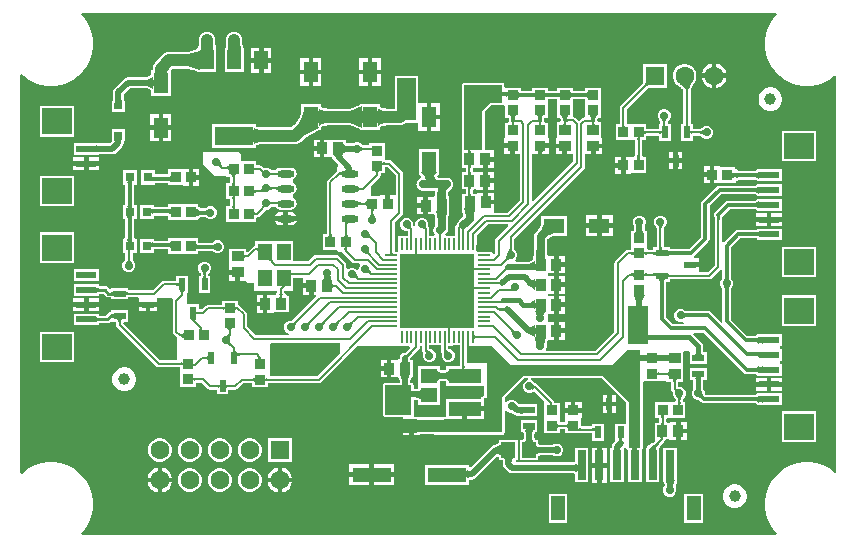
<source format=gtl>
G04*
G04 #@! TF.GenerationSoftware,Altium Limited,Altium Designer,25.4.2 (15)*
G04*
G04 Layer_Physical_Order=1*
G04 Layer_Color=255*
%FSLAX44Y44*%
%MOMM*%
G71*
G04*
G04 #@! TF.SameCoordinates,2757192E-E8AF-4120-B63B-14C5750386C4*
G04*
G04*
G04 #@! TF.FilePolarity,Positive*
G04*
G01*
G75*
%ADD11C,0.2000*%
%ADD12C,0.4000*%
%ADD13C,0.2500*%
%ADD15C,0.5000*%
%ADD17O,1.4500X0.6000*%
%ADD18R,0.8000X0.8000*%
%ADD19R,2.5000X2.2000*%
%ADD20R,1.7000X0.6000*%
%ADD21R,0.8500X0.9500*%
%ADD22R,0.6000X1.0000*%
%ADD23R,1.0000X0.9000*%
%ADD24R,1.2000X1.4000*%
%ADD25R,0.9500X0.8500*%
%ADD26R,6.2500X6.2500*%
%ADD27R,0.2000X1.0500*%
%ADD28R,1.0500X0.2000*%
%ADD29R,0.9000X1.0000*%
%ADD30R,1.4000X1.3000*%
%ADD31R,3.3000X1.3000*%
%ADD32C,1.0000*%
%ADD33R,0.6900X0.5600*%
%ADD34R,1.1500X1.3500*%
%ADD35R,1.3000X1.8000*%
%ADD36R,1.0000X0.6000*%
%ADD37R,1.2000X2.0000*%
%ADD38R,0.7500X2.5000*%
%ADD39R,1.2000X1.6000*%
%ADD40R,3.3000X1.6000*%
%ADD41R,1.8000X1.3000*%
%ADD42R,2.7000X1.3000*%
%ADD72R,1.0000X1.0000*%
%ADD73C,1.0000*%
%ADD74C,0.3000*%
%ADD75C,0.3200*%
%ADD76C,0.7000*%
%ADD77R,1.2000X1.0000*%
%ADD78R,0.8000X1.1000*%
%ADD79R,1.8163X1.2540*%
%ADD80R,0.1999X1.0250*%
%ADD81R,1.0250X0.1999*%
%ADD82R,1.0250X0.1999*%
%ADD83R,1.8000X3.3000*%
%ADD84R,0.1941X0.4000*%
%ADD85R,0.1941X0.9000*%
%ADD86C,1.6000*%
%ADD87R,1.6000X1.6000*%
%ADD88C,0.7000*%
G36*
X644331Y444536D02*
X642922Y443127D01*
X639638Y438606D01*
X637101Y433627D01*
X635374Y428313D01*
X634500Y422794D01*
Y417206D01*
X635374Y411687D01*
X637101Y406373D01*
X639638Y401394D01*
X642922Y396873D01*
X646873Y392922D01*
X651394Y389638D01*
X656373Y387101D01*
X661687Y385374D01*
X667206Y384500D01*
X672794D01*
X678313Y385374D01*
X683627Y387101D01*
X688606Y389638D01*
X693127Y392922D01*
X693614Y393410D01*
X695000Y392836D01*
Y57164D01*
X693614Y56590D01*
X693127Y57078D01*
X688606Y60362D01*
X683627Y62899D01*
X678313Y64626D01*
X672794Y65500D01*
X667206D01*
X661687Y64626D01*
X656373Y62899D01*
X651394Y60362D01*
X646873Y57078D01*
X642922Y53127D01*
X639638Y48606D01*
X637101Y43627D01*
X635374Y38313D01*
X634500Y32794D01*
Y27206D01*
X635374Y21687D01*
X637101Y16373D01*
X639638Y11394D01*
X642922Y6873D01*
X644331Y5464D01*
X643757Y4078D01*
X56243Y4078D01*
X55669Y5464D01*
X57078Y6873D01*
X60362Y11394D01*
X62899Y16373D01*
X64626Y21687D01*
X65500Y27206D01*
Y32794D01*
X64626Y38313D01*
X62899Y43627D01*
X60362Y48606D01*
X57078Y53127D01*
X53127Y57078D01*
X48606Y60362D01*
X43627Y62899D01*
X38313Y64626D01*
X32794Y65500D01*
X27206D01*
X21687Y64626D01*
X16373Y62899D01*
X11394Y60362D01*
X6873Y57078D01*
X5464Y55669D01*
X4078Y56243D01*
X4078Y393758D01*
X5464Y394332D01*
X6873Y392922D01*
X11394Y389638D01*
X16373Y387101D01*
X21687Y385374D01*
X27206Y384500D01*
X32794D01*
X38313Y385374D01*
X43627Y387101D01*
X48606Y389638D01*
X53127Y392922D01*
X57078Y396873D01*
X60362Y401394D01*
X62899Y406373D01*
X64626Y411687D01*
X65500Y417206D01*
Y422794D01*
X64626Y428313D01*
X62899Y433627D01*
X60362Y438606D01*
X57078Y443127D01*
X55669Y444536D01*
X56243Y445922D01*
X643757D01*
X644331Y444536D01*
D02*
G37*
%LPC*%
G36*
X216500Y416500D02*
X210000D01*
Y408000D01*
X216500D01*
Y416500D01*
D02*
G37*
G36*
X206000D02*
X199500D01*
Y408000D01*
X206000D01*
Y416500D01*
D02*
G37*
G36*
X309000Y407500D02*
X302000D01*
Y398000D01*
X309000D01*
Y407500D01*
D02*
G37*
G36*
X259000D02*
X252000D01*
Y398000D01*
X259000D01*
Y407500D01*
D02*
G37*
G36*
X298000D02*
X291000D01*
Y398000D01*
X298000D01*
Y407500D01*
D02*
G37*
G36*
X248000D02*
X241000D01*
Y398000D01*
X248000D01*
Y407500D01*
D02*
G37*
G36*
X185000Y430060D02*
X183173Y429820D01*
X181470Y429114D01*
X180008Y427992D01*
X178885Y426530D01*
X178180Y424827D01*
X177940Y423000D01*
Y421901D01*
X177875Y418486D01*
X177728Y416433D01*
X177671Y416000D01*
X177000D01*
Y414013D01*
X176991Y413969D01*
X177000Y413926D01*
Y413876D01*
X176995Y413841D01*
X177000Y413824D01*
Y396000D01*
X193000D01*
Y413824D01*
X193005Y413841D01*
X193000Y413876D01*
Y413926D01*
X193009Y413969D01*
X193000Y414013D01*
Y416000D01*
X192432D01*
X192060Y421196D01*
Y423000D01*
X191820Y424827D01*
X191115Y426530D01*
X189993Y427992D01*
X188530Y429114D01*
X186827Y429820D01*
X185000Y430060D01*
D02*
G37*
G36*
X162000D02*
X160173Y429820D01*
X158470Y429114D01*
X157008Y427992D01*
X155885Y426530D01*
X155180Y424827D01*
X154940Y423000D01*
Y421901D01*
X154875Y418486D01*
X154728Y416433D01*
X154671Y416000D01*
X154000D01*
Y415494D01*
X145806Y413060D01*
X130000D01*
X128173Y412820D01*
X126470Y412114D01*
X125007Y410992D01*
X118008Y403993D01*
X116885Y402530D01*
X116180Y400827D01*
X115940Y399000D01*
Y398436D01*
X115916Y398159D01*
X115890Y398000D01*
X114500D01*
Y396013D01*
X114491Y395970D01*
X114500Y395926D01*
Y393265D01*
X111147Y391588D01*
X95000D01*
X93244Y391239D01*
X91756Y390244D01*
X83756Y382244D01*
X82761Y380756D01*
X82412Y379000D01*
Y372895D01*
X82326Y371802D01*
X82325Y371800D01*
X81550D01*
Y369813D01*
X81541Y369770D01*
X81550Y369726D01*
Y362200D01*
X92450D01*
Y369726D01*
X92459Y369770D01*
X92450Y369813D01*
Y371800D01*
X91714D01*
X91588Y373395D01*
Y377099D01*
X96901Y382412D01*
X111147D01*
X114500Y380735D01*
Y376000D01*
X131500D01*
Y395926D01*
X131509Y395970D01*
X131500Y396013D01*
Y397515D01*
X132924Y398940D01*
X145806D01*
X154000Y396506D01*
Y396000D01*
X155987D01*
X156031Y395991D01*
X156074Y396000D01*
X170000D01*
Y413824D01*
X170005Y413841D01*
X170000Y413876D01*
Y413926D01*
X170009Y413969D01*
X170000Y414013D01*
Y416000D01*
X169432D01*
X169060Y421196D01*
Y423000D01*
X168820Y424827D01*
X168114Y426530D01*
X166992Y427992D01*
X165530Y429114D01*
X163827Y429820D01*
X162000Y430060D01*
D02*
G37*
G36*
X216500Y404000D02*
X210000D01*
Y395500D01*
X216500D01*
Y404000D01*
D02*
G37*
G36*
X206000D02*
X199500D01*
Y395500D01*
X206000D01*
Y404000D01*
D02*
G37*
G36*
X593386Y403125D02*
Y394790D01*
X601720D01*
X601170Y396843D01*
X599788Y399237D01*
X597833Y401192D01*
X595439Y402575D01*
X593386Y403125D01*
D02*
G37*
G36*
X589386D02*
X587333Y402575D01*
X584939Y401192D01*
X582984Y399237D01*
X581601Y396843D01*
X581051Y394790D01*
X589386D01*
Y403125D01*
D02*
G37*
G36*
X309000Y394000D02*
X302000D01*
Y384500D01*
X309000D01*
Y394000D01*
D02*
G37*
G36*
X298000D02*
X291000D01*
Y384500D01*
X298000D01*
Y394000D01*
D02*
G37*
G36*
X259000D02*
X252000D01*
Y384500D01*
X259000D01*
Y394000D01*
D02*
G37*
G36*
X248000D02*
X241000D01*
Y384500D01*
X248000D01*
Y394000D01*
D02*
G37*
G36*
X601720Y390790D02*
X593386D01*
Y382456D01*
X595439Y383006D01*
X597833Y384388D01*
X599788Y386343D01*
X601170Y388737D01*
X601720Y390790D01*
D02*
G37*
G36*
X589386D02*
X581051D01*
X581601Y388737D01*
X582984Y386343D01*
X584939Y384388D01*
X587333Y383006D01*
X589386Y382456D01*
Y390790D01*
D02*
G37*
G36*
X339000Y393039D02*
X323000D01*
X322220Y392884D01*
X321558Y392442D01*
X321116Y391780D01*
X320961Y391000D01*
Y365060D01*
X315475D01*
X314662Y365077D01*
X313074Y365189D01*
X311717Y365368D01*
X310599Y365607D01*
X309733Y365888D01*
X309128Y366182D01*
X308775Y366442D01*
X308616Y366632D01*
X308552Y366775D01*
X308500Y367170D01*
Y369000D01*
X306513D01*
X306469Y369009D01*
X306426Y369000D01*
X293600D01*
X293561Y369008D01*
X293545Y369006D01*
X293531Y369009D01*
X293487Y369000D01*
X291500D01*
Y368358D01*
X283194Y365060D01*
X265475D01*
X264662Y365077D01*
X263074Y365189D01*
X261717Y365368D01*
X260599Y365607D01*
X259733Y365888D01*
X259128Y366182D01*
X258775Y366442D01*
X258616Y366632D01*
X258552Y366775D01*
X258500Y367170D01*
Y369000D01*
X256513D01*
X256469Y369009D01*
X256426Y369000D01*
X241500D01*
Y362826D01*
X241454Y361969D01*
X241266Y360750D01*
X240955Y359521D01*
X240516Y358277D01*
X239946Y357016D01*
X239240Y355738D01*
X238397Y354443D01*
X237413Y353133D01*
X236286Y351809D01*
X235571Y351056D01*
X233575Y349060D01*
X210860D01*
X208004Y349155D01*
X206631Y349291D01*
X205472Y349476D01*
X204560Y349697D01*
X203915Y349931D01*
X203555Y350130D01*
X203504Y350175D01*
X203500Y350198D01*
Y352000D01*
X201513D01*
X201469Y352009D01*
X201426Y352000D01*
X166500D01*
Y332000D01*
X201426D01*
X201469Y331991D01*
X201513Y332000D01*
X203500D01*
Y333802D01*
X203504Y333825D01*
X203555Y333870D01*
X203915Y334068D01*
X204560Y334302D01*
X205472Y334524D01*
X206606Y334706D01*
X209661Y334932D01*
X210129Y334940D01*
X236500D01*
X238327Y335180D01*
X240030Y335886D01*
X241492Y337007D01*
X244832Y340347D01*
X257006Y347000D01*
X258500D01*
Y348830D01*
X258552Y349225D01*
X258616Y349368D01*
X258775Y349558D01*
X259128Y349818D01*
X259733Y350112D01*
X260599Y350393D01*
X261684Y350625D01*
X264692Y350923D01*
X265475Y350940D01*
X283194D01*
X291500Y347643D01*
Y347000D01*
X293487D01*
X293531Y346991D01*
X293546Y346994D01*
X293561Y346992D01*
X293600Y347000D01*
X306426D01*
X306469Y346991D01*
X306513Y347000D01*
X308500D01*
Y348830D01*
X308552Y349225D01*
X308616Y349368D01*
X308775Y349558D01*
X309128Y349818D01*
X309733Y350112D01*
X310599Y350393D01*
X311684Y350625D01*
X314692Y350923D01*
X315475Y350940D01*
X325647D01*
X327474Y351180D01*
X329177Y351886D01*
X330578Y352961D01*
X339000D01*
X339500Y353060D01*
X340510Y352524D01*
X341000Y352127D01*
Y346500D01*
X348000D01*
Y358000D01*
Y369500D01*
X341039D01*
Y391000D01*
X340884Y391780D01*
X340442Y392442D01*
X339780Y392884D01*
X339000Y393039D01*
D02*
G37*
G36*
X640316Y383000D02*
X637683D01*
X635140Y382318D01*
X632860Y381002D01*
X630998Y379140D01*
X629682Y376860D01*
X629000Y374316D01*
Y371684D01*
X629682Y369140D01*
X630998Y366860D01*
X632860Y364998D01*
X635140Y363681D01*
X637683Y363000D01*
X640316D01*
X642860Y363681D01*
X645140Y364998D01*
X647002Y366860D01*
X648318Y369140D01*
X649000Y371684D01*
Y374316D01*
X648318Y376860D01*
X647002Y379140D01*
X645140Y381002D01*
X642860Y382318D01*
X640316Y383000D01*
D02*
G37*
G36*
X359000Y369500D02*
X352000D01*
Y360000D01*
X359000D01*
Y369500D01*
D02*
G37*
G36*
X132000Y360500D02*
X125000D01*
Y351000D01*
X132000D01*
Y360500D01*
D02*
G37*
G36*
X121000D02*
X114000D01*
Y351000D01*
X121000D01*
Y360500D01*
D02*
G37*
G36*
X359000Y356000D02*
X352000D01*
Y346500D01*
X359000D01*
Y356000D01*
D02*
G37*
G36*
X49500Y367250D02*
X20500D01*
Y341250D01*
X49500D01*
Y367250D01*
D02*
G37*
G36*
X567702Y402790D02*
X565069D01*
X562526Y402108D01*
X560246Y400792D01*
X558384Y398930D01*
X557067Y396650D01*
X556386Y394107D01*
Y391474D01*
X557067Y388930D01*
X558384Y386650D01*
X560246Y384788D01*
X561321Y384167D01*
X561462Y384042D01*
X562366Y383510D01*
X563120Y383012D01*
X563762Y382529D01*
X564290Y382068D01*
X564708Y381634D01*
X565019Y381237D01*
X565233Y380885D01*
X565364Y380579D01*
X565433Y380313D01*
X565441Y380211D01*
Y352000D01*
X563500D01*
Y338000D01*
X573500D01*
Y341941D01*
X579742D01*
X579770Y341937D01*
X579888Y341909D01*
X580015Y341866D01*
X580153Y341805D01*
X580305Y341722D01*
X580471Y341615D01*
X580651Y341480D01*
X580842Y341317D01*
X581084Y341083D01*
X581238Y340984D01*
X581884Y340337D01*
X583906Y339500D01*
X586094D01*
X588116Y340337D01*
X589663Y341884D01*
X590500Y343906D01*
Y346094D01*
X589663Y348116D01*
X588116Y349663D01*
X586094Y350500D01*
X583906D01*
X581884Y349663D01*
X581237Y349016D01*
X581084Y348917D01*
X580842Y348683D01*
X580651Y348520D01*
X580471Y348385D01*
X580305Y348278D01*
X580153Y348195D01*
X580015Y348134D01*
X579888Y348091D01*
X579770Y348063D01*
X579742Y348059D01*
X573500D01*
Y352000D01*
X571559D01*
Y380677D01*
X571614Y380906D01*
X571730Y381255D01*
X574372Y386541D01*
X575064Y387743D01*
X575065Y387747D01*
X575068Y387750D01*
X575130Y387935D01*
X575704Y388930D01*
X576386Y391474D01*
Y394107D01*
X575704Y396650D01*
X574388Y398930D01*
X572526Y400792D01*
X570246Y402108D01*
X567702Y402790D01*
D02*
G37*
G36*
X551386D02*
X531386D01*
Y387775D01*
X531380Y387751D01*
X531371Y387569D01*
X531358Y387483D01*
X531333Y387386D01*
X531294Y387274D01*
X531237Y387146D01*
X531157Y387000D01*
X531051Y386838D01*
X530917Y386660D01*
X530847Y386577D01*
X512337Y368067D01*
X511674Y367075D01*
X511441Y365904D01*
X511441Y365904D01*
Y351750D01*
X508250D01*
Y338250D01*
X519750D01*
X520750Y338250D01*
X522250Y338250D01*
X524441D01*
Y325423D01*
X524277Y325277D01*
X524058Y325131D01*
X523981Y325016D01*
X523877Y324924D01*
X523762Y324688D01*
X523616Y324469D01*
X523589Y324334D01*
X523528Y324209D01*
X523512Y323947D01*
X523473Y323750D01*
X521250D01*
Y324250D01*
X516500D01*
Y317000D01*
Y309750D01*
X521250D01*
Y310250D01*
X533750D01*
Y323750D01*
X531527D01*
X531488Y323947D01*
X531472Y324209D01*
X531411Y324334D01*
X531384Y324469D01*
X531238Y324688D01*
X531123Y324924D01*
X531019Y325016D01*
X530942Y325131D01*
X530723Y325277D01*
X530559Y325423D01*
Y338250D01*
X533750D01*
Y341941D01*
X544500D01*
Y338000D01*
X554500D01*
Y352000D01*
X552059D01*
Y353741D01*
X552063Y353770D01*
X552091Y353888D01*
X552134Y354015D01*
X552195Y354153D01*
X552278Y354305D01*
X552385Y354471D01*
X552519Y354651D01*
X552683Y354842D01*
X552917Y355084D01*
X553016Y355238D01*
X553663Y355885D01*
X554500Y357906D01*
Y360094D01*
X553663Y362116D01*
X552116Y363663D01*
X550094Y364500D01*
X547906D01*
X545885Y363663D01*
X544337Y362116D01*
X543500Y360094D01*
Y357906D01*
X544337Y355885D01*
X544984Y355238D01*
X545083Y355084D01*
X545317Y354842D01*
X545480Y354651D01*
X545615Y354471D01*
X545722Y354305D01*
X545805Y354153D01*
X545866Y354015D01*
X545909Y353888D01*
X545937Y353770D01*
X545941Y353741D01*
Y352000D01*
X544500D01*
Y348059D01*
X533750D01*
Y351750D01*
X522250D01*
X521250Y351750D01*
X519750Y351750D01*
X517559D01*
Y364637D01*
X535173Y382252D01*
X535255Y382322D01*
X535434Y382455D01*
X535596Y382561D01*
X535742Y382641D01*
X535870Y382699D01*
X535981Y382738D01*
X536079Y382762D01*
X536164Y382775D01*
X536347Y382784D01*
X536371Y382790D01*
X551386D01*
Y402790D01*
D02*
G37*
G36*
X92450Y347400D02*
X81550D01*
Y339874D01*
X81541Y339831D01*
X81550Y339787D01*
Y337800D01*
X81550D01*
X81028Y336516D01*
X80099Y335588D01*
X71124D01*
X70500Y335620D01*
Y336000D01*
X68513D01*
X68470Y336009D01*
X68426Y336000D01*
X49500D01*
Y326000D01*
X68426D01*
X68470Y325991D01*
X68513Y326000D01*
X70500D01*
Y326326D01*
X71876Y326412D01*
X82000D01*
X83756Y326761D01*
X85244Y327756D01*
X90194Y332706D01*
X91189Y334194D01*
X91485Y335681D01*
X92014Y337800D01*
X92450D01*
Y339787D01*
X92459Y339831D01*
X92450Y339874D01*
Y347400D01*
D02*
G37*
G36*
X132000Y347000D02*
X125000D01*
Y337500D01*
X132000D01*
Y347000D01*
D02*
G37*
G36*
X121000D02*
X114000D01*
Y337500D01*
X121000D01*
Y347000D01*
D02*
G37*
G36*
X257369Y338840D02*
X252369D01*
Y333340D01*
X257369D01*
Y338840D01*
D02*
G37*
G36*
X496500Y331312D02*
X491000D01*
Y326312D01*
X496500D01*
Y331312D01*
D02*
G37*
G36*
X257369Y329340D02*
X252369D01*
Y323840D01*
X257369D01*
Y329340D01*
D02*
G37*
G36*
X564500Y328500D02*
X561000D01*
Y323000D01*
X564500D01*
Y328500D01*
D02*
G37*
G36*
X557000D02*
X553500D01*
Y323000D01*
X557000D01*
Y328500D01*
D02*
G37*
G36*
X677500Y346500D02*
X648500D01*
Y320500D01*
X677500D01*
Y346500D01*
D02*
G37*
G36*
X71000Y324000D02*
X62000D01*
Y320500D01*
X71000D01*
Y324000D01*
D02*
G37*
G36*
X58000D02*
X49000D01*
Y320500D01*
X58000D01*
Y324000D01*
D02*
G37*
G36*
X512500Y324250D02*
X507750D01*
Y319000D01*
X512500D01*
Y324250D01*
D02*
G37*
G36*
X564500Y319000D02*
X561000D01*
Y313500D01*
X564500D01*
Y319000D01*
D02*
G37*
G36*
X557000D02*
X553500D01*
Y313500D01*
X557000D01*
Y319000D01*
D02*
G37*
G36*
X71000Y316500D02*
X62000D01*
Y313000D01*
X71000D01*
Y316500D01*
D02*
G37*
G36*
X58000D02*
X49000D01*
Y313000D01*
X58000D01*
Y316500D01*
D02*
G37*
G36*
X587559Y316250D02*
X582809D01*
Y311000D01*
X587559D01*
Y316250D01*
D02*
G37*
G36*
X512500Y315000D02*
X507750D01*
Y309750D01*
X512500D01*
Y315000D01*
D02*
G37*
G36*
X146521Y314030D02*
X141771D01*
Y313530D01*
X129271D01*
Y309389D01*
X129125Y309364D01*
X128945Y309349D01*
X118347D01*
X118167Y309364D01*
X118021Y309389D01*
Y312780D01*
X106021D01*
Y300780D01*
X115947D01*
X115990Y300771D01*
X116034Y300780D01*
X118021D01*
Y302173D01*
X118163Y302196D01*
X118338Y302211D01*
X128945D01*
X129125Y302196D01*
X129271Y302171D01*
Y300030D01*
X141771D01*
Y299530D01*
X146521D01*
Y306780D01*
Y314030D01*
D02*
G37*
G36*
X155271D02*
X150521D01*
Y308780D01*
X155271D01*
Y314030D01*
D02*
G37*
G36*
X596309Y316250D02*
X591559D01*
Y309000D01*
Y301750D01*
X596309D01*
Y302250D01*
X608809D01*
Y302250D01*
X609748Y303261D01*
X610017Y303314D01*
X610290Y303334D01*
X610404Y303391D01*
X610528Y303416D01*
X610756Y303568D01*
X611001Y303691D01*
X611084Y303787D01*
X611190Y303858D01*
X611342Y304086D01*
X611521Y304293D01*
X611561Y304414D01*
X611632Y304520D01*
X611674Y304734D01*
X611776Y304761D01*
X612082Y304812D01*
X612285Y304830D01*
X625986D01*
X627500Y304181D01*
Y303500D01*
X629466D01*
X629507Y303491D01*
X629519Y303494D01*
X629530Y303491D01*
X629574Y303500D01*
X648500D01*
Y313500D01*
X629574D01*
X629530Y313509D01*
X629519Y313506D01*
X629507Y313509D01*
X629466Y313500D01*
X627500D01*
Y312819D01*
X625986Y312171D01*
X612285D01*
X612082Y312188D01*
X611776Y312239D01*
X611674Y312267D01*
X611632Y312480D01*
X611561Y312586D01*
X611521Y312707D01*
X611342Y312914D01*
X611190Y313142D01*
X611084Y313213D01*
X611001Y313309D01*
X610756Y313432D01*
X610528Y313584D01*
X610404Y313609D01*
X610290Y313666D01*
X610017Y313686D01*
X609748Y313739D01*
X609108Y314487D01*
X608813Y315068D01*
X608809Y315082D01*
Y315750D01*
X596309D01*
Y316250D01*
D02*
G37*
G36*
X587559Y307000D02*
X582809D01*
Y301750D01*
X587559D01*
Y307000D01*
D02*
G37*
G36*
X155271Y304780D02*
X150521D01*
Y299530D01*
X155271D01*
Y304780D01*
D02*
G37*
G36*
X345250Y290500D02*
X340250D01*
Y285000D01*
X345250D01*
Y290500D01*
D02*
G37*
G36*
X49500Y308250D02*
X20500D01*
Y282250D01*
X49500D01*
Y308250D01*
D02*
G37*
G36*
X142271Y284530D02*
X140771Y284530D01*
X129271D01*
Y281609D01*
X129125Y281584D01*
X128945Y281569D01*
X117847D01*
X117668Y281584D01*
X117521Y281609D01*
Y283780D01*
X105521D01*
Y271780D01*
X117521D01*
Y274391D01*
X117668Y274416D01*
X117847Y274431D01*
X128945D01*
X129125Y274416D01*
X129271Y274391D01*
Y271030D01*
X140771D01*
X141771Y271030D01*
X143271Y271030D01*
X154771D01*
Y271967D01*
X155027Y272018D01*
X155319Y272045D01*
X155415Y272095D01*
X155521Y272116D01*
X155764Y272279D01*
X156023Y272415D01*
X156092Y272498D01*
X156182Y272558D01*
X156345Y272802D01*
X156532Y273027D01*
X156564Y273130D01*
X156624Y273220D01*
X156654Y273372D01*
X156917Y273416D01*
X157097Y273431D01*
X160226D01*
X160388Y273408D01*
X160547Y273373D01*
X160679Y273333D01*
X160786Y273291D01*
X160871Y273249D01*
X160939Y273207D01*
X160994Y273165D01*
X161116Y273053D01*
X161253Y272969D01*
X161884Y272337D01*
X163906Y271500D01*
X166094D01*
X168116Y272337D01*
X169663Y273885D01*
X170500Y275906D01*
Y278094D01*
X169663Y280116D01*
X168116Y281663D01*
X166094Y282500D01*
X163906D01*
X161884Y281663D01*
X161253Y281031D01*
X161116Y280947D01*
X160994Y280835D01*
X160939Y280793D01*
X160871Y280751D01*
X160786Y280709D01*
X160679Y280667D01*
X160547Y280627D01*
X160388Y280592D01*
X160226Y280569D01*
X157097D01*
X156917Y280584D01*
X156654Y280628D01*
X156624Y280780D01*
X156564Y280870D01*
X156532Y280973D01*
X156345Y281198D01*
X156182Y281442D01*
X156092Y281502D01*
X156023Y281585D01*
X155764Y281721D01*
X155521Y281884D01*
X155415Y281905D01*
X155319Y281955D01*
X155027Y281982D01*
X154771Y282033D01*
Y284530D01*
X143271D01*
X142271Y284530D01*
D02*
G37*
G36*
X189000Y328000D02*
X159000D01*
Y318000D01*
X169000Y308000D01*
X178250D01*
Y307250D01*
X181441D01*
Y301750D01*
X178250D01*
Y288250D01*
X181441D01*
Y282750D01*
X178250D01*
Y269250D01*
X190750D01*
Y269250D01*
X191250D01*
Y269250D01*
X203750D01*
Y271807D01*
X204547Y272941D01*
X205718Y273174D01*
X206710Y273837D01*
X211047Y278174D01*
X211438Y278759D01*
X212179Y279500D01*
X213094D01*
X215116Y280337D01*
X216544Y281766D01*
X220413D01*
X220895Y281045D01*
X222549Y279940D01*
X224500Y279552D01*
X233000D01*
X234951Y279940D01*
X236605Y281045D01*
X237710Y282699D01*
X238098Y284650D01*
X237710Y286601D01*
X236605Y288255D01*
X235000Y289327D01*
Y292673D01*
X236605Y293745D01*
X237710Y295399D01*
X238098Y297350D01*
X237710Y299301D01*
X236605Y300955D01*
X235000Y302027D01*
Y305373D01*
X236605Y306445D01*
X237710Y308099D01*
X238098Y310050D01*
X237710Y312001D01*
X236605Y313655D01*
X234951Y314760D01*
X233000Y315148D01*
X224500D01*
X222549Y314760D01*
X220895Y313655D01*
X220372Y312871D01*
X216907D01*
X215540Y314238D01*
X213519Y315075D01*
X211331D01*
X210431Y314703D01*
X208971Y316163D01*
X207978Y316826D01*
X206808Y317059D01*
X206807Y317059D01*
X203750D01*
Y320750D01*
X191250D01*
X191000Y322146D01*
Y326000D01*
X189000Y328000D01*
D02*
G37*
G36*
X345250Y281000D02*
X340250D01*
Y275500D01*
X345250D01*
Y281000D01*
D02*
G37*
G36*
X233000Y277558D02*
X230750D01*
Y273950D01*
X238210D01*
X238181Y274096D01*
X236965Y275915D01*
X235146Y277131D01*
X233000Y277558D01*
D02*
G37*
G36*
X226750D02*
X224500D01*
X222354Y277131D01*
X220535Y275915D01*
X219319Y274096D01*
X219290Y273950D01*
X226750D01*
Y277558D01*
D02*
G37*
G36*
X649000Y276500D02*
X640000D01*
Y273000D01*
X649000D01*
Y276500D01*
D02*
G37*
G36*
X636000D02*
X627000D01*
Y273000D01*
X636000D01*
Y276500D01*
D02*
G37*
G36*
X505683Y275000D02*
X496183D01*
Y268000D01*
X505683D01*
Y275000D01*
D02*
G37*
G36*
X492183D02*
X482683D01*
Y268000D01*
X492183D01*
Y275000D01*
D02*
G37*
G36*
X238210Y269950D02*
X230750D01*
Y266342D01*
X233000D01*
X235146Y266769D01*
X236965Y267985D01*
X238181Y269804D01*
X238210Y269950D01*
D02*
G37*
G36*
X226750D02*
X219290D01*
X219319Y269804D01*
X220535Y267985D01*
X222354Y266769D01*
X224500Y266342D01*
X226750D01*
Y269950D01*
D02*
G37*
G36*
X649000Y269000D02*
X640000D01*
Y265500D01*
X649000D01*
Y269000D01*
D02*
G37*
G36*
X636000D02*
X627000D01*
Y265500D01*
X636000D01*
Y269000D01*
D02*
G37*
G36*
X411781Y387039D02*
X380000D01*
X379220Y386884D01*
X378558Y386442D01*
X378116Y385780D01*
X377961Y385000D01*
Y330493D01*
X377750Y329080D01*
X377750D01*
X377750Y329080D01*
Y315080D01*
X381191D01*
Y311040D01*
X377750D01*
Y297040D01*
X381191D01*
Y293000D01*
X377933D01*
Y281074D01*
X377924Y281031D01*
X377933Y280987D01*
Y279000D01*
X378186D01*
X378825Y274385D01*
Y273756D01*
X375218Y270149D01*
X374002Y268329D01*
X373708Y266851D01*
X373020Y266163D01*
X372357Y265170D01*
X372124Y264000D01*
X372124Y264000D01*
Y257500D01*
X364552D01*
X363931Y259000D01*
X364715Y259785D01*
X365931Y261604D01*
X366358Y263750D01*
Y271385D01*
X366997Y276000D01*
X367250D01*
Y277987D01*
X367259Y278030D01*
X367250Y278074D01*
Y287926D01*
X367259Y287969D01*
X367253Y287999D01*
X367258Y288030D01*
X367250Y288064D01*
Y290000D01*
X366576D01*
X366358Y292927D01*
Y294427D01*
X368965Y297035D01*
X369272Y297494D01*
X369663Y297885D01*
X369874Y298395D01*
X370181Y298854D01*
X370289Y299396D01*
X370500Y299906D01*
Y300458D01*
X370608Y301000D01*
X370500Y301542D01*
Y302094D01*
X370289Y302604D01*
X370181Y303146D01*
X369874Y303605D01*
X369663Y304116D01*
X369272Y304506D01*
X368965Y304965D01*
X368506Y305272D01*
X368116Y305663D01*
X367605Y305874D01*
X367146Y306181D01*
X366604Y306289D01*
X366094Y306500D01*
X365542D01*
X365000Y306608D01*
X358011D01*
X357854Y306825D01*
X357635Y307152D01*
X357572Y307215D01*
X357174Y307766D01*
X357908Y309000D01*
X358500D01*
Y310987D01*
X358509Y311031D01*
X358500Y311074D01*
Y331000D01*
X341500D01*
Y311074D01*
X341491Y311031D01*
X341500Y310987D01*
Y309000D01*
X342472D01*
X343280Y307864D01*
X343310Y307459D01*
X342906Y306327D01*
X342707Y306083D01*
X342395Y305874D01*
X341884Y305663D01*
X341494Y305272D01*
X341035Y304965D01*
X340728Y304506D01*
X340337Y304116D01*
X340126Y303605D01*
X339819Y303146D01*
X339711Y302604D01*
X339500Y302094D01*
Y301542D01*
X339392Y301000D01*
X339500Y300458D01*
Y299906D01*
X339711Y299396D01*
X339819Y298854D01*
X340126Y298395D01*
X340337Y297885D01*
X340728Y297494D01*
X341035Y297035D01*
X341494Y296728D01*
X341884Y296337D01*
X342395Y296126D01*
X342854Y295819D01*
X343396Y295711D01*
X343906Y295500D01*
X344458D01*
X345000Y295392D01*
X355142D01*
Y292009D01*
X355120Y291639D01*
X354250Y290500D01*
X349250D01*
Y283000D01*
Y275500D01*
X354250D01*
X354751Y274208D01*
X355142Y271385D01*
Y266035D01*
X354002Y264329D01*
X353576Y262183D01*
X354002Y260037D01*
X354695Y259000D01*
X353894Y257500D01*
X352183D01*
Y257500D01*
X350242D01*
Y263328D01*
X350009Y264499D01*
X349502Y265258D01*
X349490Y265318D01*
X349475Y265442D01*
X349467Y265591D01*
X349474Y265843D01*
X349500Y265906D01*
Y266324D01*
X349510Y266435D01*
X349500Y266530D01*
Y268094D01*
X348663Y270116D01*
X347116Y271663D01*
X345094Y272500D01*
X342906D01*
X340885Y271663D01*
X339337Y270116D01*
X338500Y268094D01*
Y266863D01*
X338322Y266576D01*
X338255Y266492D01*
X338248Y266485D01*
X337000Y265963D01*
X336969Y265980D01*
X336583Y266283D01*
X336564Y266413D01*
X336545Y266664D01*
X336539Y267001D01*
X336500Y267179D01*
Y268094D01*
X335663Y270116D01*
X334115Y271663D01*
X332094Y272500D01*
X329906D01*
X327884Y271663D01*
X326337Y270116D01*
X325500Y268094D01*
Y265906D01*
X326337Y263885D01*
X327884Y262337D01*
X329906Y261500D01*
X330821D01*
X330999Y261461D01*
X331336Y261455D01*
X331587Y261436D01*
X331809Y261404D01*
X332002Y261363D01*
X332124Y261326D01*
Y257500D01*
X328183D01*
Y257500D01*
X324183D01*
Y244750D01*
X323433D01*
Y244000D01*
X320992D01*
Y268666D01*
X327163Y274837D01*
X327826Y275830D01*
X328059Y277000D01*
Y310000D01*
X328059Y310000D01*
X327826Y311171D01*
X327163Y312163D01*
X318663Y320663D01*
X317670Y321326D01*
X316500Y321559D01*
X316500Y321559D01*
X313496D01*
X312750Y322750D01*
Y323250D01*
X312750D01*
Y335750D01*
X299250D01*
Y334059D01*
X295114D01*
X294091Y334099D01*
X293985Y334134D01*
X293847Y334195D01*
X293695Y334278D01*
X293529Y334385D01*
X293349Y334520D01*
X293158Y334683D01*
X292916Y334917D01*
X292762Y335016D01*
X292115Y335663D01*
X290094Y336500D01*
X287906D01*
X285884Y335663D01*
X285810Y335588D01*
X281206D01*
X280796Y335624D01*
X280222Y335720D01*
X279792Y335836D01*
X279512Y335950D01*
X279386Y336027D01*
X279368Y336190D01*
Y338340D01*
X266369D01*
X266369Y338840D01*
X261369D01*
Y331340D01*
Y323840D01*
X266369D01*
Y323840D01*
X267868Y323988D01*
X268308Y323535D01*
X268463Y322756D01*
X269457Y321267D01*
X272590Y318135D01*
X272526Y312640D01*
X271887Y312213D01*
X264337Y304663D01*
X263674Y303671D01*
X263441Y302500D01*
X263441Y302500D01*
Y258750D01*
X260250D01*
Y245250D01*
X271750D01*
X273000Y244000D01*
X276541D01*
X276674Y243330D01*
X277337Y242337D01*
X284837Y234837D01*
X285830Y234174D01*
X287000Y233941D01*
X287000Y233941D01*
X291042D01*
X291663Y232441D01*
X291337Y232115D01*
X290500Y230094D01*
Y229400D01*
X289000Y228778D01*
X288116Y229663D01*
X286094Y230500D01*
X283906D01*
X281884Y229663D01*
X281559Y229337D01*
X280059Y229958D01*
Y233000D01*
X279826Y234171D01*
X279163Y235163D01*
X279163Y235163D01*
X274163Y240163D01*
X273171Y240826D01*
X272000Y241059D01*
X272000Y241059D01*
X254000D01*
X252829Y240826D01*
X251837Y240163D01*
X251837Y240163D01*
X247733Y236059D01*
X235000D01*
Y253000D01*
X219000D01*
Y253000D01*
X219000Y253000D01*
X217500Y253000D01*
X203000D01*
Y249059D01*
X201829Y248826D01*
X200837Y248163D01*
X200837Y248163D01*
X196500Y243826D01*
X195842Y243909D01*
X195000Y244748D01*
Y246500D01*
X181000D01*
Y234793D01*
X180500Y233500D01*
X180500Y232207D01*
Y228500D01*
X188000D01*
Y226500D01*
X190000D01*
Y219500D01*
X194506D01*
X196003Y218208D01*
X196000Y217000D01*
X201586D01*
X202000Y216000D01*
Y211000D01*
X221524D01*
Y209382D01*
X221359Y209237D01*
X221141Y209091D01*
X221064Y208976D01*
X220960Y208884D01*
X220845Y208648D01*
X220699Y208429D01*
X220672Y208293D01*
X220611Y208169D01*
X220595Y207907D01*
X220543Y207649D01*
X219760Y206982D01*
X219280Y206747D01*
X218083Y207210D01*
X216790Y207210D01*
X213083D01*
Y199710D01*
Y192210D01*
X216790D01*
X218083Y192210D01*
X219376Y192710D01*
X231083D01*
Y206710D01*
X229965D01*
X229956Y206712D01*
X229405Y206982D01*
X228622Y207649D01*
X228571Y207907D01*
X228554Y208169D01*
X228494Y208293D01*
X228467Y208429D01*
X228321Y208648D01*
X228205Y208884D01*
X228102Y208976D01*
X228025Y209091D01*
X227806Y209237D01*
X227642Y209382D01*
Y211000D01*
X235000D01*
Y219909D01*
X235000D01*
Y221941D01*
X243250D01*
Y217000D01*
X250250D01*
Y215000D01*
X252250D01*
Y207500D01*
X254053D01*
X254674Y206000D01*
X234555Y185881D01*
X234532Y185864D01*
X234429Y185801D01*
X234309Y185741D01*
X234168Y185687D01*
X234002Y185637D01*
X233809Y185596D01*
X233587Y185564D01*
X233336Y185545D01*
X232999Y185539D01*
X232821Y185500D01*
X231906D01*
X229884Y184663D01*
X228337Y183116D01*
X227500Y181094D01*
Y178906D01*
X228337Y176884D01*
X229884Y175337D01*
X231906Y174500D01*
X231764Y173059D01*
X203267D01*
X196059Y180267D01*
Y191000D01*
X195826Y192171D01*
X195163Y193163D01*
X195163Y193163D01*
X190041Y198284D01*
X189049Y198948D01*
X188050Y199146D01*
Y202533D01*
X174550D01*
Y199180D01*
X163122D01*
X163122Y199180D01*
X161951Y198948D01*
X160959Y198284D01*
X160959Y198284D01*
X157733Y195059D01*
X155510D01*
Y199257D01*
X145510D01*
Y209257D01*
X146010D01*
Y223257D01*
X136010D01*
Y219316D01*
X125257D01*
X124087Y219083D01*
X123094Y218420D01*
X123094Y218420D01*
X116233Y211559D01*
X95000D01*
Y213500D01*
X81000D01*
Y212713D01*
X79500Y212186D01*
X77843Y213843D01*
X76768Y214561D01*
X75500Y214814D01*
X70500D01*
Y216500D01*
X49500D01*
Y206500D01*
X70500D01*
Y208186D01*
X74127D01*
X76157Y206157D01*
X77232Y205439D01*
X78500Y205186D01*
X81000D01*
Y203500D01*
X95000D01*
Y205441D01*
X103390D01*
X104500Y204500D01*
X104500Y203941D01*
Y201000D01*
X112000D01*
X119500D01*
Y204500D01*
X120793Y205000D01*
X132596D01*
X133394Y203500D01*
X133174Y203171D01*
X132941Y202000D01*
X132941Y202000D01*
Y176000D01*
X132941Y176000D01*
X133174Y174830D01*
X133837Y173837D01*
X136837Y170837D01*
X136837Y170837D01*
X137000Y170728D01*
Y152059D01*
X122267D01*
X91326Y183000D01*
X91703Y184500D01*
X95000D01*
Y194500D01*
X81000D01*
Y192814D01*
X80500D01*
X79232Y192561D01*
X78157Y191843D01*
X76128Y189814D01*
X70500D01*
Y191500D01*
X49500D01*
Y181500D01*
X70500D01*
Y183186D01*
X77500D01*
X78768Y183439D01*
X79634Y184017D01*
X81000Y184500D01*
X81000Y184500D01*
X81000Y184500D01*
X84941D01*
Y182000D01*
X84941Y182000D01*
X85174Y180830D01*
X85837Y179837D01*
X118837Y146837D01*
X118837Y146837D01*
X119830Y146174D01*
X121000Y145941D01*
X121000Y145941D01*
X139250D01*
Y143750D01*
X139250Y142750D01*
X139250D01*
Y142250D01*
X139250D01*
Y129750D01*
X152750D01*
Y132941D01*
X157733D01*
X162754Y127920D01*
X163747Y127257D01*
X164917Y127024D01*
X164917Y127024D01*
X170186D01*
Y123083D01*
X180186D01*
Y127024D01*
X185919D01*
X185919Y127024D01*
X187089Y127257D01*
X188082Y127920D01*
X192603Y132441D01*
X200250D01*
Y129250D01*
X213750D01*
Y132441D01*
X256500D01*
X256500Y132441D01*
X257670Y132674D01*
X258663Y133337D01*
X289147Y163821D01*
X333495Y163942D01*
X334118Y162444D01*
X331910Y160236D01*
X331045Y159435D01*
X330162Y158709D01*
X329847Y158483D01*
X329602Y158330D01*
X329533Y158295D01*
X327994Y157989D01*
X326506Y156994D01*
X325511Y155506D01*
X325162Y153750D01*
Y153434D01*
X324633Y152783D01*
X323250Y152500D01*
Y152500D01*
X318250D01*
Y145000D01*
Y137500D01*
X323250D01*
X324409Y136678D01*
X325162Y134768D01*
Y133039D01*
X313000D01*
X312220Y132884D01*
X311558Y132442D01*
X311116Y131780D01*
X310961Y131000D01*
Y120000D01*
Y106000D01*
X311116Y105220D01*
X311558Y104558D01*
X312220Y104116D01*
X313000Y103961D01*
X327663D01*
Y98540D01*
X335163D01*
Y96540D01*
X337123D01*
Y91540D01*
X337163Y91341D01*
Y89040D01*
X342663D01*
Y89501D01*
X351163D01*
X351360Y89540D01*
X354585D01*
X355220Y89116D01*
X356000Y88961D01*
X412000D01*
X412780Y89116D01*
X413442Y89558D01*
X413884Y90220D01*
X414039Y91000D01*
Y109223D01*
X414585Y109501D01*
X415539Y109683D01*
X416884Y108337D01*
X418906Y107500D01*
X420364D01*
X421409Y106456D01*
X422897Y105461D01*
X424653Y105112D01*
X425249D01*
X427793Y104873D01*
Y104700D01*
X429779D01*
X429823Y104691D01*
X429867Y104700D01*
X441792D01*
Y114700D01*
X429867D01*
X429823Y114709D01*
X429779Y114700D01*
X427793D01*
Y114700D01*
X426292Y114549D01*
X424597Y116244D01*
X424406Y116372D01*
X423116Y117663D01*
X421094Y118500D01*
X418906D01*
X416884Y117663D01*
X415539Y116317D01*
X414585Y116499D01*
X414039Y116777D01*
Y120155D01*
X430845Y136961D01*
X433811D01*
X433906Y135500D01*
X431884Y134663D01*
X430337Y133116D01*
X429500Y131094D01*
Y128906D01*
X430337Y126884D01*
X431884Y125337D01*
X433906Y124500D01*
X436094D01*
X438116Y125337D01*
X439644Y125030D01*
X447741Y116933D01*
X447250Y115747D01*
X447250D01*
Y104247D01*
X447250Y103247D01*
X447250Y101747D01*
Y90247D01*
X460750D01*
Y93438D01*
X465290D01*
Y90250D01*
X474995D01*
X475290Y90191D01*
X475290Y90191D01*
X488330D01*
Y83910D01*
X498330D01*
Y97910D01*
X488330D01*
Y96309D01*
X478790D01*
Y102750D01*
X479290D01*
Y107500D01*
X464790D01*
Y102750D01*
X465290D01*
Y99556D01*
X461811D01*
X460750Y100616D01*
X460750Y102747D01*
X460750Y104247D01*
Y115747D01*
X456449D01*
X456251Y116746D01*
X455588Y117738D01*
X441759Y131567D01*
X440767Y132230D01*
X440196Y132343D01*
X440189Y132350D01*
X439767Y132864D01*
X439663Y133116D01*
X438116Y134663D01*
X436094Y135500D01*
X436189Y136961D01*
X496155D01*
X516961Y116155D01*
Y97910D01*
X507330D01*
Y83910D01*
X507330Y83910D01*
X507330D01*
X506563Y82755D01*
X506006Y82199D01*
X505012Y80710D01*
X504663Y78954D01*
Y77817D01*
X504626Y77500D01*
X503501D01*
Y75513D01*
X503492Y75469D01*
X503501Y75426D01*
Y48500D01*
X515001D01*
Y75426D01*
X515009Y75469D01*
X515001Y75513D01*
Y77348D01*
X515481Y78036D01*
X515687Y78031D01*
X517091Y77345D01*
X517116Y77220D01*
X517558Y76558D01*
X518220Y76116D01*
X518501Y76060D01*
Y48500D01*
X530001D01*
Y76263D01*
X530442Y76558D01*
X530884Y77220D01*
X531039Y78000D01*
Y133148D01*
X532000Y134250D01*
X551000D01*
Y133750D01*
X554941D01*
Y128000D01*
X554941Y128000D01*
X555174Y126829D01*
X555837Y125837D01*
X556119Y125555D01*
X556136Y125532D01*
X556199Y125429D01*
X556259Y125309D01*
X556313Y125168D01*
X556363Y125002D01*
X556404Y124809D01*
X556436Y124587D01*
X556455Y124336D01*
X556461Y123999D01*
X556500Y123821D01*
Y122906D01*
X557337Y120885D01*
X557984Y120238D01*
X558083Y120084D01*
X558317Y119842D01*
X558480Y119651D01*
X558615Y119471D01*
X558722Y119305D01*
X558805Y119153D01*
X558866Y119015D01*
X558909Y118888D01*
X558937Y118770D01*
X558941Y118742D01*
Y117911D01*
X557881Y116850D01*
X554601Y116850D01*
X553101Y116850D01*
X541601D01*
Y103350D01*
X544792D01*
Y99060D01*
X541101D01*
Y85060D01*
X541101Y85060D01*
X541220Y83560D01*
X540545Y82936D01*
X539662Y82210D01*
X539348Y81984D01*
X539103Y81831D01*
X539033Y81796D01*
X537495Y81489D01*
X536006Y80495D01*
X535012Y79006D01*
X534712Y77500D01*
X533501D01*
Y75513D01*
X533492Y75469D01*
X533501Y75426D01*
Y75336D01*
X533498Y75313D01*
X533501Y75304D01*
Y48500D01*
X545001D01*
Y75304D01*
X545003Y75313D01*
X545001Y75336D01*
Y75426D01*
X545009Y75469D01*
X545001Y75513D01*
Y77500D01*
X545001Y77500D01*
X545001D01*
X545001Y77500D01*
X545285Y78882D01*
X545842Y79516D01*
X549394Y83069D01*
X549394Y83069D01*
X550057Y84061D01*
X550256Y85060D01*
X552808D01*
X554101Y84560D01*
X555394Y84560D01*
X559101D01*
Y92060D01*
Y99560D01*
X555394D01*
X554101Y99560D01*
X552808Y99060D01*
X551970D01*
X550910Y100121D01*
Y102289D01*
X551970Y103350D01*
X554101Y103350D01*
X555601Y103350D01*
X567101D01*
Y116850D01*
X565059D01*
Y118742D01*
X565063Y118770D01*
X565091Y118888D01*
X565134Y119015D01*
X565195Y119153D01*
X565278Y119305D01*
X565385Y119471D01*
X565519Y119651D01*
X565683Y119842D01*
X565917Y120084D01*
X566016Y120238D01*
X566663Y120885D01*
X567500Y122906D01*
Y125094D01*
X566663Y127115D01*
X565116Y128663D01*
X563094Y129500D01*
X562179D01*
X562001Y129539D01*
X561664Y129545D01*
X561413Y129564D01*
X561191Y129596D01*
X561059Y129624D01*
Y133750D01*
X565000D01*
Y146750D01*
X565000D01*
Y147250D01*
X565000D01*
Y158869D01*
X566070Y159920D01*
X570152Y159849D01*
X571000Y158700D01*
Y148700D01*
X585000D01*
Y158700D01*
X582279D01*
X582257Y158755D01*
X582175Y159059D01*
X582104Y159485D01*
X582078Y159781D01*
Y164000D01*
X582078Y164000D01*
X581768Y165561D01*
X580884Y166884D01*
X580884Y166884D01*
X573836Y173931D01*
X574458Y175431D01*
X582522D01*
X616477Y141477D01*
X617634Y140703D01*
X619000Y140431D01*
X626118D01*
X627500Y139754D01*
Y139000D01*
X629385D01*
X629403Y138995D01*
X629437Y139000D01*
X629487D01*
X629530Y138991D01*
X629574Y139000D01*
X632385D01*
X632402Y138995D01*
X632438Y139000D01*
X632487D01*
X632531Y138991D01*
X632574Y139000D01*
X648500D01*
Y149000D01*
X647000D01*
Y151500D01*
X648500D01*
Y161500D01*
X647000D01*
Y164000D01*
X648500D01*
Y174000D01*
X632574D01*
X632531Y174009D01*
X632487Y174000D01*
X632438D01*
X632402Y174005D01*
X632385Y174000D01*
X629574D01*
X629530Y174009D01*
X629487Y174000D01*
X629437D01*
X629403Y174005D01*
X629385Y174000D01*
X627500D01*
Y173246D01*
X626118Y172569D01*
X619478D01*
X605569Y186478D01*
Y212226D01*
X605592Y212388D01*
X605627Y212547D01*
X605667Y212679D01*
X605709Y212786D01*
X605751Y212871D01*
X605793Y212939D01*
X605835Y212994D01*
X605947Y213116D01*
X606031Y213253D01*
X606663Y213885D01*
X607500Y215906D01*
Y218094D01*
X606663Y220116D01*
X606036Y220742D01*
X605957Y220874D01*
X605870Y220968D01*
X605853Y220992D01*
X605828Y221035D01*
X605796Y221106D01*
X605759Y221206D01*
X605723Y221341D01*
X605696Y221479D01*
X605671Y221726D01*
Y247480D01*
X613520Y255329D01*
X627023D01*
X627227Y255312D01*
X627500Y255266D01*
Y253500D01*
X648500D01*
Y263500D01*
X629565D01*
X629520Y263509D01*
X629477Y263500D01*
X627500D01*
Y262691D01*
X627203Y262670D01*
X612000D01*
X610595Y262391D01*
X609404Y261595D01*
X599559Y251750D01*
X598919Y251843D01*
X598059Y252281D01*
Y272449D01*
X598060Y272552D01*
X598076Y272885D01*
X605020Y279830D01*
X625986D01*
X627500Y279181D01*
Y278500D01*
X629466D01*
X629507Y278491D01*
X629519Y278494D01*
X629530Y278491D01*
X629574Y278500D01*
X648500D01*
Y288500D01*
X629574D01*
X629530Y288509D01*
X629519Y288506D01*
X629507Y288509D01*
X629466Y288500D01*
X627500D01*
Y287819D01*
X625986Y287171D01*
X603500D01*
X602095Y286891D01*
X600905Y286096D01*
X592405Y277596D01*
X591609Y276405D01*
X591329Y275000D01*
X591609Y273595D01*
X591853Y273231D01*
X591941Y271003D01*
Y232267D01*
X586233Y226559D01*
X579610D01*
X578500Y227500D01*
X578500Y228059D01*
Y231000D01*
X571000D01*
Y235000D01*
X578500D01*
Y238500D01*
X574513D01*
X574049Y239900D01*
X574047Y240000D01*
X586523Y252477D01*
X587297Y253634D01*
X587569Y255000D01*
Y282378D01*
X597520Y292330D01*
X625986D01*
X627500Y291681D01*
Y291000D01*
X629466D01*
X629507Y290991D01*
X629519Y290994D01*
X629530Y290991D01*
X629574Y291000D01*
X648500D01*
Y301000D01*
X629574D01*
X629530Y301009D01*
X629519Y301006D01*
X629507Y301009D01*
X629466Y301000D01*
X627500D01*
Y300319D01*
X625986Y299671D01*
X596000D01*
X594595Y299391D01*
X593405Y298596D01*
X581405Y286595D01*
X580609Y285405D01*
X580330Y284000D01*
X580431Y283487D01*
Y256478D01*
X570022Y246069D01*
X554318D01*
X554142Y246084D01*
X554000Y246107D01*
Y247500D01*
X552013D01*
X551969Y247509D01*
X551926Y247500D01*
X549059D01*
Y263741D01*
X549063Y263770D01*
X549091Y263888D01*
X549134Y264015D01*
X549195Y264153D01*
X549278Y264305D01*
X549385Y264471D01*
X549520Y264651D01*
X549683Y264842D01*
X549917Y265084D01*
X550016Y265238D01*
X550663Y265884D01*
X551500Y267906D01*
Y270094D01*
X550663Y272115D01*
X549115Y273663D01*
X547094Y274500D01*
X544906D01*
X542884Y273663D01*
X541337Y272115D01*
X540500Y270094D01*
Y267906D01*
X541337Y265884D01*
X541984Y265238D01*
X542083Y265084D01*
X542317Y264842D01*
X542480Y264651D01*
X542615Y264471D01*
X542722Y264305D01*
X542805Y264153D01*
X542866Y264015D01*
X542909Y263888D01*
X542937Y263770D01*
X542941Y263741D01*
Y247500D01*
X540000D01*
Y245559D01*
X535811D01*
X534750Y246619D01*
X534750Y248750D01*
X534750Y250250D01*
Y259676D01*
X534759Y259720D01*
X534750Y259763D01*
Y261750D01*
X532951D01*
X532920Y261808D01*
X532811Y262107D01*
X532704Y262557D01*
X532616Y263148D01*
X532588Y263507D01*
Y265810D01*
X532663Y265884D01*
X533500Y267906D01*
Y270094D01*
X532663Y272115D01*
X531115Y273663D01*
X529094Y274500D01*
X526906D01*
X524884Y273663D01*
X523337Y272115D01*
X522500Y270094D01*
Y267906D01*
X523337Y265884D01*
X523412Y265810D01*
Y263507D01*
X523384Y263148D01*
X523296Y262557D01*
X523189Y262107D01*
X523080Y261808D01*
X523049Y261750D01*
X521250D01*
Y259763D01*
X521241Y259720D01*
X521250Y259676D01*
Y250250D01*
X521250Y249250D01*
X521250Y247750D01*
Y245559D01*
X518500D01*
X518500Y245559D01*
X517329Y245326D01*
X516337Y244663D01*
X507837Y236163D01*
X507174Y235170D01*
X506941Y234000D01*
X506941Y234000D01*
Y176267D01*
X490733Y160059D01*
X450004D01*
X449957Y160092D01*
X449299Y161045D01*
X449167Y161559D01*
X449364Y161854D01*
X449472Y162396D01*
X449683Y162906D01*
Y163458D01*
X449791Y164000D01*
Y165248D01*
X450315Y168256D01*
X450933Y169500D01*
X455933D01*
Y177000D01*
Y184500D01*
X451000D01*
Y191500D01*
X455933D01*
Y199000D01*
Y206500D01*
X451000D01*
Y208500D01*
X455933D01*
Y216000D01*
Y223500D01*
X451000D01*
Y225500D01*
X455933D01*
Y233000D01*
Y240500D01*
X450933D01*
X450135Y241669D01*
X450041Y242927D01*
Y254407D01*
X450467Y254769D01*
X451352Y255433D01*
X452222Y255998D01*
X453075Y256467D01*
X453910Y256843D01*
X454729Y257129D01*
X455533Y257330D01*
X456326Y257449D01*
X457215Y257494D01*
X457240Y257500D01*
X467183D01*
Y274500D01*
X445183D01*
Y269556D01*
X445177Y269532D01*
X445133Y268643D01*
X445014Y267850D01*
X444813Y267045D01*
X444526Y266227D01*
X444150Y265392D01*
X443681Y264539D01*
X443116Y263669D01*
X442452Y262784D01*
X441973Y262220D01*
X440468Y260715D01*
X439252Y258896D01*
X438825Y256750D01*
Y242009D01*
X438746Y240665D01*
X438671Y240005D01*
X438670Y240000D01*
X437933D01*
Y238064D01*
X437925Y238030D01*
X437930Y237999D01*
X437924Y237969D01*
X437933Y237926D01*
Y237125D01*
X434580Y235449D01*
X423532D01*
X422910Y236949D01*
X423846Y237885D01*
X424683Y239906D01*
Y242094D01*
X423846Y244116D01*
X423199Y244762D01*
X423100Y244916D01*
X422867Y245158D01*
X422703Y245349D01*
X422568Y245529D01*
X422461Y245695D01*
X422379Y245847D01*
X422318Y245985D01*
X422274Y246112D01*
X422246Y246230D01*
X422242Y246259D01*
Y254916D01*
X481163Y313837D01*
X481163Y313837D01*
X481826Y314829D01*
X482059Y316000D01*
Y326312D01*
X487000D01*
Y333312D01*
X489000D01*
Y335312D01*
X496500D01*
Y340312D01*
X496000Y340312D01*
Y353312D01*
X493825D01*
X492569Y354688D01*
Y355920D01*
X493265Y357313D01*
X495750D01*
Y369812D01*
X495750D01*
Y370312D01*
X495750D01*
Y382812D01*
X482250D01*
Y380171D01*
X482105Y380147D01*
X481924Y380131D01*
X472076D01*
X471895Y380147D01*
X471750Y380171D01*
Y382812D01*
X458250D01*
Y380171D01*
X458105Y380147D01*
X457924Y380131D01*
X451076D01*
X450895Y380147D01*
X450750Y380171D01*
Y382812D01*
X437250D01*
Y380171D01*
X437105Y380147D01*
X436924Y380131D01*
X428076D01*
X427895Y380147D01*
X427750Y380171D01*
Y382812D01*
X414250D01*
X413820Y384134D01*
Y385000D01*
X413665Y385780D01*
X413223Y386442D01*
X412562Y386884D01*
X411781Y387039D01*
D02*
G37*
G36*
X505683Y264000D02*
X496183D01*
Y257000D01*
X505683D01*
Y264000D01*
D02*
G37*
G36*
X492183D02*
X482683D01*
Y257000D01*
X492183D01*
Y264000D01*
D02*
G37*
G36*
X142271Y255530D02*
X140771Y255530D01*
X129271D01*
Y253389D01*
X129125Y253365D01*
X128945Y253349D01*
X117838D01*
X117663Y253364D01*
X117521Y253387D01*
Y254780D01*
X115534D01*
X115490Y254789D01*
X115447Y254780D01*
X105521D01*
Y242780D01*
X117521D01*
Y246171D01*
X117668Y246196D01*
X117847Y246211D01*
X128945D01*
X129125Y246196D01*
X129271Y246171D01*
Y242030D01*
X140771D01*
X141771Y242030D01*
X143271Y242030D01*
X154771D01*
Y244391D01*
X154917Y244416D01*
X155097Y244431D01*
X166226D01*
X166388Y244408D01*
X166547Y244373D01*
X166679Y244333D01*
X166786Y244291D01*
X166871Y244249D01*
X166939Y244207D01*
X166994Y244165D01*
X167116Y244053D01*
X167253Y243969D01*
X167885Y243337D01*
X169906Y242500D01*
X172094D01*
X174116Y243337D01*
X175663Y244884D01*
X176500Y246906D01*
Y249094D01*
X175663Y251115D01*
X174116Y252663D01*
X172094Y253500D01*
X169906D01*
X167885Y252663D01*
X167253Y252031D01*
X167116Y251947D01*
X166994Y251835D01*
X166939Y251793D01*
X166871Y251751D01*
X166786Y251709D01*
X166679Y251667D01*
X166547Y251627D01*
X166388Y251593D01*
X166226Y251569D01*
X155097D01*
X154917Y251584D01*
X154771Y251609D01*
Y255530D01*
X143271D01*
X142271Y255530D01*
D02*
G37*
G36*
X459933Y240500D02*
Y235000D01*
X464933D01*
Y240500D01*
X459933D01*
D02*
G37*
G36*
X49500Y260250D02*
X20500D01*
Y234250D01*
X49500D01*
Y260250D01*
D02*
G37*
G36*
X103021Y312780D02*
X91021D01*
Y300780D01*
X92912D01*
X92936Y300635D01*
X92952Y300454D01*
Y284106D01*
X92936Y283925D01*
X92912Y283780D01*
X90521D01*
Y271780D01*
X92912D01*
X92936Y271635D01*
X92952Y271454D01*
Y256106D01*
X92936Y255925D01*
X92890Y255649D01*
X92886Y255632D01*
X92740Y255603D01*
X92633Y255532D01*
X92512Y255491D01*
X92306Y255313D01*
X92079Y255161D01*
X92007Y255054D01*
X91910Y254970D01*
X91815Y254780D01*
X90521D01*
Y242780D01*
X92941D01*
Y237258D01*
X92937Y237230D01*
X92909Y237112D01*
X92866Y236985D01*
X92805Y236847D01*
X92722Y236695D01*
X92615Y236529D01*
X92480Y236349D01*
X92317Y236158D01*
X92083Y235916D01*
X91984Y235762D01*
X91337Y235116D01*
X90500Y233094D01*
Y230906D01*
X91337Y228885D01*
X92885Y227337D01*
X94906Y226500D01*
X97094D01*
X99115Y227337D01*
X100663Y228885D01*
X101500Y230906D01*
Y233094D01*
X100663Y235116D01*
X100016Y235762D01*
X99917Y235916D01*
X99683Y236158D01*
X99520Y236349D01*
X99385Y236529D01*
X99278Y236695D01*
X99195Y236847D01*
X99134Y236985D01*
X99091Y237112D01*
X99063Y237230D01*
X99059Y237258D01*
Y242780D01*
X102521D01*
Y254780D01*
X101226D01*
X101131Y254970D01*
X101034Y255054D01*
X100963Y255161D01*
X100736Y255313D01*
X100530Y255491D01*
X100408Y255532D01*
X100301Y255603D01*
X100156Y255632D01*
X100151Y255649D01*
X100105Y255925D01*
X100089Y256106D01*
Y271454D01*
X100105Y271635D01*
X100129Y271780D01*
X102521D01*
Y283780D01*
X100129D01*
X100105Y283925D01*
X100089Y284106D01*
Y300454D01*
X100105Y300635D01*
X100129Y300780D01*
X103021D01*
Y312780D01*
D02*
G37*
G36*
X464933Y231000D02*
X459933D01*
Y225500D01*
X464933D01*
Y231000D01*
D02*
G37*
G36*
X677500Y248250D02*
X648500D01*
Y222250D01*
X677500D01*
Y248250D01*
D02*
G37*
G36*
X186000Y224500D02*
X180500D01*
Y219500D01*
X186000D01*
Y224500D01*
D02*
G37*
G36*
X70500Y229000D02*
X49500D01*
Y219000D01*
X70500D01*
Y229000D01*
D02*
G37*
G36*
X464933Y223500D02*
X459933D01*
Y218000D01*
X464933D01*
Y223500D01*
D02*
G37*
G36*
X161094Y235500D02*
X158906D01*
X156884Y234663D01*
X155337Y233116D01*
X154500Y231094D01*
Y228906D01*
X155337Y226884D01*
X155984Y226238D01*
X156083Y226084D01*
X156317Y225842D01*
X156480Y225651D01*
X156615Y225471D01*
X156722Y225305D01*
X156805Y225153D01*
X156866Y225015D01*
X156909Y224888D01*
X156937Y224770D01*
X156941Y224741D01*
Y223257D01*
X155010D01*
Y209257D01*
X165010D01*
Y223257D01*
X163059D01*
Y224741D01*
X163063Y224770D01*
X163091Y224888D01*
X163134Y225015D01*
X163195Y225153D01*
X163278Y225305D01*
X163385Y225471D01*
X163519Y225651D01*
X163683Y225842D01*
X163917Y226084D01*
X164016Y226238D01*
X164663Y226884D01*
X165500Y228906D01*
Y231094D01*
X164663Y233116D01*
X163116Y234663D01*
X161094Y235500D01*
D02*
G37*
G36*
X464933Y214000D02*
X459933D01*
Y208500D01*
X464933D01*
Y214000D01*
D02*
G37*
G36*
X248250Y213000D02*
X243250D01*
Y207500D01*
X248250D01*
Y213000D01*
D02*
G37*
G36*
X209083Y207210D02*
X204083D01*
Y201710D01*
X209083D01*
Y207210D01*
D02*
G37*
G36*
X464933Y206500D02*
X459933D01*
Y201000D01*
X464933D01*
Y206500D01*
D02*
G37*
G36*
X71000Y204500D02*
X62000D01*
Y201000D01*
X71000D01*
Y204500D01*
D02*
G37*
G36*
X58000D02*
X49000D01*
Y201000D01*
X58000D01*
Y204500D01*
D02*
G37*
G36*
X119500Y197000D02*
X114000D01*
Y193500D01*
X119500D01*
Y197000D01*
D02*
G37*
G36*
X110000D02*
X104500D01*
Y193500D01*
X110000D01*
Y197000D01*
D02*
G37*
G36*
X71000D02*
X62000D01*
Y193500D01*
X71000D01*
Y197000D01*
D02*
G37*
G36*
X58000D02*
X49000D01*
Y193500D01*
X58000D01*
Y197000D01*
D02*
G37*
G36*
X209083Y197710D02*
X204083D01*
Y192210D01*
X209083D01*
Y197710D01*
D02*
G37*
G36*
X464933Y197000D02*
X459933D01*
Y191500D01*
X464933D01*
Y197000D01*
D02*
G37*
G36*
X677500Y207000D02*
X648500D01*
Y181000D01*
X677500D01*
Y207000D01*
D02*
G37*
G36*
X464933Y184500D02*
X459933D01*
Y179000D01*
X464933D01*
Y184500D01*
D02*
G37*
G36*
Y175000D02*
X459933D01*
Y169500D01*
X464933D01*
Y175000D01*
D02*
G37*
G36*
X49500Y176250D02*
X20500D01*
Y150250D01*
X49500D01*
Y176250D01*
D02*
G37*
G36*
X314250Y152500D02*
X309250D01*
Y147000D01*
X314250D01*
Y152500D01*
D02*
G37*
G36*
Y143000D02*
X309250D01*
Y137500D01*
X314250D01*
Y143000D01*
D02*
G37*
G36*
X649000Y137000D02*
X640000D01*
Y133500D01*
X649000D01*
Y137000D01*
D02*
G37*
G36*
X636000D02*
X627000D01*
Y133500D01*
X636000D01*
Y137000D01*
D02*
G37*
G36*
X93316Y146000D02*
X90683D01*
X88140Y145318D01*
X85860Y144002D01*
X83998Y142140D01*
X82682Y139860D01*
X82000Y137317D01*
Y134684D01*
X82682Y132140D01*
X83998Y129860D01*
X85860Y127998D01*
X88140Y126681D01*
X90683Y126000D01*
X93316D01*
X95860Y126681D01*
X98140Y127998D01*
X100002Y129860D01*
X101319Y132140D01*
X102000Y134684D01*
Y137317D01*
X101319Y139860D01*
X100002Y142140D01*
X98140Y144002D01*
X95860Y145318D01*
X93316Y146000D01*
D02*
G37*
G36*
X649000Y129500D02*
X640000D01*
Y126000D01*
X649000D01*
Y129500D01*
D02*
G37*
G36*
X636000D02*
X627000D01*
Y126000D01*
X636000D01*
Y129500D01*
D02*
G37*
G36*
X508330Y122410D02*
X504830D01*
Y116910D01*
X508330D01*
Y122410D01*
D02*
G37*
G36*
X500830D02*
X497330D01*
Y116910D01*
X500830D01*
Y122410D01*
D02*
G37*
G36*
X585000Y145300D02*
X571000D01*
Y135300D01*
X573721D01*
X573743Y135245D01*
X573825Y134941D01*
X573896Y134515D01*
X573922Y134219D01*
Y128068D01*
X573902Y127845D01*
X573881Y127707D01*
X573868Y127646D01*
X573337Y127115D01*
X572500Y125094D01*
Y122906D01*
X573337Y120885D01*
X574884Y119337D01*
X576906Y118500D01*
X577799D01*
X577955Y118463D01*
X578121Y118456D01*
X578190Y118447D01*
X578267Y118428D01*
X578357Y118398D01*
X578462Y118352D01*
X578584Y118286D01*
X578721Y118198D01*
X578852Y118101D01*
X580477Y116477D01*
X581634Y115703D01*
X583000Y115431D01*
X626118D01*
X627500Y114754D01*
Y114000D01*
X629385D01*
X629403Y113995D01*
X629437Y114000D01*
X629487D01*
X629530Y113991D01*
X629574Y114000D01*
X632385D01*
X632402Y113995D01*
X632438Y114000D01*
X632487D01*
X632531Y113991D01*
X632574Y114000D01*
X648500D01*
Y124000D01*
X632574D01*
X632531Y124009D01*
X632487Y124000D01*
X632438D01*
X632402Y124005D01*
X632385Y124000D01*
X629574D01*
X629530Y124009D01*
X629487Y124000D01*
X629437D01*
X629403Y124005D01*
X629385Y124000D01*
X627500D01*
Y123246D01*
X626118Y122569D01*
X584478D01*
X583899Y123148D01*
X583802Y123279D01*
X583713Y123417D01*
X583648Y123538D01*
X583602Y123643D01*
X583572Y123733D01*
X583554Y123810D01*
X583544Y123879D01*
X583537Y124045D01*
X583500Y124201D01*
Y125094D01*
X582663Y127115D01*
X582132Y127646D01*
X582119Y127707D01*
X582100Y127827D01*
X582078Y128148D01*
Y134219D01*
X582104Y134515D01*
X582175Y134941D01*
X582257Y135245D01*
X582279Y135300D01*
X585000D01*
Y145300D01*
D02*
G37*
G36*
X479290Y116250D02*
X474040D01*
Y111500D01*
X479290D01*
Y116250D01*
D02*
G37*
G36*
X470040D02*
X464790D01*
Y111500D01*
X470040D01*
Y116250D01*
D02*
G37*
G36*
X508330Y112910D02*
X504830D01*
Y107410D01*
X508330D01*
Y112910D01*
D02*
G37*
G36*
X500830D02*
X497330D01*
Y107410D01*
X500830D01*
Y112910D01*
D02*
G37*
G36*
X563101Y99560D02*
Y94060D01*
X568101D01*
Y99560D01*
X563101D01*
D02*
G37*
G36*
X333163Y94540D02*
X327663D01*
Y89040D01*
X333163D01*
Y94540D01*
D02*
G37*
G36*
X568101Y90060D02*
X563101D01*
Y84560D01*
X568101D01*
Y90060D01*
D02*
G37*
G36*
X677500Y108750D02*
X648500D01*
Y82750D01*
X677500D01*
Y108750D01*
D02*
G37*
G36*
X441792Y101300D02*
X427793D01*
Y93369D01*
X427784Y93324D01*
X427793Y93281D01*
Y91300D01*
X429632D01*
X429742Y91288D01*
X429807Y91178D01*
X429920Y90894D01*
X430034Y90459D01*
X430128Y89880D01*
X430162Y89482D01*
Y86587D01*
X430126Y86175D01*
X430030Y85599D01*
X429913Y85166D01*
X429798Y84881D01*
X429718Y84750D01*
X427000D01*
Y67250D01*
X442500D01*
Y70968D01*
X442631Y71047D01*
X442916Y71164D01*
X443349Y71280D01*
X443926Y71376D01*
X444337Y71412D01*
X454810D01*
X454884Y71337D01*
X456906Y70500D01*
X459094D01*
X461115Y71337D01*
X462663Y72884D01*
X463500Y74906D01*
Y77094D01*
X462663Y79116D01*
X461115Y80663D01*
X459094Y81500D01*
X456906D01*
X454884Y80663D01*
X454810Y80588D01*
X444337D01*
X443926Y80624D01*
X443349Y80720D01*
X442916Y80837D01*
X442631Y80953D01*
X442500Y81032D01*
Y84750D01*
X439782D01*
X439702Y84881D01*
X439587Y85166D01*
X439470Y85599D01*
X439374Y86175D01*
X439338Y86587D01*
Y89463D01*
X439374Y89875D01*
X439470Y90451D01*
X439587Y90884D01*
X439702Y91169D01*
X439782Y91300D01*
X441792D01*
Y101300D01*
D02*
G37*
G36*
X233803Y86027D02*
X213803D01*
Y66027D01*
X233803D01*
Y86027D01*
D02*
G37*
G36*
X199719D02*
X197086D01*
X194543Y85345D01*
X192262Y84029D01*
X190401Y82167D01*
X189084Y79887D01*
X188403Y77343D01*
Y74710D01*
X189084Y72167D01*
X190401Y69887D01*
X192262Y68025D01*
X194543Y66708D01*
X197086Y66027D01*
X199719D01*
X202262Y66708D01*
X204543Y68025D01*
X206404Y69887D01*
X207721Y72167D01*
X208403Y74710D01*
Y77343D01*
X207721Y79887D01*
X206404Y82167D01*
X204543Y84029D01*
X202262Y85345D01*
X199719Y86027D01*
D02*
G37*
G36*
X174319D02*
X171686D01*
X169143Y85345D01*
X166862Y84029D01*
X165001Y82167D01*
X163684Y79887D01*
X163003Y77343D01*
Y74710D01*
X163684Y72167D01*
X165001Y69887D01*
X166862Y68025D01*
X169143Y66708D01*
X171686Y66027D01*
X174319D01*
X176862Y66708D01*
X179143Y68025D01*
X181005Y69887D01*
X182321Y72167D01*
X183002Y74710D01*
Y77343D01*
X182321Y79887D01*
X181005Y82167D01*
X179143Y84029D01*
X176862Y85345D01*
X174319Y86027D01*
D02*
G37*
G36*
X148919D02*
X146286D01*
X143743Y85345D01*
X141462Y84029D01*
X139601Y82167D01*
X138284Y79887D01*
X137603Y77343D01*
Y74710D01*
X138284Y72167D01*
X139601Y69887D01*
X141462Y68025D01*
X143743Y66708D01*
X146286Y66027D01*
X148919D01*
X151462Y66708D01*
X153743Y68025D01*
X155604Y69887D01*
X156921Y72167D01*
X157603Y74710D01*
Y77343D01*
X156921Y79887D01*
X155604Y82167D01*
X153743Y84029D01*
X151462Y85345D01*
X148919Y86027D01*
D02*
G37*
G36*
X123519D02*
X120886D01*
X118343Y85345D01*
X116062Y84029D01*
X114201Y82167D01*
X112884Y79887D01*
X112203Y77343D01*
Y74710D01*
X112884Y72167D01*
X114201Y69887D01*
X116062Y68025D01*
X118343Y66708D01*
X120886Y66027D01*
X123519D01*
X126062Y66708D01*
X128343Y68025D01*
X130204Y69887D01*
X131521Y72167D01*
X132203Y74710D01*
Y77343D01*
X131521Y79887D01*
X130204Y82167D01*
X128343Y84029D01*
X126062Y85345D01*
X123519Y86027D01*
D02*
G37*
G36*
X500501Y78000D02*
X496251D01*
Y65000D01*
X500501D01*
Y78000D01*
D02*
G37*
G36*
X492251D02*
X488001D01*
Y65000D01*
X492251D01*
Y78000D01*
D02*
G37*
G36*
X320528Y64000D02*
X303528D01*
Y57000D01*
X320528D01*
Y64000D01*
D02*
G37*
G36*
X299529D02*
X282528D01*
Y57000D01*
X299529D01*
Y64000D01*
D02*
G37*
G36*
X225802Y60961D02*
Y52627D01*
X234137D01*
X233587Y54680D01*
X232205Y57074D01*
X230250Y59029D01*
X227855Y60411D01*
X225802Y60961D01*
D02*
G37*
G36*
X221803D02*
X219750Y60411D01*
X217355Y59029D01*
X215401Y57074D01*
X214018Y54680D01*
X213468Y52627D01*
X221803D01*
Y60961D01*
D02*
G37*
G36*
X124202D02*
Y52627D01*
X132537D01*
X131987Y54680D01*
X130605Y57074D01*
X128650Y59029D01*
X126255Y60411D01*
X124202Y60961D01*
D02*
G37*
G36*
X120203D02*
X118150Y60411D01*
X115755Y59029D01*
X113800Y57074D01*
X112418Y54680D01*
X111868Y52627D01*
X120203D01*
Y60961D01*
D02*
G37*
G36*
X425000Y84750D02*
X409500D01*
Y82147D01*
X406254Y80383D01*
X405173Y80168D01*
X403685Y79173D01*
X385528Y61017D01*
X384028Y61638D01*
Y63500D01*
X347028D01*
Y46500D01*
X384028D01*
Y50617D01*
X384120Y50678D01*
X384350Y50780D01*
X384718Y50887D01*
X385221Y50978D01*
X385572Y51011D01*
X386599D01*
X388355Y51361D01*
X389844Y52355D01*
X408010Y70521D01*
X409500Y69711D01*
Y67250D01*
X412218D01*
X412298Y67119D01*
X412413Y66834D01*
X412530Y66401D01*
X412626Y65825D01*
X412662Y65413D01*
Y63750D01*
X413011Y61994D01*
X414006Y60506D01*
X416927Y57584D01*
X418416Y56589D01*
X420172Y56240D01*
X471664D01*
X472075Y56204D01*
X472651Y56108D01*
X473085Y55992D01*
X473370Y55876D01*
X473501Y55796D01*
Y48500D01*
X485001D01*
Y77500D01*
X473501D01*
Y65860D01*
X473370Y65781D01*
X473085Y65665D01*
X472651Y65549D01*
X472075Y65453D01*
X471664Y65417D01*
X424206D01*
X423381Y66917D01*
X423593Y67250D01*
X425000D01*
Y84750D01*
D02*
G37*
G36*
X500501Y61000D02*
X496251D01*
Y48000D01*
X500501D01*
Y61000D01*
D02*
G37*
G36*
X492251D02*
X488001D01*
Y48000D01*
X492251D01*
Y61000D01*
D02*
G37*
G36*
X320528Y53000D02*
X303528D01*
Y46000D01*
X320528D01*
Y53000D01*
D02*
G37*
G36*
X299529D02*
X282528D01*
Y46000D01*
X299529D01*
Y53000D01*
D02*
G37*
G36*
X199719Y60627D02*
X197086D01*
X194543Y59945D01*
X192262Y58629D01*
X190401Y56767D01*
X189084Y54487D01*
X188403Y51943D01*
Y49310D01*
X189084Y46767D01*
X190401Y44487D01*
X192262Y42625D01*
X194543Y41308D01*
X197086Y40627D01*
X199719D01*
X202262Y41308D01*
X204543Y42625D01*
X206404Y44487D01*
X207721Y46767D01*
X208403Y49310D01*
Y51943D01*
X207721Y54487D01*
X206404Y56767D01*
X204543Y58629D01*
X202262Y59945D01*
X199719Y60627D01*
D02*
G37*
G36*
X174319D02*
X171686D01*
X169143Y59945D01*
X166862Y58629D01*
X165001Y56767D01*
X163684Y54487D01*
X163003Y51943D01*
Y49310D01*
X163684Y46767D01*
X165001Y44487D01*
X166862Y42625D01*
X169143Y41308D01*
X171686Y40627D01*
X174319D01*
X176862Y41308D01*
X179143Y42625D01*
X181005Y44487D01*
X182321Y46767D01*
X183002Y49310D01*
Y51943D01*
X182321Y54487D01*
X181005Y56767D01*
X179143Y58629D01*
X176862Y59945D01*
X174319Y60627D01*
D02*
G37*
G36*
X148919D02*
X146286D01*
X143743Y59945D01*
X141462Y58629D01*
X139601Y56767D01*
X138284Y54487D01*
X137603Y51943D01*
Y49310D01*
X138284Y46767D01*
X139601Y44487D01*
X141462Y42625D01*
X143743Y41308D01*
X146286Y40627D01*
X148919D01*
X151462Y41308D01*
X153743Y42625D01*
X155604Y44487D01*
X156921Y46767D01*
X157603Y49310D01*
Y51943D01*
X156921Y54487D01*
X155604Y56767D01*
X153743Y58629D01*
X151462Y59945D01*
X148919Y60627D01*
D02*
G37*
G36*
X234137Y48627D02*
X225802D01*
Y40292D01*
X227855Y40842D01*
X230250Y42225D01*
X232205Y44180D01*
X233587Y46574D01*
X234137Y48627D01*
D02*
G37*
G36*
X221803D02*
X213468D01*
X214018Y46574D01*
X215401Y44180D01*
X217355Y42225D01*
X219750Y40842D01*
X221803Y40292D01*
Y48627D01*
D02*
G37*
G36*
X132537D02*
X124202D01*
Y40292D01*
X126255Y40842D01*
X128650Y42225D01*
X130605Y44180D01*
X131987Y46574D01*
X132537Y48627D01*
D02*
G37*
G36*
X120203D02*
X111868D01*
X112418Y46574D01*
X113800Y44180D01*
X115755Y42225D01*
X118150Y40842D01*
X120203Y40292D01*
Y48627D01*
D02*
G37*
G36*
X560001Y77500D02*
X548501D01*
Y50574D01*
X548492Y50531D01*
X548501Y50487D01*
Y48500D01*
X548927D01*
X549663Y45486D01*
Y45441D01*
X549337Y45115D01*
X548500Y43094D01*
Y40906D01*
X549337Y38884D01*
X550885Y37337D01*
X552906Y36500D01*
X555094D01*
X557116Y37337D01*
X558663Y38884D01*
X559500Y40906D01*
Y43094D01*
X558839Y44690D01*
Y45486D01*
X559574Y48500D01*
X560001D01*
Y50487D01*
X560009Y50531D01*
X560001Y50574D01*
Y77500D01*
D02*
G37*
G36*
X610317Y47000D02*
X607683D01*
X605140Y46318D01*
X602860Y45002D01*
X600998Y43140D01*
X599682Y40860D01*
X599000Y38317D01*
Y35684D01*
X599682Y33140D01*
X600998Y30860D01*
X602860Y28998D01*
X605140Y27682D01*
X607683Y27000D01*
X610317D01*
X612860Y27682D01*
X615140Y28998D01*
X617002Y30860D01*
X618318Y33140D01*
X619000Y35684D01*
Y38317D01*
X618318Y40860D01*
X617002Y43140D01*
X615140Y45002D01*
X612860Y46318D01*
X610317Y47000D01*
D02*
G37*
G36*
X582251Y38500D02*
X566251D01*
Y14500D01*
X582251D01*
Y38500D01*
D02*
G37*
G36*
X467251D02*
X451251D01*
Y14500D01*
X467251D01*
Y38500D01*
D02*
G37*
%LPD*%
G36*
X190010Y421284D02*
X190475Y414782D01*
X190620Y414331D01*
X190785Y414060D01*
X190970Y413969D01*
X179030D01*
X179215Y414060D01*
X179380Y414331D01*
X179525Y414782D01*
X179651Y415414D01*
X179758Y416227D01*
X179913Y418394D01*
X180000Y423000D01*
X190000D01*
X190010Y421284D01*
D02*
G37*
G36*
X167010D02*
X167475Y414782D01*
X167621Y414331D01*
X167785Y414060D01*
X167969Y413969D01*
X156031D01*
Y398031D01*
X146031Y401000D01*
Y411000D01*
X156031Y413969D01*
X156215Y414060D01*
X156379Y414331D01*
X156525Y414782D01*
X156651Y415414D01*
X156758Y416227D01*
X156913Y418394D01*
X157000Y423000D01*
X167000D01*
X167010Y421284D01*
D02*
G37*
G36*
X128015Y398424D02*
X128059Y397909D01*
X128132Y397454D01*
X128235Y397061D01*
X128367Y396727D01*
X128529Y396454D01*
X128720Y396242D01*
X128940Y396091D01*
X129190Y396000D01*
X129469Y395970D01*
X116531D01*
X116810Y396000D01*
X117059Y396091D01*
X117280Y396242D01*
X117471Y396454D01*
X117633Y396727D01*
X117765Y397061D01*
X117868Y397454D01*
X117941Y397909D01*
X117985Y398424D01*
X118000Y399000D01*
X128000D01*
X128015Y398424D01*
D02*
G37*
G36*
X116531Y382000D02*
X111531Y384500D01*
Y389500D01*
X116531Y392000D01*
Y382000D01*
D02*
G37*
G36*
X89509Y373820D02*
X89730Y371020D01*
X89831Y370569D01*
X89951Y370219D01*
X90089Y369969D01*
X90245Y369819D01*
X90420Y369770D01*
X83581D01*
X83755Y369819D01*
X83912Y369969D01*
X84049Y370219D01*
X84169Y370569D01*
X84270Y371020D01*
X84353Y371570D01*
X84463Y372970D01*
X84500Y374770D01*
X89500D01*
X89509Y373820D01*
D02*
G37*
G36*
X339000Y355000D02*
X323000D01*
Y391000D01*
X339000D01*
Y355000D01*
D02*
G37*
G36*
X306569Y366215D02*
X306870Y365541D01*
X307369Y364945D01*
X308069Y364429D01*
X308969Y363992D01*
X310070Y363635D01*
X311369Y363357D01*
X312869Y363159D01*
X314569Y363040D01*
X316469Y363000D01*
Y353000D01*
X314569Y352960D01*
X311369Y352643D01*
X310070Y352365D01*
X308969Y352008D01*
X308069Y351571D01*
X307369Y351055D01*
X306870Y350460D01*
X306569Y349785D01*
X306469Y349030D01*
Y366969D01*
X306569Y366215D01*
D02*
G37*
G36*
X293531Y349030D02*
X283531Y353000D01*
Y363000D01*
X293531Y366969D01*
Y349030D01*
D02*
G37*
G36*
X256569Y366215D02*
X256870Y365541D01*
X257369Y364945D01*
X258069Y364429D01*
X258969Y363992D01*
X260070Y363635D01*
X261369Y363357D01*
X262869Y363159D01*
X264569Y363040D01*
X266469Y363000D01*
Y353000D01*
X264569Y352960D01*
X261369Y352643D01*
X260070Y352365D01*
X258969Y352008D01*
X258069Y351571D01*
X257369Y351055D01*
X256870Y350460D01*
X256569Y349785D01*
X256469Y349030D01*
Y366969D01*
X256569Y366215D01*
D02*
G37*
G36*
X256469Y349030D02*
X243531Y341959D01*
X236459Y349030D01*
X237803Y350445D01*
X239006Y351859D01*
X240068Y353273D01*
X240990Y354687D01*
X241770Y356102D01*
X242410Y357516D01*
X242909Y358930D01*
X243267Y360344D01*
X243484Y361758D01*
X243561Y363173D01*
X256469Y349030D01*
D02*
G37*
G36*
X201569Y349405D02*
X201870Y348900D01*
X202369Y348455D01*
X203069Y348069D01*
X203969Y347742D01*
X205070Y347475D01*
X206369Y347267D01*
X207869Y347119D01*
X211469Y347000D01*
Y337000D01*
X209569Y336970D01*
X206369Y336733D01*
X205070Y336525D01*
X203969Y336258D01*
X203069Y335931D01*
X202369Y335545D01*
X201870Y335099D01*
X201569Y334595D01*
X201469Y334030D01*
Y349969D01*
X201569Y349405D01*
D02*
G37*
G36*
X572575Y387507D02*
X569842Y382038D01*
X569652Y381468D01*
X569538Y380996D01*
X569500Y380621D01*
X567500Y380068D01*
X567450Y380656D01*
X567300Y381240D01*
X567049Y381821D01*
X566699Y382399D01*
X566249Y382974D01*
X565698Y383546D01*
X565047Y384114D01*
X564297Y384679D01*
X563446Y385241D01*
X562495Y385800D01*
X573297Y388760D01*
X572575Y387507D01*
D02*
G37*
G36*
X569510Y351589D02*
X569540Y351248D01*
X569590Y350947D01*
X569660Y350685D01*
X569750Y350462D01*
X569860Y350279D01*
X569990Y350135D01*
X570140Y350030D01*
X570310Y349965D01*
X570500Y349939D01*
X566500D01*
X566690Y349965D01*
X566860Y350030D01*
X567010Y350135D01*
X567140Y350279D01*
X567250Y350462D01*
X567340Y350685D01*
X567410Y350947D01*
X567460Y351248D01*
X567490Y351589D01*
X567500Y351969D01*
X569500D01*
X569510Y351589D01*
D02*
G37*
G36*
X571465Y346810D02*
X571530Y346640D01*
X571635Y346490D01*
X571778Y346360D01*
X571962Y346250D01*
X572185Y346160D01*
X572447Y346090D01*
X572748Y346040D01*
X573089Y346010D01*
X573470Y346000D01*
Y344000D01*
X573089Y343990D01*
X572748Y343960D01*
X572447Y343910D01*
X572185Y343840D01*
X571962Y343750D01*
X571778Y343640D01*
X571635Y343510D01*
X571530Y343360D01*
X571465Y343190D01*
X571439Y343000D01*
Y347000D01*
X571465Y346810D01*
D02*
G37*
G36*
X582500Y342550D02*
X582215Y342826D01*
X581927Y343072D01*
X581638Y343289D01*
X581345Y343478D01*
X581051Y343638D01*
X580755Y343768D01*
X580456Y343870D01*
X580155Y343942D01*
X579851Y343985D01*
X579546Y344000D01*
Y346000D01*
X579851Y346015D01*
X580155Y346058D01*
X580456Y346130D01*
X580755Y346232D01*
X581051Y346362D01*
X581345Y346522D01*
X581638Y346711D01*
X581927Y346928D01*
X582215Y347174D01*
X582500Y347450D01*
Y342550D01*
D02*
G37*
G36*
X536245Y384821D02*
X535962Y384806D01*
X535679Y384764D01*
X535396Y384693D01*
X535113Y384594D01*
X534831Y384467D01*
X534548Y384311D01*
X534265Y384128D01*
X533982Y383915D01*
X533699Y383675D01*
X533416Y383406D01*
X532002Y384821D01*
X532271Y385103D01*
X532511Y385386D01*
X532723Y385669D01*
X532907Y385952D01*
X533063Y386235D01*
X533190Y386518D01*
X533289Y386800D01*
X533360Y387083D01*
X533402Y387366D01*
X533416Y387649D01*
X536245Y384821D01*
D02*
G37*
G36*
X551175Y356215D02*
X550928Y355928D01*
X550710Y355638D01*
X550522Y355345D01*
X550363Y355051D01*
X550232Y354755D01*
X550131Y354456D01*
X550058Y354155D01*
X550014Y353851D01*
X550000Y353546D01*
X548000D01*
X547985Y353851D01*
X547942Y354155D01*
X547869Y354456D01*
X547768Y354755D01*
X547637Y355051D01*
X547478Y355345D01*
X547290Y355638D01*
X547072Y355928D01*
X546825Y356215D01*
X546550Y356501D01*
X551450D01*
X551175Y356215D01*
D02*
G37*
G36*
X550010Y351589D02*
X550040Y351248D01*
X550090Y350947D01*
X550160Y350685D01*
X550250Y350462D01*
X550360Y350279D01*
X550490Y350135D01*
X550640Y350030D01*
X550810Y349965D01*
X551000Y349939D01*
X547000D01*
X547190Y349965D01*
X547360Y350030D01*
X547510Y350135D01*
X547640Y350279D01*
X547750Y350462D01*
X547840Y350685D01*
X547910Y350947D01*
X547960Y351248D01*
X547990Y351589D01*
X548000Y351969D01*
X550000D01*
X550010Y351589D01*
D02*
G37*
G36*
X515510Y351339D02*
X515540Y350998D01*
X515590Y350697D01*
X515660Y350435D01*
X515750Y350212D01*
X515860Y350028D01*
X515990Y349885D01*
X516140Y349780D01*
X516310Y349715D01*
X516500Y349689D01*
X512500D01*
X512690Y349715D01*
X512860Y349780D01*
X513010Y349885D01*
X513140Y350028D01*
X513250Y350212D01*
X513340Y350435D01*
X513410Y350697D01*
X513460Y350998D01*
X513490Y351339D01*
X513500Y351720D01*
X515500D01*
X515510Y351339D01*
D02*
G37*
G36*
X546561Y343000D02*
X546535Y343190D01*
X546470Y343360D01*
X546365Y343510D01*
X546222Y343640D01*
X546038Y343750D01*
X545815Y343840D01*
X545553Y343910D01*
X545252Y343960D01*
X544911Y343990D01*
X544530Y344000D01*
Y346000D01*
X544911Y346010D01*
X545252Y346040D01*
X545553Y346090D01*
X545815Y346160D01*
X546038Y346250D01*
X546222Y346360D01*
X546365Y346490D01*
X546470Y346640D01*
X546535Y346810D01*
X546561Y347000D01*
Y343000D01*
D02*
G37*
G36*
X531740Y346810D02*
X531800Y346640D01*
X531899Y346490D01*
X532039Y346360D01*
X532220Y346250D01*
X532439Y346160D01*
X532700Y346090D01*
X532999Y346040D01*
X533340Y346010D01*
X533719Y346000D01*
Y344000D01*
X533340Y343990D01*
X532999Y343960D01*
X532700Y343910D01*
X532439Y343840D01*
X532220Y343750D01*
X532039Y343640D01*
X531899Y343510D01*
X531800Y343360D01*
X531740Y343190D01*
X531720Y343000D01*
Y347000D01*
X531740Y346810D01*
D02*
G37*
G36*
X529310Y340285D02*
X529140Y340220D01*
X528990Y340115D01*
X528860Y339972D01*
X528750Y339788D01*
X528660Y339565D01*
X528590Y339303D01*
X528540Y339002D01*
X528510Y338661D01*
X528500Y338280D01*
X526500D01*
X526490Y338661D01*
X526460Y339002D01*
X526410Y339303D01*
X526340Y339565D01*
X526250Y339788D01*
X526140Y339972D01*
X526010Y340115D01*
X525860Y340220D01*
X525690Y340285D01*
X525500Y340311D01*
X529500D01*
X529310Y340285D01*
D02*
G37*
G36*
X528510Y325339D02*
X528540Y324998D01*
X528590Y324697D01*
X528660Y324435D01*
X528750Y324212D01*
X528860Y324029D01*
X528990Y323885D01*
X529140Y323780D01*
X529310Y323715D01*
X529500Y323689D01*
X528501D01*
X528510Y323339D01*
X528540Y322998D01*
X528590Y322697D01*
X528660Y322435D01*
X528750Y322212D01*
X528860Y322029D01*
X528990Y321885D01*
X529140Y321780D01*
X529310Y321715D01*
X529500Y321689D01*
X525500D01*
X525690Y321715D01*
X525860Y321780D01*
X526010Y321885D01*
X526140Y322029D01*
X526250Y322212D01*
X526340Y322435D01*
X526410Y322697D01*
X526460Y322998D01*
X526490Y323339D01*
X526499Y323689D01*
X525500D01*
X525690Y323715D01*
X525860Y323780D01*
X526010Y323885D01*
X526140Y324029D01*
X526250Y324212D01*
X526340Y324435D01*
X526410Y324697D01*
X526460Y324998D01*
X526490Y325339D01*
X526500Y325719D01*
X528500D01*
X528510Y325339D01*
D02*
G37*
G36*
X89450Y335950D02*
X84450D01*
X83581Y339831D01*
X90420D01*
X89450Y335950D01*
D02*
G37*
G36*
X68520Y333880D02*
X68670Y333801D01*
X68920Y333730D01*
X69269Y333669D01*
X69720Y333617D01*
X71670Y333519D01*
X73470Y333500D01*
Y328500D01*
X72519Y328495D01*
X68920Y328270D01*
X68670Y328200D01*
X68520Y328120D01*
X68470Y328031D01*
Y333969D01*
X68520Y333880D01*
D02*
G37*
G36*
X116020Y308495D02*
X116110Y308240D01*
X116260Y308015D01*
X116470Y307820D01*
X116740Y307655D01*
X117070Y307520D01*
X117460Y307415D01*
X117910Y307340D01*
X118420Y307295D01*
X118990Y307280D01*
Y304280D01*
X118420Y304265D01*
X117910Y304221D01*
X117460Y304148D01*
X117070Y304045D01*
X116740Y303913D01*
X116470Y303751D01*
X116260Y303560D01*
X116110Y303340D01*
X116020Y303090D01*
X115990Y302810D01*
Y308780D01*
X116020Y308495D01*
D02*
G37*
G36*
X131332Y302780D02*
X131296Y303065D01*
X131201Y303320D01*
X131046Y303545D01*
X130832Y303740D01*
X130559Y303905D01*
X130226Y304040D01*
X129834Y304145D01*
X129382Y304220D01*
X128871Y304265D01*
X128301Y304280D01*
Y307280D01*
X128871Y307295D01*
X129382Y307340D01*
X129834Y307415D01*
X130226Y307520D01*
X130559Y307655D01*
X130832Y307820D01*
X131046Y308015D01*
X131201Y308240D01*
X131296Y308495D01*
X131332Y308780D01*
Y302780D01*
D02*
G37*
G36*
X609786Y311396D02*
X609887Y311124D01*
X610051Y310884D01*
X610279Y310676D01*
X610571Y310500D01*
X610925Y310356D01*
X611344Y310244D01*
X611825Y310164D01*
X612370Y310116D01*
X612978Y310100D01*
Y306900D01*
X612370Y306884D01*
X611825Y306836D01*
X611344Y306756D01*
X610925Y306644D01*
X610571Y306500D01*
X610279Y306324D01*
X610051Y306116D01*
X609887Y305876D01*
X609786Y305604D01*
X609748Y305300D01*
Y306894D01*
X609370Y306884D01*
X608825Y306836D01*
X608344Y306756D01*
X607925Y306644D01*
X607571Y306500D01*
X607279Y306324D01*
X607051Y306116D01*
X606887Y305876D01*
X606786Y305604D01*
X606748Y305300D01*
Y311700D01*
X606786Y311396D01*
X606887Y311124D01*
X607051Y310884D01*
X607279Y310676D01*
X607571Y310500D01*
X607925Y310356D01*
X608344Y310244D01*
X608825Y310164D01*
X609370Y310116D01*
X609748Y310106D01*
Y311700D01*
X609786Y311396D01*
D02*
G37*
G36*
X629530Y305530D02*
X626330Y306900D01*
Y310100D01*
X629530Y311469D01*
Y305530D01*
D02*
G37*
G36*
X154770Y279715D02*
X154860Y279460D01*
X155010Y279235D01*
X155220Y279040D01*
X155490Y278875D01*
X155820Y278740D01*
X156210Y278635D01*
X156660Y278560D01*
X157170Y278515D01*
X157740Y278500D01*
Y275500D01*
X157170Y275485D01*
X156660Y275440D01*
X156210Y275365D01*
X155820Y275260D01*
X155490Y275125D01*
X155220Y274960D01*
X155010Y274765D01*
X154860Y274540D01*
X154770Y274285D01*
X154740Y274000D01*
Y274995D01*
X152771Y274000D01*
Y280000D01*
X154740Y279005D01*
Y280000D01*
X154770Y279715D01*
D02*
G37*
G36*
X131332Y275000D02*
X131296Y275285D01*
X131201Y275540D01*
X131046Y275765D01*
X130832Y275960D01*
X130559Y276125D01*
X130226Y276260D01*
X129834Y276365D01*
X129382Y276440D01*
X128871Y276485D01*
X128301Y276500D01*
Y279500D01*
X128871Y279515D01*
X129382Y279560D01*
X129834Y279635D01*
X130226Y279740D01*
X130559Y279875D01*
X130832Y280040D01*
X131046Y280235D01*
X131201Y280460D01*
X131296Y280715D01*
X131332Y281000D01*
Y275000D01*
D02*
G37*
G36*
X115520Y280715D02*
X115610Y280460D01*
X115760Y280235D01*
X115970Y280040D01*
X116240Y279875D01*
X116570Y279740D01*
X116960Y279635D01*
X117410Y279560D01*
X117920Y279515D01*
X118490Y279500D01*
Y276500D01*
X117920Y276485D01*
X117410Y276440D01*
X116960Y276365D01*
X116570Y276260D01*
X116240Y276125D01*
X115970Y275960D01*
X115760Y275765D01*
X115610Y275540D01*
X115520Y275285D01*
X115490Y275000D01*
Y281000D01*
X115520Y280715D01*
D02*
G37*
G36*
X162500Y274550D02*
X162305Y274730D01*
X162092Y274892D01*
X161861Y275035D01*
X161611Y275158D01*
X161344Y275263D01*
X161059Y275348D01*
X160756Y275415D01*
X160434Y275462D01*
X160095Y275490D01*
X159738Y275500D01*
Y278500D01*
X160095Y278510D01*
X160434Y278538D01*
X160756Y278585D01*
X161059Y278652D01*
X161344Y278738D01*
X161611Y278842D01*
X161861Y278965D01*
X162092Y279108D01*
X162305Y279270D01*
X162500Y279450D01*
Y274550D01*
D02*
G37*
G36*
X173507Y319568D02*
X173536Y319191D01*
X173587Y318832D01*
X173660Y318492D01*
X173756Y318171D01*
X173873Y317869D01*
X174013Y317586D01*
X174174Y317322D01*
X174358Y317077D01*
X174564Y316850D01*
X173150Y315436D01*
X172923Y315642D01*
X172678Y315826D01*
X172414Y315987D01*
X172131Y316127D01*
X171829Y316244D01*
X171508Y316340D01*
X171168Y316413D01*
X170809Y316464D01*
X170432Y316493D01*
X170035Y316500D01*
X173500Y319965D01*
X173507Y319568D01*
D02*
G37*
G36*
X180311Y313000D02*
X180285Y313190D01*
X180220Y313360D01*
X180115Y313510D01*
X179971Y313640D01*
X179788Y313750D01*
X179565Y313840D01*
X179303Y313910D01*
X179002Y313960D01*
X178661Y313990D01*
X178281Y314000D01*
Y316000D01*
X178661Y316010D01*
X179002Y316040D01*
X179303Y316090D01*
X179565Y316160D01*
X179788Y316250D01*
X179971Y316360D01*
X180115Y316490D01*
X180220Y316640D01*
X180285Y316810D01*
X180311Y317000D01*
Y313000D01*
D02*
G37*
G36*
X201740Y315810D02*
X201800Y315640D01*
X201900Y315490D01*
X202040Y315360D01*
X202220Y315250D01*
X202439Y315160D01*
X202700Y315090D01*
X202999Y315040D01*
X203340Y315010D01*
X203720Y315000D01*
Y313000D01*
X203340Y312990D01*
X202999Y312960D01*
X202700Y312910D01*
X202439Y312840D01*
X202220Y312750D01*
X202040Y312640D01*
X201900Y312510D01*
X201800Y312360D01*
X201740Y312190D01*
X201719Y312000D01*
Y316000D01*
X201740Y315810D01*
D02*
G37*
G36*
X186310Y309285D02*
X186140Y309220D01*
X185990Y309115D01*
X185860Y308971D01*
X185750Y308788D01*
X185660Y308565D01*
X185590Y308303D01*
X185540Y308002D01*
X185510Y307661D01*
X185500Y307281D01*
X183500D01*
X183490Y307661D01*
X183460Y308002D01*
X183410Y308303D01*
X183340Y308565D01*
X183250Y308788D01*
X183140Y308971D01*
X183010Y309115D01*
X182860Y309220D01*
X182690Y309285D01*
X182500Y309311D01*
X186500D01*
X186310Y309285D01*
D02*
G37*
G36*
X185510Y301339D02*
X185540Y300998D01*
X185590Y300697D01*
X185660Y300435D01*
X185750Y300212D01*
X185860Y300028D01*
X185990Y299885D01*
X186140Y299780D01*
X186310Y299715D01*
X186500Y299689D01*
X182500D01*
X182690Y299715D01*
X182860Y299780D01*
X183010Y299885D01*
X183140Y300028D01*
X183250Y300212D01*
X183340Y300435D01*
X183410Y300697D01*
X183460Y300998D01*
X183490Y301339D01*
X183500Y301719D01*
X185500D01*
X185510Y301339D01*
D02*
G37*
G36*
X222057Y295694D02*
X221880Y295881D01*
X221688Y296047D01*
X221481Y296194D01*
X221259Y296322D01*
X221021Y296430D01*
X220768Y296518D01*
X220499Y296587D01*
X220215Y296636D01*
X219916Y296665D01*
X219602Y296675D01*
X219841Y298675D01*
X220156Y298685D01*
X220464Y298714D01*
X220765Y298763D01*
X221058Y298831D01*
X221345Y298919D01*
X221624Y299027D01*
X221897Y299153D01*
X222162Y299300D01*
X222420Y299466D01*
X222671Y299651D01*
X222057Y295694D01*
D02*
G37*
G36*
X214968Y299916D02*
X215227Y299656D01*
X215493Y299426D01*
X215765Y299227D01*
X216043Y299058D01*
X216328Y298920D01*
X216620Y298813D01*
X216918Y298736D01*
X217223Y298690D01*
X217534Y298675D01*
X217339Y296675D01*
X217041Y296661D01*
X216740Y296621D01*
X216438Y296554D01*
X216133Y296460D01*
X215826Y296338D01*
X215517Y296190D01*
X215206Y296015D01*
X214893Y295813D01*
X214578Y295584D01*
X214261Y295329D01*
X214716Y300207D01*
X214968Y299916D01*
D02*
G37*
G36*
X211010Y294643D02*
X210663Y294734D01*
X210334Y294797D01*
X210023Y294832D01*
X209730Y294839D01*
X209456Y294818D01*
X209199Y294769D01*
X208961Y294692D01*
X208740Y294587D01*
X208538Y294454D01*
X208354Y294293D01*
X207080Y295847D01*
X207269Y296052D01*
X207451Y296280D01*
X207625Y296530D01*
X207791Y296803D01*
X207950Y297100D01*
X208243Y297761D01*
X208378Y298125D01*
X208624Y298923D01*
X211010Y294643D01*
D02*
G37*
G36*
X201715Y296810D02*
X201780Y296640D01*
X201885Y296490D01*
X202029Y296360D01*
X202212Y296250D01*
X202435Y296160D01*
X202697Y296090D01*
X202998Y296040D01*
X203339Y296010D01*
X203720Y296000D01*
Y294000D01*
X203339Y293990D01*
X202998Y293960D01*
X202697Y293910D01*
X202435Y293840D01*
X202212Y293750D01*
X202029Y293640D01*
X201885Y293510D01*
X201780Y293360D01*
X201715Y293190D01*
X201689Y293000D01*
Y297000D01*
X201715Y296810D01*
D02*
G37*
G36*
X186310Y290285D02*
X186140Y290220D01*
X185990Y290115D01*
X185860Y289971D01*
X185750Y289788D01*
X185660Y289565D01*
X185590Y289303D01*
X185540Y289002D01*
X185510Y288661D01*
X185500Y288280D01*
X183500D01*
X183490Y288661D01*
X183460Y289002D01*
X183410Y289303D01*
X183340Y289565D01*
X183250Y289788D01*
X183140Y289971D01*
X183010Y290115D01*
X182860Y290220D01*
X182690Y290285D01*
X182500Y290311D01*
X186500D01*
X186310Y290285D01*
D02*
G37*
G36*
X185510Y282339D02*
X185540Y281998D01*
X185590Y281697D01*
X185660Y281435D01*
X185750Y281212D01*
X185860Y281028D01*
X185990Y280885D01*
X186140Y280780D01*
X186310Y280715D01*
X186500Y280689D01*
X182500D01*
X182690Y280715D01*
X182860Y280780D01*
X183010Y280885D01*
X183140Y281028D01*
X183250Y281212D01*
X183340Y281435D01*
X183410Y281697D01*
X183460Y281998D01*
X183490Y282339D01*
X183500Y282719D01*
X185500D01*
X185510Y282339D01*
D02*
G37*
G36*
X201715Y277810D02*
X201780Y277640D01*
X201885Y277490D01*
X202029Y277360D01*
X202212Y277250D01*
X202435Y277160D01*
X202697Y277090D01*
X202998Y277040D01*
X203339Y277010D01*
X203720Y277000D01*
Y275000D01*
X203339Y274990D01*
X202998Y274960D01*
X202697Y274910D01*
X202435Y274840D01*
X202212Y274750D01*
X202029Y274640D01*
X201885Y274510D01*
X201780Y274360D01*
X201715Y274190D01*
X201689Y274000D01*
Y278000D01*
X201715Y277810D01*
D02*
G37*
G36*
X416311Y374000D02*
X416275Y374285D01*
X416180Y374540D01*
X416025Y374765D01*
X415812Y374960D01*
X415538Y375125D01*
X415205Y375260D01*
X414813Y375365D01*
X414362Y375440D01*
X413851Y375485D01*
X413280Y375500D01*
Y378500D01*
X413851Y378515D01*
X414362Y378560D01*
X414813Y378635D01*
X415205Y378740D01*
X415538Y378875D01*
X415812Y379040D01*
X416025Y379235D01*
X416180Y379460D01*
X416275Y379715D01*
X416311Y380000D01*
Y374000D01*
D02*
G37*
G36*
X484311Y373563D02*
X484275Y373848D01*
X484180Y374103D01*
X484025Y374328D01*
X483811Y374523D01*
X483538Y374688D01*
X483205Y374823D01*
X482813Y374927D01*
X482362Y375003D01*
X481851Y375047D01*
X481281Y375062D01*
Y378063D01*
X481851Y378078D01*
X482362Y378122D01*
X482813Y378198D01*
X483205Y378302D01*
X483538Y378438D01*
X483811Y378602D01*
X484025Y378797D01*
X484180Y379022D01*
X484275Y379277D01*
X484311Y379562D01*
Y373563D01*
D02*
G37*
G36*
X469725Y379277D02*
X469820Y379022D01*
X469975Y378797D01*
X470189Y378602D01*
X470462Y378438D01*
X470795Y378302D01*
X471187Y378198D01*
X471638Y378122D01*
X472149Y378078D01*
X472719Y378063D01*
Y375062D01*
X472149Y375047D01*
X471638Y375003D01*
X471187Y374927D01*
X470795Y374823D01*
X470462Y374688D01*
X470189Y374523D01*
X469975Y374328D01*
X469820Y374103D01*
X469725Y373848D01*
X469689Y373563D01*
Y379562D01*
X469725Y379277D01*
D02*
G37*
G36*
X460311Y373563D02*
X460275Y373848D01*
X460180Y374103D01*
X460025Y374328D01*
X459812Y374523D01*
X459538Y374688D01*
X459205Y374823D01*
X458813Y374927D01*
X458362Y375003D01*
X457851Y375047D01*
X457281Y375062D01*
Y378063D01*
X457851Y378078D01*
X458362Y378122D01*
X458813Y378198D01*
X459205Y378302D01*
X459538Y378438D01*
X459812Y378602D01*
X460025Y378797D01*
X460180Y379022D01*
X460275Y379277D01*
X460311Y379562D01*
Y373563D01*
D02*
G37*
G36*
X448725Y379277D02*
X448820Y379022D01*
X448975Y378797D01*
X449189Y378602D01*
X449462Y378438D01*
X449795Y378302D01*
X450187Y378198D01*
X450638Y378122D01*
X451149Y378078D01*
X451720Y378063D01*
Y375062D01*
X451149Y375047D01*
X450638Y375003D01*
X450187Y374927D01*
X449795Y374823D01*
X449462Y374688D01*
X449189Y374523D01*
X448975Y374328D01*
X448820Y374103D01*
X448725Y373848D01*
X448689Y373563D01*
Y379562D01*
X448725Y379277D01*
D02*
G37*
G36*
X439311Y373563D02*
X439275Y373848D01*
X439180Y374103D01*
X439025Y374328D01*
X438811Y374523D01*
X438538Y374688D01*
X438205Y374823D01*
X437813Y374927D01*
X437362Y375003D01*
X436851Y375047D01*
X436281Y375062D01*
Y378063D01*
X436851Y378078D01*
X437362Y378122D01*
X437813Y378198D01*
X438205Y378302D01*
X438538Y378438D01*
X438811Y378602D01*
X439025Y378797D01*
X439180Y379022D01*
X439275Y379277D01*
X439311Y379562D01*
Y373563D01*
D02*
G37*
G36*
X425725Y379277D02*
X425820Y379022D01*
X425975Y378797D01*
X426189Y378602D01*
X426462Y378438D01*
X426795Y378302D01*
X427187Y378198D01*
X427638Y378122D01*
X428149Y378078D01*
X428719Y378063D01*
Y375062D01*
X428149Y375047D01*
X427638Y375003D01*
X427187Y374927D01*
X426795Y374823D01*
X426462Y374688D01*
X426189Y374523D01*
X425975Y374328D01*
X425820Y374103D01*
X425725Y373848D01*
X425689Y373563D01*
Y379562D01*
X425725Y379277D01*
D02*
G37*
G36*
X490500Y356343D02*
X487500D01*
X486000Y359343D01*
X492000D01*
X490500Y356343D01*
D02*
G37*
G36*
X466500D02*
X463500D01*
X462000Y359343D01*
X468000D01*
X466500Y356343D01*
D02*
G37*
G36*
X446715Y359338D02*
X446460Y359243D01*
X446235Y359088D01*
X446040Y358874D01*
X445875Y358601D01*
X445740Y358268D01*
X445635Y357876D01*
X445560Y357424D01*
X445515Y356913D01*
X445500Y356343D01*
X442500D01*
X442485Y356913D01*
X442440Y357424D01*
X442365Y357876D01*
X442260Y358268D01*
X442125Y358601D01*
X441960Y358874D01*
X441765Y359088D01*
X441540Y359243D01*
X441285Y359338D01*
X441000Y359373D01*
X447000D01*
X446715Y359338D01*
D02*
G37*
G36*
X423715D02*
X423460Y359243D01*
X423235Y359088D01*
X423040Y358874D01*
X422875Y358601D01*
X422740Y358268D01*
X422635Y357876D01*
X422560Y357424D01*
X422515Y356913D01*
X422500Y356343D01*
X419500D01*
X419485Y356913D01*
X419440Y357424D01*
X419365Y357876D01*
X419260Y358268D01*
X419125Y358601D01*
X418960Y358874D01*
X418765Y359088D01*
X418540Y359243D01*
X418285Y359338D01*
X418000Y359373D01*
X424000D01*
X423715Y359338D01*
D02*
G37*
G36*
X482105Y372978D02*
X482250Y372954D01*
Y370312D01*
X482250D01*
Y369812D01*
X482250D01*
Y358996D01*
X481625Y357746D01*
X480454Y357513D01*
X479462Y356850D01*
X479462Y356850D01*
X477000Y354388D01*
X474038Y357350D01*
X473046Y358013D01*
X471875Y358246D01*
X471750Y359684D01*
Y369812D01*
X471750D01*
Y370312D01*
X471750D01*
Y372954D01*
X471895Y372978D01*
X472076Y372994D01*
X481924D01*
X482105Y372978D01*
D02*
G37*
G36*
X466102Y356237D02*
X466202Y356227D01*
X466579Y356210D01*
X469118Y356188D01*
Y354188D01*
X466061Y354126D01*
X466050Y354086D01*
X466039Y353986D01*
X466022Y353609D01*
X466015Y352841D01*
X466040Y352562D01*
X466090Y352262D01*
X466160Y352002D01*
X466250Y351782D01*
X466360Y351602D01*
X466490Y351462D01*
X466640Y351362D01*
X466810Y351302D01*
X467000Y351282D01*
X466002D01*
X466000Y351069D01*
X464000D01*
X463996Y351282D01*
X463000D01*
X463190Y351302D01*
X463360Y351362D01*
X463510Y351462D01*
X463640Y351602D01*
X463750Y351782D01*
X463840Y352002D01*
X463910Y352262D01*
X463960Y352562D01*
X463968Y352655D01*
X463939Y354128D01*
X466060D01*
Y356249D01*
X466102Y356237D01*
D02*
G37*
G36*
X487940Y353628D02*
X490061D01*
X490050Y353586D01*
X490039Y353486D01*
X490022Y353109D01*
X490019Y352796D01*
X490040Y352562D01*
X490090Y352262D01*
X490160Y352002D01*
X490250Y351782D01*
X490360Y351602D01*
X490490Y351462D01*
X490640Y351362D01*
X490810Y351302D01*
X491000Y351282D01*
X490006D01*
X490000Y350569D01*
X488000D01*
X487986Y351282D01*
X487000D01*
X487190Y351302D01*
X487360Y351362D01*
X487510Y351462D01*
X487640Y351602D01*
X487750Y351782D01*
X487840Y352002D01*
X487910Y352262D01*
X487960Y352562D01*
X487960Y352562D01*
X487939Y353627D01*
X487898Y353638D01*
X487798Y353648D01*
X487421Y353665D01*
X484882Y353688D01*
Y355687D01*
X487940Y355749D01*
Y353628D01*
D02*
G37*
G36*
X442940Y353503D02*
X445061D01*
X445050Y353461D01*
X445039Y353360D01*
X445022Y352984D01*
X445016Y352330D01*
X445040Y352062D01*
X445090Y351762D01*
X445160Y351502D01*
X445250Y351282D01*
X445360Y351102D01*
X445490Y350962D01*
X445640Y350862D01*
X445810Y350802D01*
X446000Y350782D01*
X445003D01*
X445000Y350444D01*
X443000D01*
X442993Y350782D01*
X442000D01*
X442190Y350802D01*
X442360Y350862D01*
X442510Y350962D01*
X442640Y351102D01*
X442750Y351282D01*
X442840Y351502D01*
X442910Y351762D01*
X442960Y352062D01*
X442966Y352132D01*
X442939Y353502D01*
X442898Y353513D01*
X442798Y353523D01*
X442421Y353540D01*
X439882Y353563D01*
Y355563D01*
X442940Y355624D01*
Y353503D01*
D02*
G37*
G36*
X422102Y355612D02*
X422202Y355602D01*
X422579Y355585D01*
X425118Y355563D01*
Y353563D01*
X422061Y353501D01*
X422050Y353461D01*
X422039Y353360D01*
X422022Y352984D01*
X422016Y352330D01*
X422040Y352062D01*
X422090Y351762D01*
X422160Y351502D01*
X422250Y351282D01*
X422360Y351102D01*
X422490Y350962D01*
X422640Y350862D01*
X422810Y350802D01*
X423000Y350782D01*
X422003D01*
X422000Y350444D01*
X420000D01*
X419993Y350782D01*
X419000D01*
X419190Y350802D01*
X419360Y350862D01*
X419510Y350962D01*
X419640Y351102D01*
X419750Y351282D01*
X419840Y351502D01*
X419910Y351762D01*
X419960Y352062D01*
X419966Y352132D01*
X419939Y353503D01*
X422060D01*
Y355624D01*
X422102Y355612D01*
D02*
G37*
G36*
X291785Y333175D02*
X292073Y332928D01*
X292362Y332710D01*
X292654Y332522D01*
X292949Y332363D01*
X293245Y332232D01*
X293544Y332131D01*
X293799Y332069D01*
X295380Y332008D01*
X296291Y332000D01*
Y330000D01*
X295380Y329992D01*
X293566Y329875D01*
X293544Y329869D01*
X293245Y329768D01*
X292949Y329637D01*
X292654Y329478D01*
X292362Y329290D01*
X292073Y329072D01*
X291785Y328825D01*
X291500Y328550D01*
Y329595D01*
X291234Y329508D01*
X290961Y329377D01*
X290767Y329231D01*
Y332769D01*
X290961Y332623D01*
X291234Y332492D01*
X291500Y332405D01*
Y333450D01*
X291785Y333175D01*
D02*
G37*
G36*
X411781Y370000D02*
X402000D01*
X395000Y363000D01*
Y330141D01*
X380000D01*
Y385000D01*
X411781D01*
Y370000D01*
D02*
G37*
G36*
X301311Y329000D02*
X301285Y329190D01*
X301220Y329360D01*
X301115Y329510D01*
X300972Y329640D01*
X300788Y329750D01*
X300565Y329840D01*
X300303Y329910D01*
X300002Y329960D01*
X299661Y329990D01*
X299280Y330000D01*
Y332000D01*
X299661Y332010D01*
X300002Y332040D01*
X300303Y332090D01*
X300565Y332160D01*
X300788Y332250D01*
X300972Y332360D01*
X301115Y332490D01*
X301220Y332640D01*
X301285Y332810D01*
X301311Y333000D01*
Y329000D01*
D02*
G37*
G36*
X385260Y328669D02*
X385290Y328328D01*
X385340Y328027D01*
X385410Y327765D01*
X385500Y327542D01*
X385610Y327359D01*
X385740Y327215D01*
X385890Y327110D01*
X386060Y327045D01*
X386250Y327019D01*
X382250D01*
X382440Y327045D01*
X382610Y327110D01*
X382760Y327215D01*
X382890Y327359D01*
X383000Y327542D01*
X383090Y327765D01*
X383160Y328027D01*
X383210Y328328D01*
X383240Y328669D01*
X383250Y329050D01*
X385250D01*
X385260Y328669D01*
D02*
G37*
G36*
X277388Y335525D02*
X277538Y335100D01*
X277788Y334725D01*
X278138Y334400D01*
X278588Y334125D01*
X279138Y333900D01*
X279788Y333725D01*
X280538Y333600D01*
X281388Y333525D01*
X282338Y333500D01*
Y328500D01*
X281388Y328479D01*
X280538Y328415D01*
X279788Y328308D01*
X279138Y328159D01*
X278588Y327968D01*
X278138Y327733D01*
X277788Y327457D01*
X277538Y327137D01*
X277388Y326775D01*
X277338Y326371D01*
X275202Y324512D01*
X270202D01*
X268399Y326371D01*
X277338D01*
Y336000D01*
X277388Y335525D01*
D02*
G37*
G36*
X310715Y320310D02*
X310780Y320140D01*
X310885Y319990D01*
X311028Y319860D01*
X311212Y319750D01*
X311435Y319660D01*
X311697Y319590D01*
X311998Y319540D01*
X312339Y319510D01*
X312719Y319500D01*
Y317500D01*
X312339Y317490D01*
X311998Y317460D01*
X311697Y317410D01*
X311435Y317340D01*
X311212Y317250D01*
X311028Y317140D01*
X310885Y317010D01*
X310780Y316860D01*
X310715Y316690D01*
X310689Y316500D01*
Y320500D01*
X310715Y320310D01*
D02*
G37*
G36*
X386060Y317115D02*
X385890Y317050D01*
X385740Y316945D01*
X385610Y316801D01*
X385500Y316618D01*
X385410Y316395D01*
X385340Y316133D01*
X385290Y315832D01*
X385260Y315491D01*
X385250Y315110D01*
X383250D01*
X383240Y315491D01*
X383210Y315832D01*
X383160Y316133D01*
X383090Y316395D01*
X383000Y316618D01*
X382890Y316801D01*
X382760Y316945D01*
X382610Y317050D01*
X382440Y317115D01*
X382250Y317141D01*
X386250D01*
X386060Y317115D01*
D02*
G37*
G36*
X414207Y367619D02*
X414250Y367578D01*
Y357313D01*
X417391D01*
X417416Y357167D01*
X417431Y356987D01*
Y354562D01*
X417481Y354313D01*
X416293Y352812D01*
X414250D01*
Y340312D01*
X413750D01*
Y335563D01*
X421000D01*
Y333563D01*
X423000D01*
Y326813D01*
X426941D01*
Y287267D01*
X416733Y277059D01*
X405075D01*
X404933Y278500D01*
X404933D01*
Y284000D01*
X397933D01*
Y286000D01*
X395933D01*
Y293500D01*
X390933D01*
X390933Y293000D01*
X387308D01*
Y295979D01*
X388369Y297040D01*
X389457D01*
X390750Y296540D01*
X392043Y296540D01*
X395750D01*
Y304040D01*
Y311540D01*
X392043D01*
X390750Y311540D01*
X389457Y311040D01*
X388369D01*
X387308Y312101D01*
Y315080D01*
X390750D01*
X390750Y314580D01*
X395750D01*
Y322080D01*
X397750D01*
Y324080D01*
X404750D01*
Y329580D01*
X397499D01*
X397039Y330141D01*
Y362155D01*
X402845Y367961D01*
X411781D01*
X412562Y368116D01*
X412750Y368242D01*
X414207Y367619D01*
D02*
G37*
G36*
X284860Y314528D02*
X284935Y314213D01*
X285060Y313935D01*
X285235Y313693D01*
X285460Y313487D01*
X285735Y313318D01*
X286060Y313185D01*
X286435Y313088D01*
X286860Y313028D01*
X287335Y313003D01*
X277858Y312807D01*
X278234Y312935D01*
X278570Y313081D01*
X278866Y313245D01*
X279123Y313426D01*
X279341Y313624D01*
X279519Y313840D01*
X279657Y314074D01*
X279756Y314324D01*
X279815Y314593D01*
X279835Y314878D01*
X284835D01*
X284860Y314528D01*
D02*
G37*
G36*
X307810Y314285D02*
X307640Y314220D01*
X307490Y314115D01*
X307360Y313972D01*
X307250Y313788D01*
X307160Y313565D01*
X307090Y313303D01*
X307040Y313002D01*
X307010Y312661D01*
X307001Y312311D01*
X308000D01*
X307810Y312285D01*
X307640Y312220D01*
X307490Y312115D01*
X307360Y311971D01*
X307250Y311788D01*
X307160Y311565D01*
X307090Y311303D01*
X307040Y311002D01*
X307010Y310661D01*
X307000Y310280D01*
X305000D01*
X304990Y310661D01*
X304960Y311002D01*
X304910Y311303D01*
X304840Y311565D01*
X304750Y311788D01*
X304640Y311971D01*
X304510Y312115D01*
X304360Y312220D01*
X304190Y312285D01*
X304000Y312311D01*
X304999D01*
X304990Y312661D01*
X304960Y313002D01*
X304910Y313303D01*
X304840Y313565D01*
X304750Y313788D01*
X304640Y313972D01*
X304510Y314115D01*
X304360Y314220D01*
X304190Y314285D01*
X304000Y314311D01*
X308000D01*
X307810Y314285D01*
D02*
G37*
G36*
X385260Y310629D02*
X385290Y310288D01*
X385340Y309987D01*
X385410Y309725D01*
X385500Y309502D01*
X385610Y309319D01*
X385740Y309175D01*
X385890Y309070D01*
X386060Y309005D01*
X386250Y308979D01*
X382250D01*
X382440Y309005D01*
X382610Y309070D01*
X382760Y309175D01*
X382890Y309319D01*
X383000Y309502D01*
X383090Y309725D01*
X383160Y309987D01*
X383210Y310288D01*
X383240Y310629D01*
X383250Y311010D01*
X385250D01*
X385260Y310629D01*
D02*
G37*
G36*
X276823Y308069D02*
X276645Y308256D01*
X276448Y308422D01*
X276233Y308570D01*
X275998Y308697D01*
X275745Y308805D01*
X275474Y308893D01*
X275183Y308962D01*
X274874Y309011D01*
X274547Y309040D01*
X274200Y309050D01*
Y311050D01*
X274547Y311060D01*
X274874Y311089D01*
X275183Y311138D01*
X275474Y311207D01*
X275745Y311295D01*
X275998Y311403D01*
X276233Y311530D01*
X276448Y311678D01*
X276645Y311844D01*
X276823Y312031D01*
Y308069D01*
D02*
G37*
G36*
X353500Y306857D02*
X346500D01*
X343531Y311031D01*
X356469D01*
X353500Y306857D01*
D02*
G37*
G36*
X386060Y299075D02*
X385890Y299010D01*
X385740Y298905D01*
X385610Y298762D01*
X385500Y298578D01*
X385410Y298355D01*
X385340Y298093D01*
X385290Y297792D01*
X385260Y297451D01*
X385250Y297071D01*
X383250D01*
X383240Y297451D01*
X383210Y297792D01*
X383160Y298093D01*
X383090Y298355D01*
X383000Y298578D01*
X382890Y298762D01*
X382760Y298905D01*
X382610Y299010D01*
X382440Y299075D01*
X382250Y299101D01*
X386250D01*
X386060Y299075D01*
D02*
G37*
G36*
X290084Y298798D02*
X290236Y298631D01*
X290414Y298483D01*
X290619Y298355D01*
X290851Y298246D01*
X291109Y298158D01*
X291393Y298089D01*
X291704Y298039D01*
X292042Y298010D01*
X292406Y298000D01*
X292146Y296000D01*
X291827Y295990D01*
X291516Y295961D01*
X291213Y295912D01*
X290917Y295844D01*
X290629Y295756D01*
X290348Y295648D01*
X290074Y295522D01*
X289808Y295375D01*
X289549Y295209D01*
X289298Y295024D01*
X289958Y298986D01*
X290084Y298798D01*
D02*
G37*
G36*
X629530Y293030D02*
X626330Y294400D01*
Y297600D01*
X629530Y298969D01*
Y293030D01*
D02*
G37*
G36*
X385260Y292589D02*
X385290Y292248D01*
X385340Y291947D01*
X385410Y291685D01*
X385500Y291462D01*
X385610Y291278D01*
X385740Y291135D01*
X385890Y291030D01*
X386060Y290965D01*
X386250Y290939D01*
X382250D01*
X382440Y290965D01*
X382610Y291030D01*
X382760Y291135D01*
X382890Y291278D01*
X383000Y291462D01*
X383090Y291685D01*
X383160Y291947D01*
X383210Y292248D01*
X383240Y292589D01*
X383250Y292969D01*
X385250D01*
X385260Y292589D01*
D02*
G37*
G36*
X364260Y293640D02*
X364599Y289090D01*
X364725Y288599D01*
X364870Y288249D01*
X365035Y288039D01*
X365219Y287969D01*
X356281D01*
X356465Y288039D01*
X356629Y288249D01*
X356775Y288599D01*
X356901Y289090D01*
X357008Y289720D01*
X357095Y290490D01*
X357211Y292449D01*
X357250Y294970D01*
X364250D01*
X364260Y293640D01*
D02*
G37*
G36*
X458105Y372978D02*
X458250Y372954D01*
Y370312D01*
X458250D01*
Y369812D01*
X458250D01*
Y357313D01*
X460735D01*
X461431Y355920D01*
Y355187D01*
X461506Y354813D01*
X460377Y353312D01*
X458000D01*
Y340312D01*
X457500Y340312D01*
Y335312D01*
X465000D01*
Y333312D01*
X467000D01*
Y326312D01*
X471941D01*
Y320267D01*
X438445Y286770D01*
X437059Y287344D01*
Y326813D01*
X442000D01*
Y333563D01*
X444000D01*
Y335563D01*
X451250D01*
Y340312D01*
X450750D01*
Y352812D01*
X448707D01*
X447519Y354313D01*
X447569Y354562D01*
Y356987D01*
X447584Y357167D01*
X447609Y357313D01*
X450750D01*
Y369812D01*
X450750D01*
Y370312D01*
X450750D01*
Y372954D01*
X450895Y372978D01*
X451076Y372994D01*
X457924D01*
X458105Y372978D01*
D02*
G37*
G36*
X321941Y308733D02*
Y293232D01*
X321878Y291758D01*
X317128D01*
Y284508D01*
X313128D01*
Y289197D01*
X313000D01*
X313128Y289214D01*
Y291758D01*
X308378D01*
Y291258D01*
X301000D01*
Y299674D01*
X308163Y306837D01*
X308163Y306837D01*
X308826Y307829D01*
X309059Y309000D01*
Y310250D01*
X312750D01*
Y315441D01*
X315233D01*
X321941Y308733D01*
D02*
G37*
G36*
X289855Y286444D02*
X290052Y286278D01*
X290267Y286131D01*
X290501Y286003D01*
X290755Y285895D01*
X291026Y285807D01*
X291317Y285738D01*
X291626Y285689D01*
X291953Y285660D01*
X292300Y285650D01*
Y283650D01*
X291953Y283640D01*
X291626Y283611D01*
X291317Y283562D01*
X291026Y283493D01*
X290755Y283405D01*
X290501Y283297D01*
X290267Y283169D01*
X290052Y283022D01*
X289855Y282856D01*
X289677Y282669D01*
Y286631D01*
X289855Y286444D01*
D02*
G37*
G36*
X297908Y282650D02*
X295908Y283650D01*
Y285650D01*
X297908Y286650D01*
Y282650D01*
D02*
G37*
G36*
X629530Y280530D02*
X626330Y281900D01*
Y285100D01*
X629530Y286469D01*
Y280530D01*
D02*
G37*
G36*
X303810Y279793D02*
X303640Y279728D01*
X303490Y279624D01*
X303360Y279480D01*
X303250Y279296D01*
X303160Y279074D01*
X303090Y278811D01*
X303040Y278510D01*
X303010Y278169D01*
X303000Y277789D01*
X301000D01*
X300990Y278169D01*
X300960Y278510D01*
X300910Y278811D01*
X300840Y279074D01*
X300750Y279296D01*
X300640Y279480D01*
X300510Y279624D01*
X300360Y279728D01*
X300190Y279793D01*
X300000Y279819D01*
X304000D01*
X303810Y279793D01*
D02*
G37*
G36*
X387933Y274030D02*
X380933D01*
X379964Y281031D01*
X388903D01*
X387933Y274030D01*
D02*
G37*
G36*
X303015Y276149D02*
X303058Y275845D01*
X303130Y275544D01*
X303232Y275245D01*
X303363Y274949D01*
X303522Y274654D01*
X303710Y274362D01*
X303928Y274072D01*
X304174Y273785D01*
X304450Y273500D01*
X299550D01*
X299825Y273785D01*
X300072Y274072D01*
X300289Y274362D01*
X300478Y274654D01*
X300637Y274949D01*
X300768Y275245D01*
X300870Y275544D01*
X300942Y275845D01*
X300986Y276149D01*
X301000Y276454D01*
X303000D01*
X303015Y276149D01*
D02*
G37*
G36*
X364250Y271031D02*
X357250D01*
X356281Y278030D01*
X365219D01*
X364250Y271031D01*
D02*
G37*
G36*
X596107Y273812D02*
X596085Y273694D01*
X596065Y273515D01*
X596021Y272611D01*
X596000Y270551D01*
X594000D01*
X593868Y273869D01*
X596132D01*
X596107Y273812D01*
D02*
G37*
G36*
X282000Y268997D02*
X281810Y268971D01*
X281640Y268906D01*
X281490Y268801D01*
X281360Y268657D01*
X281250Y268474D01*
X281160Y268251D01*
X281090Y267989D01*
X281040Y267687D01*
X281010Y267346D01*
X281000Y266966D01*
X279000D01*
X278990Y267327D01*
X278960Y267656D01*
X278911Y267955D01*
X278841Y268223D01*
X278752Y268460D01*
X278643Y268666D01*
X278514Y268841D01*
X278366Y268984D01*
X278197Y269097D01*
X278009Y269179D01*
X282000Y268997D01*
D02*
G37*
G36*
X548175Y266215D02*
X547928Y265928D01*
X547710Y265638D01*
X547522Y265345D01*
X547363Y265051D01*
X547232Y264755D01*
X547131Y264456D01*
X547058Y264155D01*
X547015Y263851D01*
X547000Y263546D01*
X545000D01*
X544986Y263851D01*
X544942Y264155D01*
X544869Y264456D01*
X544768Y264755D01*
X544637Y265051D01*
X544478Y265345D01*
X544290Y265638D01*
X544072Y265928D01*
X543825Y266215D01*
X543550Y266500D01*
X548450D01*
X548175Y266215D01*
D02*
G37*
G36*
X347445Y266241D02*
X347426Y265564D01*
X347442Y265266D01*
X347475Y264994D01*
X347524Y264749D01*
X347591Y264531D01*
X347674Y264339D01*
X347774Y264174D01*
X347890Y264035D01*
X346476Y262621D01*
X346321Y262757D01*
X346138Y262883D01*
X345928Y262999D01*
X345691Y263104D01*
X345426Y263198D01*
X345133Y263282D01*
X344814Y263356D01*
X344092Y263472D01*
X343689Y263514D01*
X347479Y266620D01*
X347445Y266241D01*
D02*
G37*
G36*
X334507Y266568D02*
X334536Y266191D01*
X334587Y265832D01*
X334660Y265492D01*
X334756Y265171D01*
X334873Y264869D01*
X335013Y264586D01*
X335174Y264322D01*
X335358Y264077D01*
X335564Y263850D01*
X334150Y262436D01*
X333923Y262642D01*
X333678Y262826D01*
X333414Y262987D01*
X333131Y263127D01*
X332829Y263244D01*
X332508Y263340D01*
X332168Y263413D01*
X331809Y263464D01*
X331432Y263493D01*
X331035Y263500D01*
X334500Y266965D01*
X334507Y266568D01*
D02*
G37*
G36*
X530522Y263769D02*
X530589Y262920D01*
X530700Y262169D01*
X530855Y261520D01*
X531055Y260970D01*
X531299Y260520D01*
X531588Y260170D01*
X531921Y259919D01*
X532298Y259769D01*
X532719Y259720D01*
X523280D01*
X523702Y259769D01*
X524080Y259919D01*
X524412Y260170D01*
X524701Y260520D01*
X524945Y260970D01*
X525145Y261520D01*
X525300Y262169D01*
X525411Y262920D01*
X525478Y263769D01*
X525500Y264720D01*
X530500D01*
X530522Y263769D01*
D02*
G37*
G36*
X281010Y258339D02*
X281040Y257998D01*
X281090Y257697D01*
X281160Y257435D01*
X281250Y257212D01*
X281360Y257029D01*
X281490Y256885D01*
X281640Y256780D01*
X281810Y256715D01*
X282000Y256689D01*
X278000D01*
X278190Y256715D01*
X278360Y256780D01*
X278510Y256885D01*
X278640Y257029D01*
X278750Y257212D01*
X278840Y257435D01*
X278910Y257697D01*
X278960Y257998D01*
X278990Y258339D01*
X279000Y258720D01*
X281000D01*
X281010Y258339D01*
D02*
G37*
G36*
X267510D02*
X267540Y257998D01*
X267590Y257697D01*
X267660Y257435D01*
X267750Y257212D01*
X267860Y257029D01*
X267990Y256885D01*
X268140Y256780D01*
X268310Y256715D01*
X268500Y256689D01*
X264500D01*
X264690Y256715D01*
X264860Y256780D01*
X265010Y256885D01*
X265140Y257029D01*
X265250Y257212D01*
X265340Y257435D01*
X265410Y257697D01*
X265460Y257998D01*
X265490Y258339D01*
X265500Y258720D01*
X267500D01*
X267510Y258339D01*
D02*
G37*
G36*
X629561Y255800D02*
X629523Y256104D01*
X629422Y256376D01*
X629257Y256616D01*
X629030Y256824D01*
X628738Y257000D01*
X628383Y257144D01*
X627965Y257256D01*
X627484Y257336D01*
X626939Y257384D01*
X626330Y257400D01*
Y260600D01*
X626939Y260609D01*
X627962Y260678D01*
X628378Y260739D01*
X628731Y260817D01*
X629019Y260913D01*
X629243Y261026D01*
X629403Y261157D01*
X629498Y261304D01*
X629530Y261469D01*
X629561Y255800D01*
D02*
G37*
G36*
X299495Y259513D02*
X299900Y258419D01*
X300050Y258100D01*
X300375Y257530D01*
X300549Y257279D01*
X300731Y257052D01*
X300921Y256847D01*
X299929Y255010D01*
X299691Y255225D01*
X299441Y255406D01*
X299178Y255553D01*
X298903Y255667D01*
X298615Y255747D01*
X298315Y255794D01*
X298002Y255807D01*
X297678Y255786D01*
X297340Y255731D01*
X296990Y255643D01*
X299376Y259923D01*
X299495Y259513D01*
D02*
G37*
G36*
X457113Y259531D02*
X456123Y259481D01*
X455133Y259333D01*
X454143Y259085D01*
X453153Y258738D01*
X452164Y258293D01*
X451174Y257749D01*
X450184Y257105D01*
X449194Y256363D01*
X448204Y255521D01*
X447214Y254581D01*
X442264Y259531D01*
X443204Y260520D01*
X444046Y261510D01*
X444788Y262500D01*
X445432Y263490D01*
X445976Y264480D01*
X446422Y265470D01*
X446768Y266460D01*
X447016Y267450D01*
X447164Y268440D01*
X447214Y269430D01*
X457113Y259531D01*
D02*
G37*
G36*
X547010Y247089D02*
X547040Y246748D01*
X547090Y246447D01*
X547160Y246185D01*
X547250Y245962D01*
X547360Y245779D01*
X547490Y245635D01*
X547640Y245530D01*
X547810Y245465D01*
X548000Y245439D01*
X544000D01*
X544190Y245465D01*
X544360Y245530D01*
X544510Y245635D01*
X544640Y245779D01*
X544750Y245962D01*
X544840Y246185D01*
X544910Y246447D01*
X544960Y246748D01*
X544990Y247089D01*
X545000Y247470D01*
X547000D01*
X547010Y247089D01*
D02*
G37*
G36*
X281310Y247285D02*
X281140Y247220D01*
X280990Y247115D01*
X280860Y246971D01*
X280750Y246788D01*
X280660Y246565D01*
X280590Y246303D01*
X280540Y246002D01*
X280510Y245661D01*
X280500Y245280D01*
X278500D01*
X278490Y245661D01*
X278460Y246002D01*
X278410Y246303D01*
X278340Y246565D01*
X278250Y246788D01*
X278140Y246971D01*
X278010Y247115D01*
X277860Y247220D01*
X277690Y247285D01*
X277500Y247311D01*
X281500D01*
X281310Y247285D01*
D02*
G37*
G36*
X205061Y244000D02*
X205035Y244190D01*
X204970Y244360D01*
X204865Y244510D01*
X204722Y244640D01*
X204538Y244750D01*
X204315Y244840D01*
X204053Y244910D01*
X203752Y244960D01*
X203411Y244990D01*
X203030Y245000D01*
Y247000D01*
X203411Y247010D01*
X203752Y247040D01*
X204053Y247090D01*
X204315Y247160D01*
X204538Y247250D01*
X204722Y247360D01*
X204865Y247490D01*
X204970Y247640D01*
X205035Y247810D01*
X205061Y248000D01*
Y244000D01*
D02*
G37*
G36*
X420198Y246149D02*
X420241Y245845D01*
X420314Y245544D01*
X420415Y245245D01*
X420546Y244949D01*
X420705Y244655D01*
X420894Y244362D01*
X421111Y244072D01*
X421358Y243785D01*
X421633Y243500D01*
X416733D01*
X417009Y243785D01*
X417255Y244072D01*
X417473Y244362D01*
X417661Y244655D01*
X417821Y244949D01*
X417951Y245245D01*
X418053Y245544D01*
X418125Y245845D01*
X418169Y246149D01*
X418183Y246454D01*
X420183D01*
X420198Y246149D01*
D02*
G37*
G36*
X417230Y265555D02*
X406837Y255163D01*
X406174Y254170D01*
X405941Y253000D01*
X405941Y253000D01*
Y242711D01*
X405179Y242120D01*
X403683Y242796D01*
Y244000D01*
X390933D01*
Y244750D01*
X390183D01*
Y249954D01*
X390242Y250250D01*
Y257259D01*
X399924Y266941D01*
X416656D01*
X417230Y265555D01*
D02*
G37*
G36*
X318943Y243589D02*
X318973Y243248D01*
X319023Y242947D01*
X319093Y242685D01*
X319183Y242462D01*
X319293Y242278D01*
X319423Y242134D01*
X319573Y242030D01*
X319743Y241965D01*
X319933Y241939D01*
X315933D01*
X316123Y241965D01*
X316293Y242030D01*
X316443Y242134D01*
X316573Y242278D01*
X316683Y242462D01*
X316773Y242685D01*
X316843Y242947D01*
X316893Y243248D01*
X316923Y243589D01*
X316933Y243969D01*
X318933D01*
X318943Y243589D01*
D02*
G37*
G36*
X299355Y244893D02*
X299321Y244543D01*
X299317Y244207D01*
X299345Y243885D01*
X299403Y243577D01*
X299492Y243284D01*
X299613Y243006D01*
X299764Y242741D01*
X299946Y242491D01*
X300158Y242256D01*
X298438Y241147D01*
X298226Y241343D01*
X297992Y241526D01*
X297736Y241697D01*
X297458Y241857D01*
X297158Y242005D01*
X296836Y242140D01*
X296492Y242264D01*
X295737Y242477D01*
X295327Y242565D01*
X299421Y245259D01*
X299355Y244893D01*
D02*
G37*
G36*
X542061Y240500D02*
X542035Y240690D01*
X541970Y240860D01*
X541865Y241010D01*
X541721Y241140D01*
X541538Y241250D01*
X541315Y241340D01*
X541053Y241410D01*
X540752Y241460D01*
X540411Y241490D01*
X540031Y241500D01*
Y243500D01*
X540411Y243510D01*
X540752Y243540D01*
X541053Y243590D01*
X541315Y243660D01*
X541538Y243750D01*
X541721Y243860D01*
X541865Y243990D01*
X541970Y244140D01*
X542035Y244310D01*
X542061Y244500D01*
Y240500D01*
D02*
G37*
G36*
X532715Y244310D02*
X532780Y244140D01*
X532885Y243990D01*
X533029Y243860D01*
X533212Y243750D01*
X533435Y243660D01*
X533697Y243590D01*
X533998Y243540D01*
X534339Y243510D01*
X534720Y243500D01*
Y241500D01*
X534339Y241490D01*
X533998Y241460D01*
X533697Y241410D01*
X533435Y241340D01*
X533212Y241250D01*
X533029Y241140D01*
X532885Y241010D01*
X532780Y240860D01*
X532715Y240690D01*
X532689Y240500D01*
Y244500D01*
X532715Y244310D01*
D02*
G37*
G36*
X523311Y240500D02*
X523285Y240690D01*
X523220Y240860D01*
X523115Y241010D01*
X522971Y241140D01*
X522788Y241250D01*
X522565Y241340D01*
X522303Y241410D01*
X522002Y241460D01*
X521661Y241490D01*
X521281Y241500D01*
Y243500D01*
X521661Y243510D01*
X522002Y243540D01*
X522303Y243590D01*
X522565Y243660D01*
X522788Y243750D01*
X522971Y243860D01*
X523115Y243990D01*
X523220Y244140D01*
X523285Y244310D01*
X523311Y244500D01*
Y240500D01*
D02*
G37*
G36*
X552000Y245190D02*
X552090Y244940D01*
X552239Y244720D01*
X552449Y244529D01*
X552719Y244367D01*
X553050Y244235D01*
X553439Y244132D01*
X553890Y244059D01*
X554399Y244015D01*
X554969Y244000D01*
Y241000D01*
X554399Y240985D01*
X553890Y240941D01*
X553439Y240868D01*
X553050Y240765D01*
X552719Y240633D01*
X552449Y240471D01*
X552239Y240280D01*
X552090Y240060D01*
X552000Y239810D01*
X551969Y239531D01*
Y245469D01*
X552000Y245190D01*
D02*
G37*
G36*
X192965Y241810D02*
X193030Y241640D01*
X193135Y241490D01*
X193279Y241360D01*
X193462Y241250D01*
X193685Y241160D01*
X193947Y241090D01*
X194248Y241040D01*
X194589Y241010D01*
X194970Y241000D01*
Y239000D01*
X194589Y238990D01*
X194248Y238960D01*
X193947Y238910D01*
X193685Y238840D01*
X193462Y238750D01*
X193279Y238640D01*
X193135Y238510D01*
X193030Y238360D01*
X192965Y238190D01*
X192939Y238000D01*
Y242000D01*
X192965Y241810D01*
D02*
G37*
G36*
X447943Y243640D02*
X448282Y239090D01*
X448408Y238599D01*
X448554Y238249D01*
X448718Y238039D01*
X448903Y237969D01*
X439964D01*
X440148Y238039D01*
X440313Y238249D01*
X440458Y238599D01*
X440584Y239090D01*
X440691Y239720D01*
X440778Y240490D01*
X440894Y242449D01*
X440933Y244970D01*
X447933D01*
X447943Y243640D01*
D02*
G37*
G36*
X419148Y237500D02*
X418752Y237493D01*
X418374Y237464D01*
X418015Y237413D01*
X417675Y237340D01*
X417354Y237244D01*
X417052Y237127D01*
X416769Y236987D01*
X416505Y236826D01*
X416260Y236642D01*
X416034Y236436D01*
X414619Y237850D01*
X414825Y238077D01*
X415009Y238322D01*
X415171Y238586D01*
X415310Y238869D01*
X415428Y239171D01*
X415523Y239492D01*
X415596Y239832D01*
X415647Y240191D01*
X415676Y240568D01*
X415683Y240965D01*
X419148Y237500D01*
D02*
G37*
G36*
X216959Y238576D02*
X217007Y238293D01*
X217082Y238010D01*
X217185Y237728D01*
X217315Y237445D01*
X217474Y237162D01*
X217660Y236879D01*
X217873Y236596D01*
X218115Y236313D01*
X218384Y236031D01*
X215970Y235616D01*
X215687Y235885D01*
X215404Y236127D01*
X215121Y236340D01*
X214838Y236526D01*
X214555Y236685D01*
X214272Y236815D01*
X213990Y236918D01*
X213707Y236993D01*
X213424Y237041D01*
X213141Y237061D01*
X216939Y238859D01*
X216959Y238576D01*
D02*
G37*
G36*
X439964Y228030D02*
X434964Y228361D01*
Y233361D01*
X439964Y235861D01*
Y228030D01*
D02*
G37*
G36*
X299510Y229399D02*
X299750Y228645D01*
X299884Y228302D01*
X300181Y227683D01*
X300344Y227407D01*
X300517Y227154D01*
X300700Y226923D01*
X300892Y226714D01*
X299846Y224932D01*
X299610Y225146D01*
X299359Y225327D01*
X299096Y225476D01*
X298819Y225593D01*
X298529Y225677D01*
X298225Y225729D01*
X297908Y225748D01*
X297578Y225735D01*
X297234Y225690D01*
X296877Y225612D01*
X299405Y229809D01*
X299510Y229399D01*
D02*
G37*
G36*
X232965Y226810D02*
X233030Y226640D01*
X233135Y226490D01*
X233279Y226360D01*
X233462Y226250D01*
X233685Y226160D01*
X233947Y226090D01*
X234248Y226040D01*
X234589Y226010D01*
X234970Y226000D01*
Y224000D01*
X234589Y223990D01*
X234248Y223960D01*
X233947Y223910D01*
X233685Y223840D01*
X233462Y223750D01*
X233279Y223640D01*
X233135Y223510D01*
X233030Y223360D01*
X232965Y223190D01*
X232939Y223000D01*
Y227000D01*
X232965Y226810D01*
D02*
G37*
G36*
X542061Y222500D02*
X542035Y222690D01*
X541970Y222860D01*
X541865Y223010D01*
X541721Y223140D01*
X541538Y223250D01*
X541315Y223340D01*
X541053Y223410D01*
X540752Y223460D01*
X540411Y223490D01*
X540031Y223500D01*
Y225500D01*
X540410Y225510D01*
X540751Y225539D01*
X541050Y225587D01*
X541311Y225655D01*
X541530Y225742D01*
X541711Y225849D01*
X541851Y225975D01*
X541950Y226120D01*
X542010Y226285D01*
X542030Y226469D01*
X542061Y222500D01*
D02*
G37*
G36*
X532715Y226310D02*
X532780Y226140D01*
X532885Y225990D01*
X533029Y225860D01*
X533212Y225750D01*
X533435Y225660D01*
X533697Y225590D01*
X533998Y225540D01*
X534339Y225510D01*
X534720Y225500D01*
Y223500D01*
X534339Y223490D01*
X533998Y223460D01*
X533697Y223410D01*
X533435Y223340D01*
X533212Y223250D01*
X533029Y223140D01*
X532885Y223010D01*
X532780Y222860D01*
X532715Y222690D01*
X532689Y222500D01*
Y226500D01*
X532715Y226310D01*
D02*
G37*
G36*
X523311Y222500D02*
X523285Y222690D01*
X523220Y222860D01*
X523115Y223010D01*
X522971Y223140D01*
X522788Y223250D01*
X522565Y223340D01*
X522303Y223410D01*
X522002Y223460D01*
X521661Y223490D01*
X521281Y223500D01*
Y225500D01*
X521661Y225510D01*
X522002Y225540D01*
X522303Y225590D01*
X522565Y225660D01*
X522788Y225750D01*
X522971Y225860D01*
X523115Y225990D01*
X523220Y226140D01*
X523285Y226310D01*
X523311Y226500D01*
Y222500D01*
D02*
G37*
G36*
X548102Y224550D02*
X548202Y224539D01*
X548579Y224522D01*
X551118Y224500D01*
Y222500D01*
X548060Y222439D01*
Y224561D01*
X548102Y224550D01*
D02*
G37*
G36*
X551990Y225310D02*
X552049Y225140D01*
X552150Y224990D01*
X552290Y224860D01*
X552469Y224750D01*
X552690Y224660D01*
X552949Y224590D01*
X553250Y224540D01*
X553590Y224510D01*
X553969Y224500D01*
Y222500D01*
X553590Y222490D01*
X553250Y222460D01*
X552949Y222410D01*
X552690Y222340D01*
X552469Y222250D01*
X552290Y222140D01*
X552150Y222010D01*
X552049Y221860D01*
X551990Y221690D01*
X551969Y221500D01*
Y225500D01*
X551990Y225310D01*
D02*
G37*
G36*
X288510Y225399D02*
X288750Y224645D01*
X288884Y224302D01*
X289181Y223683D01*
X289344Y223407D01*
X289517Y223154D01*
X289700Y222923D01*
X289892Y222714D01*
X288846Y220932D01*
X288610Y221146D01*
X288359Y221327D01*
X288096Y221476D01*
X287819Y221593D01*
X287529Y221677D01*
X287225Y221729D01*
X286908Y221748D01*
X286578Y221735D01*
X286234Y221690D01*
X285877Y221612D01*
X288405Y225809D01*
X288510Y225399D01*
D02*
G37*
G36*
X598145Y228090D02*
X598330Y227950D01*
Y221656D01*
X598310Y221509D01*
X598277Y221341D01*
X598241Y221206D01*
X598204Y221106D01*
X598172Y221035D01*
X598147Y220992D01*
X598130Y220968D01*
X598043Y220874D01*
X597964Y220742D01*
X597337Y220116D01*
X596500Y218094D01*
Y215906D01*
X597337Y213885D01*
X597969Y213253D01*
X598053Y213116D01*
X598165Y212994D01*
X598207Y212939D01*
X598249Y212871D01*
X598291Y212786D01*
X598333Y212679D01*
X598373Y212547D01*
X598408Y212388D01*
X598431Y212226D01*
Y185000D01*
X598497Y184671D01*
X597114Y183932D01*
X588523Y192523D01*
X587366Y193297D01*
X586000Y193569D01*
X567774D01*
X567612Y193592D01*
X567453Y193627D01*
X567321Y193667D01*
X567214Y193709D01*
X567129Y193751D01*
X567061Y193793D01*
X567006Y193835D01*
X566884Y193947D01*
X566747Y194031D01*
X566115Y194663D01*
X564094Y195500D01*
X561906D01*
X559884Y194663D01*
X558337Y193116D01*
X557500Y191094D01*
Y188906D01*
X558337Y186884D01*
X559884Y185337D01*
X561906Y184500D01*
X564094D01*
X564568Y184697D01*
X565804Y183865D01*
X565789Y182569D01*
X556478D01*
X551000Y188047D01*
Y216000D01*
Y218500D01*
X554000D01*
Y220441D01*
X587500D01*
X587500Y220441D01*
X588671Y220674D01*
X589663Y221337D01*
X596829Y228504D01*
X598145Y228090D01*
D02*
G37*
G36*
X266517Y224020D02*
X266655Y222419D01*
X266775Y221770D01*
X266930Y221220D01*
X267119Y220770D01*
X267343Y220420D01*
X267600Y220170D01*
X267893Y220019D01*
X268220Y219970D01*
X259280D01*
X259702Y220019D01*
X260079Y220170D01*
X260412Y220420D01*
X260701Y220770D01*
X260945Y221220D01*
X261145Y221770D01*
X261300Y222419D01*
X261411Y223169D01*
X261478Y224020D01*
X261500Y224970D01*
X266500D01*
X266517Y224020D01*
D02*
G37*
G36*
X603609Y221847D02*
X603676Y221179D01*
X603736Y220876D01*
X603812Y220594D01*
X603906Y220334D01*
X604016Y220094D01*
X604144Y219875D01*
X604288Y219677D01*
X604450Y219499D01*
X599550D01*
X599711Y219677D01*
X599856Y219875D01*
X599983Y220094D01*
X600094Y220334D01*
X600187Y220594D01*
X600264Y220876D01*
X600323Y221179D01*
X600366Y221503D01*
X600392Y221847D01*
X600400Y222213D01*
X603600D01*
X603609Y221847D01*
D02*
G37*
G36*
X549715Y220525D02*
X549460Y220430D01*
X549235Y220275D01*
X549040Y220061D01*
X548875Y219788D01*
X548740Y219455D01*
X548635Y219063D01*
X548560Y218612D01*
X548515Y218101D01*
X548500Y217530D01*
X545500D01*
X545485Y218101D01*
X545440Y218612D01*
X545365Y219063D01*
X545260Y219455D01*
X545125Y219788D01*
X544960Y220061D01*
X544765Y220275D01*
X544540Y220430D01*
X544285Y220525D01*
X544000Y220561D01*
X550000D01*
X549715Y220525D01*
D02*
G37*
G36*
X228810Y218035D02*
X228640Y217970D01*
X228490Y217865D01*
X228360Y217722D01*
X228250Y217538D01*
X228160Y217315D01*
X228090Y217053D01*
X228040Y216752D01*
X228010Y216411D01*
X228000Y216031D01*
X226000D01*
X225990Y216411D01*
X225960Y216752D01*
X225910Y217053D01*
X225840Y217315D01*
X225750Y217538D01*
X225640Y217722D01*
X225510Y217865D01*
X225360Y217970D01*
X225190Y218035D01*
X225000Y218061D01*
X229000D01*
X228810Y218035D01*
D02*
G37*
G36*
X228000Y215000D02*
X226000D01*
X225990Y215006D01*
X225960Y215012D01*
X225910Y215018D01*
X225640Y215037D01*
X225000Y215061D01*
X229000D01*
X228000Y215000D01*
D02*
G37*
G36*
X138071Y214257D02*
X138045Y214447D01*
X137980Y214617D01*
X137875Y214767D01*
X137732Y214897D01*
X137548Y215007D01*
X137325Y215097D01*
X137063Y215167D01*
X136762Y215217D01*
X136421Y215247D01*
X136040Y215257D01*
Y217257D01*
X136421Y217267D01*
X136762Y217297D01*
X137063Y217347D01*
X137325Y217417D01*
X137548Y217507D01*
X137732Y217617D01*
X137875Y217747D01*
X137980Y217897D01*
X138045Y218067D01*
X138071Y218257D01*
Y214257D01*
D02*
G37*
G36*
X268239Y216810D02*
X268300Y216640D01*
X268400Y216490D01*
X268540Y216360D01*
X268720Y216250D01*
X268939Y216160D01*
X269200Y216090D01*
X269499Y216040D01*
X269839Y216010D01*
X270219Y216000D01*
Y214000D01*
X269839Y213990D01*
X269499Y213960D01*
X269200Y213910D01*
X268939Y213840D01*
X268720Y213750D01*
X268540Y213640D01*
X268400Y213510D01*
X268300Y213360D01*
X268239Y213190D01*
X268220Y213000D01*
Y217000D01*
X268239Y216810D01*
D02*
G37*
G36*
X604269Y214305D02*
X604108Y214092D01*
X603965Y213861D01*
X603842Y213612D01*
X603737Y213344D01*
X603652Y213059D01*
X603586Y212756D01*
X603538Y212434D01*
X603509Y212095D01*
X603500Y211738D01*
X600500D01*
X600490Y212095D01*
X600462Y212434D01*
X600415Y212756D01*
X600348Y213059D01*
X600262Y213344D01*
X600158Y213612D01*
X600034Y213861D01*
X599892Y214092D01*
X599730Y214305D01*
X599550Y214501D01*
X604450D01*
X604269Y214305D01*
D02*
G37*
G36*
X439964Y211428D02*
X436755Y213928D01*
Y218928D01*
X439964Y220970D01*
Y211428D01*
D02*
G37*
G36*
X422660Y210704D02*
X418653Y210500D01*
X417829Y212500D01*
X418173Y212513D01*
X418478Y212554D01*
X418744Y212620D01*
X418971Y212714D01*
X419159Y212834D01*
X419308Y212981D01*
X419418Y213155D01*
X419489Y213356D01*
X419520Y213584D01*
X419513Y213838D01*
X422660Y210704D01*
D02*
G37*
G36*
X142010Y209288D02*
X140010D01*
X139010Y211288D01*
X143010D01*
X142010Y209288D01*
D02*
G37*
G36*
X68470Y213762D02*
X68550Y213550D01*
X68680Y213363D01*
X68858Y213200D01*
X69087Y213062D01*
X69365Y212950D01*
X69692Y212862D01*
X70068Y212800D01*
X70494Y212763D01*
X70970Y212750D01*
Y210250D01*
X70494Y210238D01*
X70068Y210200D01*
X69692Y210138D01*
X69365Y210050D01*
X69087Y209937D01*
X68858Y209800D01*
X68680Y209638D01*
X68550Y209450D01*
X68470Y209237D01*
X68439Y209000D01*
Y214000D01*
X68470Y213762D01*
D02*
G37*
G36*
X225593Y209299D02*
X225623Y208958D01*
X225673Y208657D01*
X225743Y208395D01*
X225833Y208172D01*
X225943Y207988D01*
X226073Y207845D01*
X226223Y207740D01*
X226393Y207675D01*
X226583Y207649D01*
X222583D01*
X222773Y207675D01*
X222943Y207740D01*
X223093Y207845D01*
X223223Y207988D01*
X223333Y208172D01*
X223423Y208395D01*
X223493Y208657D01*
X223543Y208958D01*
X223573Y209299D01*
X223583Y209680D01*
X225583D01*
X225593Y209299D01*
D02*
G37*
G36*
X92990Y210310D02*
X93049Y210140D01*
X93149Y209990D01*
X93289Y209860D01*
X93469Y209750D01*
X93689Y209660D01*
X93949Y209590D01*
X94249Y209540D01*
X94590Y209510D01*
X94970Y209500D01*
Y207500D01*
X94590Y207490D01*
X94249Y207460D01*
X93949Y207410D01*
X93689Y207340D01*
X93469Y207250D01*
X93289Y207140D01*
X93149Y207010D01*
X93049Y206860D01*
X92990Y206690D01*
X92970Y206500D01*
Y210500D01*
X92990Y210310D01*
D02*
G37*
G36*
X83061Y206000D02*
X83030Y206238D01*
X82950Y206450D01*
X82820Y206637D01*
X82641Y206800D01*
X82413Y206938D01*
X82135Y207050D01*
X81808Y207138D01*
X81432Y207200D01*
X81006Y207237D01*
X80531Y207250D01*
Y209750D01*
X81006Y209762D01*
X81432Y209800D01*
X81808Y209862D01*
X82135Y209950D01*
X82413Y210063D01*
X82641Y210200D01*
X82820Y210362D01*
X82950Y210550D01*
X83030Y210763D01*
X83061Y211000D01*
Y206000D01*
D02*
G37*
G36*
X225593Y206299D02*
X225623Y205958D01*
X225673Y205657D01*
X225743Y205395D01*
X225833Y205172D01*
X225943Y204988D01*
X226073Y204844D01*
X226223Y204740D01*
X226393Y204675D01*
X226583Y204649D01*
X222583D01*
X222773Y204675D01*
X222943Y204740D01*
X223093Y204844D01*
X223223Y204988D01*
X223333Y205172D01*
X223423Y205395D01*
X223493Y205657D01*
X223543Y205958D01*
X223573Y206299D01*
X223583Y206679D01*
X225583D01*
X225593Y206299D01*
D02*
G37*
G36*
X530500Y202281D02*
X525500D01*
X523280Y207281D01*
X532719D01*
X530500Y202281D01*
D02*
G37*
G36*
X413367Y201074D02*
X413202Y201025D01*
X412906Y200915D01*
X412775Y200855D01*
X412654Y200791D01*
X412545Y200724D01*
X412447Y200653D01*
X412360Y200579D01*
X412285Y200502D01*
X412220Y200420D01*
X410590Y201580D01*
X410646Y201667D01*
X410694Y201764D01*
X410736Y201871D01*
X410770Y201987D01*
X410798Y202112D01*
X410819Y202246D01*
X410832Y202390D01*
X410839Y202706D01*
X410831Y202878D01*
X413367Y201074D01*
D02*
G37*
G36*
X439964Y195000D02*
X435964Y197000D01*
Y201000D01*
X439964Y203000D01*
Y195000D01*
D02*
G37*
G36*
X186013Y197932D02*
X186074Y197762D01*
X186172Y197612D01*
X186306Y197481D01*
X186477Y197372D01*
X186684Y197281D01*
X186928Y197211D01*
X187208Y197162D01*
X187525Y197132D01*
X187878Y197122D01*
Y195122D01*
X187525Y195112D01*
X187208Y195082D01*
X186928Y195032D01*
X186684Y194962D01*
X186477Y194872D01*
X186306Y194762D01*
X186172Y194632D01*
X186074Y194482D01*
X186013Y194312D01*
X185989Y194122D01*
Y198121D01*
X186013Y197932D01*
D02*
G37*
G36*
X176611Y194122D02*
X176585Y194312D01*
X176520Y194482D01*
X176415Y194632D01*
X176271Y194762D01*
X176088Y194872D01*
X175865Y194962D01*
X175603Y195032D01*
X175302Y195082D01*
X174961Y195112D01*
X174580Y195122D01*
Y197122D01*
X174961Y197132D01*
X175302Y197162D01*
X175603Y197211D01*
X175865Y197281D01*
X176088Y197372D01*
X176271Y197481D01*
X176415Y197612D01*
X176520Y197762D01*
X176585Y197932D01*
X176611Y198121D01*
Y194122D01*
D02*
G37*
G36*
X414417Y193231D02*
X414223Y193377D01*
X413949Y193508D01*
X413596Y193623D01*
X413163Y193723D01*
X412650Y193808D01*
X411386Y193931D01*
X409803Y193992D01*
X408892Y194000D01*
Y196000D01*
X409803Y196008D01*
X412650Y196192D01*
X413163Y196277D01*
X413596Y196377D01*
X413949Y196492D01*
X414223Y196623D01*
X414417Y196769D01*
Y193231D01*
D02*
G37*
G36*
X153475Y193810D02*
X153540Y193640D01*
X153645Y193490D01*
X153788Y193360D01*
X153972Y193250D01*
X154195Y193160D01*
X154457Y193090D01*
X154758Y193040D01*
X155099Y193010D01*
X155479Y193000D01*
Y191000D01*
X155099Y190990D01*
X154758Y190960D01*
X154457Y190910D01*
X154195Y190840D01*
X153972Y190750D01*
X153788Y190640D01*
X153645Y190510D01*
X153540Y190360D01*
X153475Y190190D01*
X153449Y190000D01*
Y194000D01*
X153475Y193810D01*
D02*
G37*
G36*
X446808Y189030D02*
X441808D01*
X439964Y194030D01*
X448903D01*
X446808Y189030D01*
D02*
G37*
G36*
X565695Y192269D02*
X565908Y192108D01*
X566139Y191966D01*
X566389Y191842D01*
X566656Y191737D01*
X566941Y191652D01*
X567244Y191586D01*
X567566Y191538D01*
X567905Y191509D01*
X568262Y191500D01*
Y188500D01*
X567905Y188491D01*
X567566Y188462D01*
X567244Y188414D01*
X566941Y188348D01*
X566656Y188263D01*
X566389Y188158D01*
X566139Y188034D01*
X565908Y187892D01*
X565695Y187731D01*
X565499Y187550D01*
Y192450D01*
X565695Y192269D01*
D02*
G37*
G36*
X83061Y187000D02*
X83030Y187237D01*
X82950Y187450D01*
X82820Y187638D01*
X82641Y187800D01*
X82413Y187938D01*
X82135Y188050D01*
X81808Y188137D01*
X81432Y188200D01*
X81006Y188237D01*
X80531Y188250D01*
Y190750D01*
X81006Y190763D01*
X81432Y190800D01*
X81808Y190863D01*
X82135Y190950D01*
X82413Y191063D01*
X82641Y191200D01*
X82820Y191362D01*
X82950Y191550D01*
X83030Y191763D01*
X83061Y192000D01*
Y187000D01*
D02*
G37*
G36*
X151896Y185429D02*
X149896D01*
X148896Y187288D01*
X152896D01*
X151896Y185429D01*
D02*
G37*
G36*
X89810Y186535D02*
X89640Y186470D01*
X89490Y186365D01*
X89360Y186222D01*
X89250Y186038D01*
X89160Y185815D01*
X89090Y185553D01*
X89040Y185252D01*
X89010Y184911D01*
X89000Y184531D01*
X87000D01*
X86990Y184911D01*
X86960Y185252D01*
X86910Y185553D01*
X86840Y185815D01*
X86750Y186038D01*
X86640Y186222D01*
X86510Y186365D01*
X86360Y186470D01*
X86190Y186535D01*
X86000Y186561D01*
X90000D01*
X89810Y186535D01*
D02*
G37*
G36*
X68470Y188762D02*
X68550Y188550D01*
X68680Y188363D01*
X68858Y188200D01*
X69087Y188062D01*
X69365Y187950D01*
X69692Y187862D01*
X70068Y187800D01*
X70494Y187763D01*
X70970Y187750D01*
Y185250D01*
X70494Y185238D01*
X70068Y185200D01*
X69692Y185138D01*
X69365Y185050D01*
X69087Y184937D01*
X68858Y184800D01*
X68680Y184638D01*
X68550Y184450D01*
X68470Y184237D01*
X68439Y184000D01*
Y189000D01*
X68470Y188762D01*
D02*
G37*
G36*
X285564Y183150D02*
X285358Y182923D01*
X285174Y182678D01*
X285013Y182414D01*
X284873Y182131D01*
X284756Y181829D01*
X284660Y181508D01*
X284587Y181168D01*
X284536Y180809D01*
X284507Y180432D01*
X284500Y180035D01*
X281035Y183500D01*
X281432Y183507D01*
X281809Y183536D01*
X282168Y183587D01*
X282508Y183660D01*
X282829Y183756D01*
X283131Y183873D01*
X283414Y184013D01*
X283678Y184174D01*
X283923Y184358D01*
X284149Y184564D01*
X285564Y183150D01*
D02*
G37*
G36*
X273564Y183150D02*
X273358Y182923D01*
X273174Y182678D01*
X273013Y182414D01*
X272873Y182131D01*
X272756Y181829D01*
X272660Y181508D01*
X272587Y181168D01*
X272536Y180809D01*
X272507Y180432D01*
X272500Y180035D01*
X269035Y183500D01*
X269432Y183507D01*
X269809Y183536D01*
X270168Y183587D01*
X270508Y183660D01*
X270829Y183756D01*
X271131Y183873D01*
X271414Y184013D01*
X271678Y184174D01*
X271923Y184358D01*
X272150Y184564D01*
X273564Y183150D01*
D02*
G37*
G36*
X261564D02*
X261358Y182923D01*
X261174Y182678D01*
X261013Y182414D01*
X260873Y182131D01*
X260756Y181829D01*
X260660Y181508D01*
X260587Y181168D01*
X260536Y180809D01*
X260507Y180432D01*
X260500Y180035D01*
X257035Y183500D01*
X257432Y183507D01*
X257809Y183536D01*
X258168Y183587D01*
X258508Y183660D01*
X258829Y183756D01*
X259131Y183873D01*
X259414Y184013D01*
X259678Y184174D01*
X259923Y184358D01*
X260149Y184564D01*
X261564Y183150D01*
D02*
G37*
G36*
X249564D02*
X249358Y182923D01*
X249174Y182678D01*
X249013Y182414D01*
X248873Y182131D01*
X248756Y181829D01*
X248660Y181508D01*
X248587Y181168D01*
X248536Y180809D01*
X248507Y180432D01*
X248500Y180035D01*
X245035Y183500D01*
X245432Y183507D01*
X245809Y183536D01*
X246168Y183587D01*
X246508Y183660D01*
X246829Y183756D01*
X247131Y183873D01*
X247414Y184013D01*
X247678Y184174D01*
X247923Y184358D01*
X248150Y184564D01*
X249564Y183150D01*
D02*
G37*
G36*
X237564D02*
X237358Y182923D01*
X237174Y182678D01*
X237013Y182414D01*
X236873Y182131D01*
X236756Y181829D01*
X236660Y181508D01*
X236587Y181168D01*
X236536Y180809D01*
X236507Y180432D01*
X236500Y180035D01*
X233035Y183500D01*
X233432Y183507D01*
X233809Y183536D01*
X234168Y183587D01*
X234508Y183660D01*
X234829Y183756D01*
X235131Y183873D01*
X235414Y184013D01*
X235678Y184174D01*
X235923Y184358D01*
X236150Y184564D01*
X237564Y183150D01*
D02*
G37*
G36*
X157801Y179189D02*
X157831Y178879D01*
X157881Y178606D01*
X157951Y178368D01*
X158041Y178165D01*
X158151Y177999D01*
X158281Y177868D01*
X158431Y177773D01*
X158601Y177713D01*
X158791Y177689D01*
X155281Y177719D01*
X155378Y177738D01*
X155464Y177792D01*
X155541Y177883D01*
X155607Y178010D01*
X155663Y178173D01*
X155709Y178373D01*
X155745Y178608D01*
X155771Y178881D01*
X155791Y179534D01*
X157791D01*
X157801Y179189D01*
D02*
G37*
G36*
X182300Y177064D02*
X180300D01*
X179300Y179064D01*
X183300D01*
X182300Y177064D01*
D02*
G37*
G36*
X421260Y177858D02*
X421505Y177674D01*
X421769Y177513D01*
X422052Y177373D01*
X422354Y177256D01*
X422675Y177160D01*
X423015Y177087D01*
X423374Y177036D01*
X423752Y177007D01*
X424148Y177000D01*
X420683Y173535D01*
X420676Y173932D01*
X420647Y174309D01*
X420596Y174668D01*
X420523Y175008D01*
X420428Y175329D01*
X420310Y175631D01*
X420171Y175914D01*
X420009Y176178D01*
X419825Y176423D01*
X419619Y176649D01*
X421034Y178064D01*
X421260Y177858D01*
D02*
G37*
G36*
X531513Y177831D02*
X531555Y177681D01*
X531626Y177514D01*
X531726Y177332D01*
X531854Y177133D01*
X532012Y176919D01*
X532413Y176441D01*
X532930Y175898D01*
X530102Y173070D01*
X529823Y173343D01*
X529081Y173988D01*
X528867Y174146D01*
X528668Y174274D01*
X528486Y174374D01*
X528319Y174445D01*
X528169Y174487D01*
X528035Y174500D01*
X531500Y177965D01*
X531513Y177831D01*
D02*
G37*
G36*
X142281Y171000D02*
X140281Y172000D01*
Y174000D01*
X142281Y175000D01*
Y171000D01*
D02*
G37*
G36*
X632531Y166031D02*
X629530Y167500D01*
Y166031D01*
X626530Y167500D01*
Y170500D01*
X629530Y171970D01*
Y170500D01*
X632531Y171970D01*
Y166031D01*
D02*
G37*
G36*
X181990Y172929D02*
X181775Y172691D01*
X181594Y172441D01*
X181447Y172178D01*
X181333Y171903D01*
X181253Y171615D01*
X181206Y171315D01*
X181193Y171003D01*
X181214Y170678D01*
X181269Y170340D01*
X181357Y169990D01*
X177077Y172376D01*
X177487Y172495D01*
X178581Y172900D01*
X178900Y173050D01*
X179470Y173375D01*
X179720Y173549D01*
X179948Y173731D01*
X180153Y173920D01*
X181990Y172929D01*
D02*
G37*
G36*
X388148Y173560D02*
X388213Y173390D01*
X388318Y173240D01*
X388462Y173110D01*
X388645Y173000D01*
X388868Y172910D01*
X389130Y172840D01*
X389431Y172790D01*
X389772Y172760D01*
X390153Y172750D01*
Y170750D01*
X389772Y170740D01*
X389431Y170710D01*
X389130Y170660D01*
X388868Y170590D01*
X388645Y170500D01*
X388462Y170390D01*
X388318Y170260D01*
X388213Y170110D01*
X388148Y169940D01*
X388122Y169750D01*
Y173750D01*
X388148Y173560D01*
D02*
G37*
G36*
X439964Y172031D02*
X448903D01*
X447683Y165030D01*
X440683D01*
X439964Y172031D01*
X434964Y174321D01*
Y179321D01*
X439964Y181821D01*
Y172031D01*
D02*
G37*
G36*
X181507Y168568D02*
X181536Y168191D01*
X181587Y167832D01*
X181660Y167492D01*
X181756Y167171D01*
X181873Y166869D01*
X182013Y166586D01*
X182174Y166322D01*
X182358Y166077D01*
X182564Y165851D01*
X181150Y164436D01*
X180923Y164642D01*
X180678Y164826D01*
X180414Y164987D01*
X180131Y165127D01*
X179829Y165244D01*
X179508Y165340D01*
X179168Y165413D01*
X178809Y165464D01*
X178432Y165493D01*
X178035Y165500D01*
X181500Y168965D01*
X181507Y168568D01*
D02*
G37*
G36*
X403000Y164000D02*
X419000Y148000D01*
X505000D01*
X509000Y152000D01*
X518000Y161000D01*
X529000D01*
Y78000D01*
X526251D01*
Y63000D01*
X522251D01*
Y78000D01*
X519000D01*
Y117000D01*
X497000Y139000D01*
X430000D01*
X412000Y121000D01*
Y91000D01*
X362663D01*
Y94540D01*
X355163D01*
Y98540D01*
X362663D01*
Y102000D01*
X364181D01*
Y101945D01*
X378181D01*
Y110945D01*
X380181D01*
Y112945D01*
X396181D01*
Y119696D01*
X399000D01*
Y150000D01*
X382242Y150000D01*
Y164000D01*
X386683D01*
Y164000D01*
X386694Y164011D01*
X403000Y164000D01*
D02*
G37*
G36*
X186010Y160672D02*
X186040Y160331D01*
X186090Y160030D01*
X186160Y159767D01*
X186250Y159545D01*
X186360Y159361D01*
X186490Y159217D01*
X186640Y159113D01*
X186810Y159048D01*
X187000Y159022D01*
X183000D01*
X183190Y159048D01*
X183360Y159113D01*
X183510Y159217D01*
X183640Y159361D01*
X183750Y159545D01*
X183840Y159767D01*
X183910Y160030D01*
X183960Y160331D01*
X183990Y160672D01*
X184000Y161052D01*
X186000D01*
X186010Y160672D01*
D02*
G37*
G36*
X632561Y154000D02*
X632525Y154285D01*
X632430Y154540D01*
X632275Y154765D01*
X632061Y154960D01*
X631788Y155125D01*
X631455Y155260D01*
X631063Y155365D01*
X630612Y155440D01*
X630101Y155485D01*
X629553Y155499D01*
X629561Y154000D01*
X629525Y154285D01*
X629430Y154540D01*
X629275Y154765D01*
X629062Y154960D01*
X628788Y155125D01*
X628455Y155260D01*
X628063Y155365D01*
X627612Y155440D01*
X627101Y155485D01*
X626530Y155500D01*
Y158500D01*
X627100Y158510D01*
X628060Y158587D01*
X628451Y158655D01*
X628781Y158742D01*
X629050Y158849D01*
X629260Y158975D01*
X629411Y159121D01*
X629501Y159285D01*
X629530Y159469D01*
X629536Y158500D01*
X630101Y158510D01*
X631060Y158587D01*
X631451Y158655D01*
X631781Y158742D01*
X632051Y158849D01*
X632261Y158975D01*
X632411Y159121D01*
X632500Y159285D01*
X632531Y159469D01*
X632561Y154000D01*
D02*
G37*
G36*
X348685Y160800D02*
X348900Y160623D01*
X349139Y160447D01*
X349688Y160099D01*
X349998Y159927D01*
X351072Y159419D01*
X351477Y159252D01*
X346958Y157359D01*
X347077Y157682D01*
X347159Y157995D01*
X347204Y158300D01*
X347212Y158595D01*
X347182Y158880D01*
X347116Y159157D01*
X347011Y159424D01*
X346870Y159681D01*
X346692Y159929D01*
X346476Y160168D01*
X348494Y160979D01*
X348685Y160800D01*
D02*
G37*
G36*
X364235Y160731D02*
X364463Y160549D01*
X364713Y160375D01*
X364987Y160209D01*
X365283Y160050D01*
X365944Y159757D01*
X366309Y159622D01*
X367106Y159376D01*
X362826Y156990D01*
X362917Y157337D01*
X362980Y157666D01*
X363015Y157977D01*
X363022Y158270D01*
X363001Y158544D01*
X362952Y158801D01*
X362875Y159039D01*
X362770Y159260D01*
X362637Y159462D01*
X362476Y159646D01*
X364030Y160921D01*
X364235Y160731D01*
D02*
G37*
G36*
X580020Y159909D02*
X580080Y159228D01*
X580180Y158627D01*
X580320Y158105D01*
X580500Y157662D01*
X580720Y157298D01*
X580980Y157015D01*
X581280Y156810D01*
X581620Y156685D01*
X582000Y156639D01*
X574000D01*
X574380Y156685D01*
X574720Y156810D01*
X575020Y157015D01*
X575280Y157298D01*
X575500Y157662D01*
X575680Y158105D01*
X575820Y158627D01*
X575920Y159228D01*
X575980Y159909D01*
X576000Y160669D01*
X580000D01*
X580020Y159909D01*
D02*
G37*
G36*
X187651Y158810D02*
X187716Y158640D01*
X187821Y158490D01*
X187964Y158360D01*
X188148Y158250D01*
X188371Y158160D01*
X188633Y158090D01*
X188934Y158040D01*
X189275Y158010D01*
X189655Y158000D01*
Y156000D01*
X189275Y155990D01*
X188934Y155960D01*
X188633Y155910D01*
X188371Y155840D01*
X188148Y155750D01*
X187964Y155640D01*
X187821Y155510D01*
X187716Y155360D01*
X187651Y155190D01*
X187625Y155000D01*
Y159000D01*
X187651Y158810D01*
D02*
G37*
G36*
X207432Y154225D02*
X207462Y153909D01*
X207512Y153630D01*
X207582Y153389D01*
X207672Y153184D01*
X207782Y153017D01*
X207912Y152887D01*
X208062Y152794D01*
X208232Y152738D01*
X208422Y152719D01*
X204422D01*
X204612Y152738D01*
X204782Y152794D01*
X204932Y152887D01*
X205062Y153017D01*
X205172Y153184D01*
X205262Y153389D01*
X205332Y153630D01*
X205382Y153909D01*
X205412Y154225D01*
X205422Y154578D01*
X207422D01*
X207432Y154225D01*
D02*
G37*
G36*
X162747Y152083D02*
X162721Y152273D01*
X162656Y152443D01*
X162551Y152593D01*
X162407Y152723D01*
X162224Y152833D01*
X162001Y152923D01*
X161739Y152993D01*
X161438Y153043D01*
X161097Y153073D01*
X160716Y153083D01*
Y155083D01*
X161097Y155093D01*
X161438Y155123D01*
X161739Y155173D01*
X162001Y155243D01*
X162224Y155333D01*
X162407Y155443D01*
X162551Y155573D01*
X162656Y155723D01*
X162721Y155893D01*
X162747Y156083D01*
Y152083D01*
D02*
G37*
G36*
X376124Y147445D02*
X364681D01*
Y143943D01*
X364550Y143863D01*
X364265Y143747D01*
X363831Y143631D01*
X363255Y143535D01*
X362844Y143499D01*
X360877D01*
X360465Y143535D01*
X359889Y143631D01*
X359456Y143747D01*
X359171Y143863D01*
X359040Y143943D01*
Y147411D01*
X341040D01*
Y130411D01*
Y128032D01*
X340909Y127953D01*
X340624Y127837D01*
X340191Y127720D01*
X339615Y127624D01*
X339203Y127588D01*
X337039D01*
Y131000D01*
X336884Y131780D01*
X336442Y132442D01*
X335780Y132884D01*
X335000Y133039D01*
X334338D01*
Y134768D01*
X335611Y138000D01*
X336250D01*
Y139987D01*
X336259Y140030D01*
X336255Y140048D01*
X336258Y140066D01*
X336250Y140105D01*
Y149926D01*
X336259Y149970D01*
X336250Y150013D01*
Y152000D01*
X334496D01*
X334493Y152008D01*
X334419Y152273D01*
X334352Y152657D01*
X334338Y152807D01*
Y153615D01*
X334483Y153847D01*
X334690Y154135D01*
X336341Y156015D01*
X341346Y161020D01*
X341346Y161020D01*
X342009Y162013D01*
X342242Y163183D01*
X342625Y164222D01*
X344124Y163955D01*
Y160876D01*
X344124Y160875D01*
X344357Y159705D01*
X345020Y158713D01*
X345143Y158590D01*
X345160Y158560D01*
X345166Y158544D01*
X345168Y158534D01*
X345170Y158516D01*
X345169Y158476D01*
X345158Y158404D01*
X345130Y158295D01*
X345045Y158066D01*
X345019Y157906D01*
X344683Y157094D01*
Y154906D01*
X345521Y152885D01*
X347068Y151337D01*
X349089Y150500D01*
X351277D01*
X353299Y151337D01*
X354846Y152885D01*
X355683Y154906D01*
Y157094D01*
X354846Y159115D01*
X353299Y160663D01*
X352421Y161026D01*
X352252Y161138D01*
X351896Y161285D01*
X350930Y161742D01*
X350729Y161853D01*
X350292Y162131D01*
X350242Y162167D01*
Y164500D01*
X352183D01*
Y164500D01*
X358183D01*
Y164500D01*
X360125D01*
Y160353D01*
X360125Y160353D01*
X360357Y159182D01*
X360851Y158444D01*
X360900Y158352D01*
X360925Y158332D01*
X360941Y158303D01*
X360956Y158287D01*
X360979Y158253D01*
X360981Y158216D01*
X360979Y158116D01*
X360963Y157973D01*
X360927Y157788D01*
X360854Y157508D01*
X360854Y157506D01*
X360683Y157094D01*
Y154906D01*
X361521Y152885D01*
X363068Y151337D01*
X365089Y150500D01*
X367277D01*
X369299Y151337D01*
X370846Y152885D01*
X371683Y154906D01*
Y157094D01*
X370846Y159115D01*
X369299Y160663D01*
X367730Y161312D01*
X367708Y161325D01*
X367680Y161333D01*
X367277Y161500D01*
X367139D01*
X366964Y161554D01*
X366712Y161647D01*
X366242Y161856D01*
Y164000D01*
X370683D01*
Y164500D01*
X376124D01*
Y147445D01*
D02*
G37*
G36*
X335613Y158199D02*
X334974Y157549D01*
X333091Y155405D01*
X332788Y154983D01*
X332553Y154606D01*
X332385Y154275D01*
X332284Y153989D01*
X332250Y153749D01*
X332270Y153032D01*
X332329Y152389D01*
X332427Y151822D01*
X332565Y151330D01*
X332742Y150915D01*
X332959Y150574D01*
X333215Y150310D01*
X333511Y150121D01*
X333845Y150007D01*
X334220Y149970D01*
X325280D01*
X325655Y150007D01*
X325989Y150121D01*
X326285Y150310D01*
X326541Y150574D01*
X326758Y150915D01*
X326935Y151330D01*
X327073Y151822D01*
X327171Y152389D01*
X327230Y153032D01*
X327250Y153750D01*
X332248D01*
X329748Y156250D01*
X329989Y156284D01*
X330275Y156385D01*
X330606Y156553D01*
X330983Y156788D01*
X331405Y157091D01*
X332386Y157898D01*
X333549Y158974D01*
X334199Y159613D01*
X335613Y158199D01*
D02*
G37*
G36*
X141311Y147000D02*
X141285Y147190D01*
X141220Y147360D01*
X141115Y147510D01*
X140971Y147640D01*
X140788Y147750D01*
X140565Y147840D01*
X140303Y147910D01*
X140002Y147960D01*
X139661Y147990D01*
X139281Y148000D01*
Y150000D01*
X139661Y150010D01*
X140002Y150040D01*
X140303Y150090D01*
X140565Y150160D01*
X140788Y150250D01*
X140971Y150360D01*
X141115Y150490D01*
X141220Y150640D01*
X141285Y150810D01*
X141311Y151000D01*
Y147000D01*
D02*
G37*
G36*
X150708Y149810D02*
X150751Y149640D01*
X150820Y149490D01*
X150913Y149360D01*
X151032Y149250D01*
X151176Y149160D01*
X151344Y149090D01*
X151538Y149040D01*
X151756Y149010D01*
X152000Y149000D01*
Y147000D01*
X151756Y146990D01*
X151538Y146960D01*
X151344Y146910D01*
X151176Y146840D01*
X151032Y146750D01*
X150913Y146640D01*
X150820Y146510D01*
X150751Y146360D01*
X150708Y146190D01*
X150689Y146000D01*
Y150000D01*
X150708Y149810D01*
D02*
G37*
G36*
X632531Y141031D02*
X629530Y142500D01*
Y141031D01*
X626530Y142500D01*
Y145500D01*
X629530Y146969D01*
Y145500D01*
X632531Y146969D01*
Y141031D01*
D02*
G37*
G36*
X380193Y147035D02*
X380223Y146695D01*
X380273Y146395D01*
X380343Y146135D01*
X380433Y145915D01*
X380543Y145735D01*
X380673Y145595D01*
X380823Y145495D01*
X380993Y145435D01*
X381183Y145415D01*
X377183D01*
X377373Y145435D01*
X377543Y145495D01*
X377693Y145595D01*
X377823Y145735D01*
X377933Y145915D01*
X378023Y146135D01*
X378093Y146395D01*
X378143Y146695D01*
X378173Y147035D01*
X378183Y147415D01*
X380183D01*
X380193Y147035D01*
D02*
G37*
G36*
X366742Y133911D02*
X366686Y134386D01*
X366531Y134811D01*
X366276Y135186D01*
X365922Y135511D01*
X365469Y135786D01*
X364916Y136011D01*
X364264Y136186D01*
X363512Y136311D01*
X362662Y136386D01*
X361860Y136407D01*
X361059Y136386D01*
X360208Y136311D01*
X359457Y136186D01*
X358805Y136011D01*
X358252Y135786D01*
X357799Y135511D01*
X357445Y135186D01*
X357190Y134811D01*
X357035Y134386D01*
X356979Y133911D01*
Y143911D01*
X357035Y143436D01*
X357190Y143011D01*
X357445Y142636D01*
X357799Y142311D01*
X358252Y142036D01*
X358805Y141811D01*
X359457Y141636D01*
X360208Y141511D01*
X361059Y141436D01*
X361860Y141415D01*
X362662Y141436D01*
X363512Y141511D01*
X364264Y141636D01*
X364916Y141811D01*
X365469Y142036D01*
X365922Y142311D01*
X366276Y142636D01*
X366531Y143011D01*
X366686Y143436D01*
X366742Y143911D01*
Y133911D01*
D02*
G37*
G36*
X275000Y158326D02*
X255233Y138559D01*
X215000D01*
Y147000D01*
Y156000D01*
Y166000D01*
X216110Y166941D01*
X275000D01*
Y158326D01*
D02*
G37*
G36*
X553061Y138500D02*
X553035Y138690D01*
X552970Y138860D01*
X552865Y139010D01*
X552721Y139140D01*
X552538Y139250D01*
X552315Y139340D01*
X552053Y139410D01*
X551752Y139460D01*
X551411Y139490D01*
X551031Y139500D01*
Y141500D01*
X551411Y141510D01*
X551752Y141540D01*
X552053Y141590D01*
X552315Y141660D01*
X552538Y141750D01*
X552721Y141860D01*
X552865Y141990D01*
X552970Y142140D01*
X553035Y142310D01*
X553061Y142500D01*
Y138500D01*
D02*
G37*
G36*
X543715Y142310D02*
X543780Y142140D01*
X543885Y141990D01*
X544029Y141860D01*
X544212Y141750D01*
X544435Y141660D01*
X544697Y141590D01*
X544998Y141540D01*
X545339Y141510D01*
X545720Y141500D01*
Y139500D01*
X545339Y139490D01*
X544998Y139460D01*
X544697Y139410D01*
X544435Y139340D01*
X544212Y139250D01*
X544029Y139140D01*
X543885Y139010D01*
X543780Y138860D01*
X543715Y138690D01*
X543689Y138500D01*
Y142500D01*
X543715Y142310D01*
D02*
G37*
G36*
X332250Y135030D02*
X327250D01*
X325280Y140030D01*
X334220D01*
X332250Y135030D01*
D02*
G37*
G36*
X150715Y137810D02*
X150780Y137640D01*
X150885Y137490D01*
X151028Y137360D01*
X151212Y137250D01*
X151435Y137160D01*
X151697Y137090D01*
X151998Y137040D01*
X152339Y137010D01*
X152719Y137000D01*
Y135000D01*
X152339Y134990D01*
X151998Y134960D01*
X151697Y134910D01*
X151435Y134840D01*
X151212Y134750D01*
X151028Y134640D01*
X150885Y134510D01*
X150780Y134360D01*
X150715Y134190D01*
X150689Y134000D01*
Y138000D01*
X150715Y137810D01*
D02*
G37*
G36*
X559810Y135785D02*
X559640Y135720D01*
X559490Y135615D01*
X559360Y135471D01*
X559250Y135288D01*
X559160Y135065D01*
X559090Y134803D01*
X559040Y134502D01*
X559010Y134161D01*
X559000Y133780D01*
X557000D01*
X556990Y134161D01*
X556960Y134502D01*
X556910Y134803D01*
X556840Y135065D01*
X556750Y135288D01*
X556640Y135471D01*
X556510Y135615D01*
X556360Y135720D01*
X556190Y135785D01*
X556000Y135811D01*
X560000D01*
X559810Y135785D01*
D02*
G37*
G36*
X211715Y137310D02*
X211780Y137140D01*
X211885Y136990D01*
X212029Y136860D01*
X212212Y136750D01*
X212435Y136660D01*
X212697Y136590D01*
X212998Y136540D01*
X213339Y136510D01*
X213720Y136500D01*
Y134500D01*
X213339Y134490D01*
X212998Y134460D01*
X212697Y134410D01*
X212435Y134340D01*
X212212Y134250D01*
X212029Y134140D01*
X211885Y134010D01*
X211780Y133860D01*
X211715Y133690D01*
X211689Y133500D01*
Y137500D01*
X211715Y137310D01*
D02*
G37*
G36*
X202311Y133500D02*
X202285Y133690D01*
X202220Y133860D01*
X202115Y134010D01*
X201971Y134140D01*
X201788Y134250D01*
X201565Y134340D01*
X201303Y134410D01*
X201002Y134460D01*
X200661Y134490D01*
X200280Y134500D01*
Y136500D01*
X200661Y136510D01*
X201002Y136540D01*
X201303Y136590D01*
X201565Y136660D01*
X201788Y136750D01*
X201971Y136860D01*
X202115Y136990D01*
X202220Y137140D01*
X202285Y137310D01*
X202311Y137500D01*
Y133500D01*
D02*
G37*
G36*
X178151Y131893D02*
X178216Y131723D01*
X178321Y131573D01*
X178465Y131443D01*
X178648Y131333D01*
X178871Y131243D01*
X179133Y131173D01*
X179434Y131123D01*
X179775Y131093D01*
X180156Y131083D01*
Y129083D01*
X179775Y129073D01*
X179434Y129043D01*
X179133Y128993D01*
X178871Y128923D01*
X178648Y128833D01*
X178465Y128723D01*
X178321Y128593D01*
X178216Y128443D01*
X178151Y128273D01*
X178125Y128083D01*
Y132083D01*
X178151Y131893D01*
D02*
G37*
G36*
X172247Y128083D02*
X172221Y128273D01*
X172156Y128443D01*
X172051Y128593D01*
X171908Y128723D01*
X171724Y128833D01*
X171501Y128923D01*
X171239Y128993D01*
X170938Y129043D01*
X170597Y129073D01*
X170217Y129083D01*
Y131083D01*
X170597Y131093D01*
X170938Y131123D01*
X171239Y131173D01*
X171501Y131243D01*
X171724Y131333D01*
X171908Y131443D01*
X172051Y131573D01*
X172156Y131723D01*
X172221Y131893D01*
X172247Y132083D01*
Y128083D01*
D02*
G37*
G36*
X438094Y131687D02*
X438680Y130974D01*
X438856Y130800D01*
X439023Y130657D01*
X439181Y130546D01*
X439328Y130467D01*
X439467Y130420D01*
X439596Y130404D01*
Y128404D01*
X439422Y128391D01*
X439230Y128354D01*
X439021Y128292D01*
X438793Y128205D01*
X438547Y128093D01*
X438000Y127794D01*
X437700Y127608D01*
X437046Y127160D01*
X437880Y131988D01*
X438094Y131687D01*
D02*
G37*
G36*
X559077Y128358D02*
X559322Y128174D01*
X559586Y128013D01*
X559869Y127873D01*
X560171Y127756D01*
X560492Y127660D01*
X560832Y127587D01*
X561191Y127536D01*
X561568Y127507D01*
X561965Y127500D01*
X558500Y124035D01*
X558493Y124432D01*
X558464Y124809D01*
X558413Y125168D01*
X558340Y125508D01*
X558244Y125829D01*
X558127Y126131D01*
X557987Y126414D01*
X557826Y126678D01*
X557642Y126923D01*
X557436Y127149D01*
X558851Y128564D01*
X559077Y128358D01*
D02*
G37*
G36*
X564174Y121215D02*
X563928Y120927D01*
X563711Y120638D01*
X563522Y120346D01*
X563363Y120051D01*
X563232Y119755D01*
X563130Y119456D01*
X563058Y119155D01*
X563014Y118851D01*
X563000Y118546D01*
X561000D01*
X560985Y118851D01*
X560942Y119155D01*
X560869Y119456D01*
X560768Y119755D01*
X560638Y120051D01*
X560478Y120346D01*
X560289Y120638D01*
X560072Y120927D01*
X559826Y121215D01*
X559550Y121501D01*
X564450D01*
X564174Y121215D01*
D02*
G37*
G36*
X343101Y118000D02*
X343045Y118475D01*
X342890Y118900D01*
X342635Y119275D01*
X342281Y119600D01*
X341828Y119875D01*
X341275Y120100D01*
X340623Y120275D01*
X339872Y120400D01*
X339021Y120475D01*
X338070Y120500D01*
Y125500D01*
X339021Y125525D01*
X339872Y125600D01*
X340623Y125725D01*
X341275Y125900D01*
X341828Y126125D01*
X342281Y126400D01*
X342635Y126725D01*
X342890Y127100D01*
X343045Y127525D01*
X343101Y128000D01*
Y118000D01*
D02*
G37*
G36*
X563010Y116439D02*
X563040Y116098D01*
X563090Y115797D01*
X563160Y115535D01*
X563250Y115312D01*
X563360Y115129D01*
X563490Y114985D01*
X563640Y114880D01*
X563810Y114815D01*
X564000Y114789D01*
X560000D01*
X560190Y114815D01*
X560360Y114880D01*
X560510Y114985D01*
X560640Y115129D01*
X560750Y115312D01*
X560840Y115535D01*
X560910Y115797D01*
X560960Y116098D01*
X560990Y116439D01*
X561000Y116820D01*
X563000D01*
X563010Y116439D01*
D02*
G37*
G36*
X363255Y134286D02*
X363831Y134191D01*
X364265Y134074D01*
X364550Y133958D01*
X364681Y133879D01*
Y130445D01*
X395681D01*
Y130445D01*
X396961Y129915D01*
Y121736D01*
X396181D01*
X395400Y121580D01*
X394739Y121138D01*
X394297Y120477D01*
X394142Y119696D01*
Y119445D01*
X364681D01*
Y105469D01*
X364479Y104892D01*
X364000Y104039D01*
X356000D01*
X355220Y103884D01*
X354705Y103540D01*
X351360D01*
X351163Y103579D01*
X342663D01*
Y104040D01*
X337900D01*
X337528Y104472D01*
X336948Y105540D01*
X337039Y106000D01*
Y118412D01*
X339203D01*
X339615Y118376D01*
X340191Y118280D01*
X340624Y118163D01*
X340909Y118047D01*
X341040Y117968D01*
Y114411D01*
X359040D01*
Y130411D01*
Y133879D01*
X359171Y133958D01*
X359456Y134074D01*
X359889Y134191D01*
X360465Y134286D01*
X360877Y134323D01*
X362844D01*
X363255Y134286D01*
D02*
G37*
G36*
X454435Y115222D02*
X454465Y114905D01*
X454515Y114625D01*
X454585Y114381D01*
X454675Y114173D01*
X454785Y114003D01*
X454915Y113869D01*
X455065Y113771D01*
X455235Y113710D01*
X455425Y113686D01*
X451425D01*
X451615Y113710D01*
X451785Y113771D01*
X451935Y113869D01*
X452065Y114003D01*
X452175Y114173D01*
X452265Y114381D01*
X452335Y114625D01*
X452385Y114905D01*
X452415Y115222D01*
X452425Y115575D01*
X454425D01*
X454435Y115222D01*
D02*
G37*
G36*
X429823Y106730D02*
X424823Y107200D01*
Y112200D01*
X429823Y112669D01*
Y106730D01*
D02*
G37*
G36*
X335000Y106000D02*
X313000D01*
Y120000D01*
Y125000D01*
Y131000D01*
X335000D01*
Y106000D01*
D02*
G37*
G36*
X549661Y105385D02*
X549491Y105320D01*
X549341Y105215D01*
X549211Y105071D01*
X549101Y104888D01*
X549011Y104665D01*
X548941Y104403D01*
X548891Y104102D01*
X548861Y103761D01*
X548851Y103380D01*
X546851D01*
X546841Y103761D01*
X546811Y104102D01*
X546761Y104403D01*
X546691Y104665D01*
X546601Y104888D01*
X546491Y105071D01*
X546361Y105215D01*
X546211Y105320D01*
X546041Y105385D01*
X545851Y105411D01*
X549851D01*
X549661Y105385D01*
D02*
G37*
G36*
X548861Y98649D02*
X548891Y98308D01*
X548941Y98007D01*
X549011Y97745D01*
X549101Y97522D01*
X549211Y97338D01*
X549341Y97195D01*
X549491Y97090D01*
X549661Y97025D01*
X549851Y96999D01*
X545851D01*
X546041Y97025D01*
X546211Y97090D01*
X546361Y97195D01*
X546491Y97338D01*
X546601Y97522D01*
X546691Y97745D01*
X546761Y98007D01*
X546811Y98308D01*
X546841Y98649D01*
X546851Y99030D01*
X548851D01*
X548861Y98649D01*
D02*
G37*
G36*
X467351Y94497D02*
X467325Y94687D01*
X467260Y94857D01*
X467155Y95007D01*
X467011Y95137D01*
X466828Y95247D01*
X466605Y95337D01*
X466343Y95407D01*
X466042Y95457D01*
X465701Y95487D01*
X465321Y95497D01*
Y97497D01*
X465701Y97507D01*
X466042Y97537D01*
X466343Y97587D01*
X466605Y97657D01*
X466828Y97747D01*
X467011Y97857D01*
X467155Y97987D01*
X467260Y98137D01*
X467325Y98307D01*
X467351Y98497D01*
Y94497D01*
D02*
G37*
G36*
X458715Y98307D02*
X458780Y98137D01*
X458885Y97987D01*
X459029Y97857D01*
X459212Y97747D01*
X459435Y97657D01*
X459697Y97587D01*
X459998Y97537D01*
X460339Y97507D01*
X460719Y97497D01*
Y95497D01*
X460339Y95487D01*
X459998Y95457D01*
X459697Y95407D01*
X459435Y95337D01*
X459212Y95247D01*
X459029Y95137D01*
X458885Y95007D01*
X458780Y94857D01*
X458715Y94687D01*
X458689Y94497D01*
Y98497D01*
X458715Y98307D01*
D02*
G37*
G36*
X476755Y95060D02*
X476820Y94890D01*
X476925Y94740D01*
X477068Y94610D01*
X477252Y94500D01*
X477475Y94410D01*
X477737Y94340D01*
X478038Y94290D01*
X478379Y94260D01*
X478759Y94250D01*
Y92250D01*
X476759Y92281D01*
X476729Y95250D01*
X476755Y95060D01*
D02*
G37*
G36*
X490391Y91250D02*
X490365Y91440D01*
X490300Y91610D01*
X490196Y91760D01*
X490051Y91890D01*
X489868Y92000D01*
X489645Y92090D01*
X489383Y92160D01*
X489082Y92210D01*
X488741Y92240D01*
X488360Y92250D01*
Y94250D01*
X488741Y94260D01*
X489082Y94290D01*
X489383Y94340D01*
X489645Y94410D01*
X489868Y94500D01*
X490051Y94610D01*
X490196Y94740D01*
X490300Y94890D01*
X490365Y95060D01*
X490391Y95250D01*
Y91250D01*
D02*
G37*
G36*
X549042Y87097D02*
X548872Y87036D01*
X548722Y86938D01*
X548592Y86804D01*
X548482Y86633D01*
X548392Y86426D01*
X548322Y86182D01*
X548272Y85902D01*
X548242Y85585D01*
X548232Y85232D01*
X546232D01*
X546222Y85585D01*
X546192Y85902D01*
X546142Y86182D01*
X546072Y86426D01*
X545982Y86633D01*
X545872Y86804D01*
X545742Y86938D01*
X545592Y87036D01*
X545422Y87097D01*
X545232Y87121D01*
X549232D01*
X549042Y87097D01*
D02*
G37*
G36*
X513338Y88414D02*
X513496Y85971D01*
X514330D01*
X514140Y85946D01*
X513970Y85880D01*
X513820Y85776D01*
X513690Y85632D01*
X513580Y85448D01*
X513553Y85381D01*
X513607Y85054D01*
X513707Y84621D01*
X513822Y84268D01*
X513953Y83994D01*
X514099Y83800D01*
X510561D01*
X510707Y83994D01*
X510838Y84268D01*
X510953Y84621D01*
X511053Y85054D01*
X511107Y85381D01*
X511080Y85448D01*
X510970Y85632D01*
X510840Y85776D01*
X510690Y85880D01*
X510520Y85946D01*
X510330Y85971D01*
X511177D01*
X511261Y86831D01*
X511322Y88414D01*
X511330Y89325D01*
X513330D01*
X513338Y88414D01*
D02*
G37*
G36*
X545113Y81699D02*
X544475Y81049D01*
X542592Y78906D01*
X542289Y78483D01*
X542054Y78106D01*
X541885Y77775D01*
X541784Y77489D01*
X541751Y77249D01*
X541763Y76912D01*
X541799Y76609D01*
X541860Y76342D01*
X541946Y76111D01*
X542056Y75915D01*
X542190Y75754D01*
X542348Y75630D01*
X542531Y75541D01*
X542738Y75487D01*
X542970Y75469D01*
X535531D01*
X535763Y75487D01*
X535970Y75541D01*
X536153Y75630D01*
X536312Y75754D01*
X536446Y75915D01*
X536555Y76111D01*
X536641Y76342D01*
X536702Y76609D01*
X536738Y76912D01*
X536751Y77251D01*
X541749D01*
X539249Y79751D01*
X539489Y79784D01*
X539775Y79885D01*
X540107Y80054D01*
X540483Y80289D01*
X540906Y80592D01*
X541887Y81399D01*
X543050Y82475D01*
X543699Y83113D01*
X545113Y81699D01*
D02*
G37*
G36*
X511763Y78292D02*
X511860Y77177D01*
X511946Y76724D01*
X512056Y76341D01*
X512190Y76027D01*
X512348Y75783D01*
X512531Y75609D01*
X512738Y75504D01*
X512970Y75469D01*
X505531D01*
X505763Y75504D01*
X505970Y75609D01*
X506153Y75783D01*
X506312Y76027D01*
X506446Y76341D01*
X506555Y76724D01*
X506641Y77177D01*
X506702Y77700D01*
X506738Y78292D01*
X506751Y78954D01*
X511751D01*
X511763Y78292D01*
D02*
G37*
%LPC*%
G36*
X419000Y331562D02*
X413750D01*
Y326813D01*
X419000D01*
Y327344D01*
X418990Y327723D01*
X418960Y328064D01*
X418910Y328366D01*
X418840Y328628D01*
X418750Y328851D01*
X418640Y329034D01*
X418510Y329178D01*
X418360Y329282D01*
X418190Y329348D01*
X418000Y329373D01*
X419000D01*
Y331562D01*
D02*
G37*
G36*
X404750Y320080D02*
X402189D01*
Y320080D01*
Y320080D01*
X399750D01*
Y314580D01*
X404750D01*
Y320080D01*
D02*
G37*
G36*
X399750Y311540D02*
Y306040D01*
X402189D01*
Y306040D01*
Y306040D01*
X404750D01*
Y311540D01*
X399750D01*
D02*
G37*
G36*
X404750Y302040D02*
X399750D01*
Y296540D01*
X404750D01*
Y302040D01*
D02*
G37*
G36*
X404933Y293500D02*
X399933D01*
Y288000D01*
X402372D01*
Y288000D01*
Y288000D01*
X404933D01*
Y293500D01*
D02*
G37*
G36*
X451250Y331562D02*
X446000D01*
Y329373D01*
X447000D01*
X446810Y329348D01*
X446640Y329282D01*
X446490Y329178D01*
X446360Y329034D01*
X446250Y328851D01*
X446160Y328628D01*
X446090Y328366D01*
X446040Y328064D01*
X446010Y327723D01*
X446000Y327343D01*
X446000D01*
Y326813D01*
X451250D01*
Y331562D01*
D02*
G37*
G36*
X463000Y331312D02*
X457500D01*
Y326312D01*
X463000D01*
Y328873D01*
D01*
D01*
Y331312D01*
D02*
G37*
G36*
X396181Y108945D02*
X382181D01*
Y101945D01*
X396181D01*
Y108945D01*
D02*
G37*
%LPD*%
G36*
X131332Y246780D02*
X131296Y247065D01*
X131201Y247320D01*
X131046Y247545D01*
X130832Y247740D01*
X130559Y247905D01*
X130226Y248040D01*
X129834Y248145D01*
X129382Y248220D01*
X128871Y248265D01*
X128301Y248280D01*
Y251280D01*
X128871Y251295D01*
X129382Y251340D01*
X129834Y251415D01*
X130226Y251520D01*
X130559Y251655D01*
X130832Y251820D01*
X131046Y252015D01*
X131201Y252240D01*
X131296Y252495D01*
X131332Y252780D01*
Y246780D01*
D02*
G37*
G36*
X115520Y252470D02*
X115610Y252220D01*
X115760Y252000D01*
X115970Y251809D01*
X116240Y251647D01*
X116570Y251515D01*
X116960Y251412D01*
X117410Y251339D01*
X117920Y251295D01*
X118490Y251280D01*
Y248280D01*
X117920Y248265D01*
X117410Y248220D01*
X116960Y248145D01*
X116570Y248040D01*
X116240Y247905D01*
X115970Y247740D01*
X115760Y247545D01*
X115610Y247320D01*
X115520Y247065D01*
X115490Y246780D01*
Y252750D01*
X115520Y252470D01*
D02*
G37*
G36*
X168500Y245550D02*
X168305Y245730D01*
X168092Y245892D01*
X167861Y246035D01*
X167612Y246158D01*
X167344Y246262D01*
X167059Y246348D01*
X166756Y246415D01*
X166434Y246462D01*
X166095Y246490D01*
X165738Y246500D01*
Y249500D01*
X166095Y249510D01*
X166434Y249538D01*
X166756Y249585D01*
X167059Y249652D01*
X167344Y249737D01*
X167612Y249842D01*
X167861Y249965D01*
X168092Y250108D01*
X168305Y250270D01*
X168500Y250450D01*
Y245550D01*
D02*
G37*
G36*
X152770Y250715D02*
X152860Y250460D01*
X153010Y250235D01*
X153220Y250040D01*
X153490Y249875D01*
X153820Y249740D01*
X154210Y249635D01*
X154660Y249560D01*
X155170Y249515D01*
X155740Y249500D01*
Y246500D01*
X155170Y246485D01*
X154660Y246440D01*
X154210Y246365D01*
X153820Y246260D01*
X153490Y246125D01*
X153220Y245960D01*
X153010Y245765D01*
X152860Y245540D01*
X152770Y245285D01*
X152740Y245000D01*
Y251000D01*
X152770Y250715D01*
D02*
G37*
G36*
X99236Y302805D02*
X98981Y302710D01*
X98756Y302556D01*
X98561Y302341D01*
X98396Y302068D01*
X98261Y301735D01*
X98156Y301343D01*
X98081Y300892D01*
X98036Y300381D01*
X98021Y299811D01*
X95021D01*
X95006Y300381D01*
X94961Y300892D01*
X94886Y301343D01*
X94781Y301735D01*
X94646Y302068D01*
X94481Y302341D01*
X94286Y302556D01*
X94061Y302710D01*
X93806Y302805D01*
X93521Y302841D01*
X99521D01*
X99236Y302805D01*
D02*
G37*
G36*
X98036Y284179D02*
X98081Y283668D01*
X98156Y283217D01*
X98261Y282825D01*
X98396Y282492D01*
X98561Y282219D01*
X98756Y282005D01*
X98981Y281850D01*
X99236Y281755D01*
X99521Y281719D01*
X93521D01*
X93806Y281755D01*
X94061Y281850D01*
X94286Y282005D01*
X94481Y282219D01*
X94646Y282492D01*
X94781Y282825D01*
X94886Y283217D01*
X94961Y283668D01*
X95006Y284179D01*
X95021Y284750D01*
X98021D01*
X98036Y284179D01*
D02*
G37*
G36*
X99236Y273805D02*
X98981Y273710D01*
X98756Y273556D01*
X98561Y273342D01*
X98396Y273068D01*
X98261Y272735D01*
X98156Y272343D01*
X98081Y271892D01*
X98036Y271381D01*
X98021Y270811D01*
X95021D01*
X95006Y271381D01*
X94961Y271892D01*
X94886Y272343D01*
X94781Y272735D01*
X94646Y273068D01*
X94481Y273342D01*
X94286Y273556D01*
X94061Y273710D01*
X93806Y273805D01*
X93521Y273841D01*
X99521D01*
X99236Y273805D01*
D02*
G37*
G36*
X98036Y256179D02*
X98081Y255668D01*
X98156Y255217D01*
X98261Y254825D01*
X98396Y254492D01*
X98561Y254219D01*
X98756Y254005D01*
X98981Y253850D01*
X99236Y253755D01*
X99521Y253719D01*
X98303D01*
X98396Y253492D01*
X98561Y253219D01*
X98756Y253005D01*
X98981Y252850D01*
X99236Y252755D01*
X99521Y252719D01*
X93521D01*
X93806Y252755D01*
X94061Y252850D01*
X94286Y253005D01*
X94481Y253219D01*
X94646Y253492D01*
X94738Y253719D01*
X93521D01*
X93806Y253755D01*
X94061Y253850D01*
X94286Y254005D01*
X94481Y254219D01*
X94646Y254492D01*
X94781Y254825D01*
X94886Y255217D01*
X94961Y255668D01*
X95006Y256179D01*
X95021Y256749D01*
X98021D01*
X98036Y256179D01*
D02*
G37*
G36*
X97810Y244815D02*
X97640Y244750D01*
X97490Y244646D01*
X97360Y244501D01*
X97250Y244318D01*
X97160Y244095D01*
X97090Y243833D01*
X97040Y243532D01*
X97010Y243191D01*
X97000Y242810D01*
X95000D01*
X94990Y243191D01*
X94960Y243532D01*
X94910Y243833D01*
X94840Y244095D01*
X94750Y244318D01*
X94640Y244501D01*
X94510Y244646D01*
X94360Y244750D01*
X94190Y244815D01*
X94000Y244841D01*
X98000D01*
X97810Y244815D01*
D02*
G37*
G36*
X97015Y237149D02*
X97058Y236845D01*
X97130Y236544D01*
X97232Y236245D01*
X97362Y235949D01*
X97522Y235654D01*
X97711Y235362D01*
X97928Y235072D01*
X98174Y234785D01*
X98450Y234499D01*
X93550D01*
X93826Y234785D01*
X94072Y235072D01*
X94290Y235362D01*
X94478Y235654D01*
X94637Y235949D01*
X94768Y236245D01*
X94869Y236544D01*
X94942Y236845D01*
X94986Y237149D01*
X95000Y237454D01*
X97000D01*
X97015Y237149D01*
D02*
G37*
G36*
X162174Y227215D02*
X161928Y226928D01*
X161710Y226638D01*
X161522Y226346D01*
X161362Y226051D01*
X161232Y225755D01*
X161131Y225456D01*
X161058Y225155D01*
X161014Y224851D01*
X161000Y224546D01*
X159000D01*
X158986Y224851D01*
X158942Y225155D01*
X158869Y225456D01*
X158768Y225755D01*
X158638Y226051D01*
X158478Y226346D01*
X158289Y226638D01*
X158072Y226928D01*
X157825Y227215D01*
X157550Y227500D01*
X162450D01*
X162174Y227215D01*
D02*
G37*
G36*
X161010Y222847D02*
X161040Y222506D01*
X161090Y222204D01*
X161160Y221942D01*
X161250Y221719D01*
X161360Y221536D01*
X161490Y221392D01*
X161640Y221287D01*
X161810Y221222D01*
X162000Y221196D01*
X158000D01*
X158190Y221222D01*
X158360Y221287D01*
X158510Y221392D01*
X158640Y221536D01*
X158750Y221719D01*
X158840Y221942D01*
X158910Y222204D01*
X158960Y222506D01*
X158990Y222847D01*
X159000Y223227D01*
X161000D01*
X161010Y222847D01*
D02*
G37*
G36*
X581620Y137315D02*
X581280Y137190D01*
X580980Y136985D01*
X580720Y136701D01*
X580500Y136338D01*
X580320Y135895D01*
X580180Y135373D01*
X580080Y134772D01*
X580020Y134091D01*
X580000Y133330D01*
X576000D01*
X575980Y134091D01*
X575920Y134772D01*
X575820Y135373D01*
X575680Y135895D01*
X575500Y136338D01*
X575280Y136701D01*
X575020Y136985D01*
X574720Y137190D01*
X574380Y137315D01*
X574000Y137361D01*
X582000D01*
X581620Y137315D01*
D02*
G37*
G36*
X580005Y128582D02*
X580072Y127601D01*
X580112Y127338D01*
X580162Y127107D01*
X580220Y126907D01*
X580288Y126740D01*
X580364Y126604D01*
X580450Y126500D01*
X575550D01*
X575635Y126604D01*
X575712Y126740D01*
X575779Y126907D01*
X575838Y127107D01*
X575887Y127338D01*
X575928Y127601D01*
X575982Y128223D01*
X576000Y128972D01*
X580000D01*
X580005Y128582D01*
D02*
G37*
G36*
X632531Y116031D02*
X629530Y117500D01*
Y116031D01*
X626530Y117500D01*
Y120500D01*
X629530Y121969D01*
Y120500D01*
X632531Y121969D01*
Y116031D01*
D02*
G37*
G36*
X581510Y123699D02*
X581547Y123434D01*
X581610Y123170D01*
X581699Y122907D01*
X581814Y122644D01*
X581955Y122381D01*
X582122Y122120D01*
X582316Y121859D01*
X582536Y121599D01*
X582782Y121340D01*
X580660Y119218D01*
X580401Y119464D01*
X580141Y119684D01*
X579880Y119878D01*
X579619Y120045D01*
X579356Y120186D01*
X579094Y120302D01*
X578830Y120390D01*
X578566Y120453D01*
X578301Y120490D01*
X578035Y120500D01*
X581500Y123965D01*
X581510Y123699D01*
D02*
G37*
G36*
X439275Y93305D02*
X438850Y93150D01*
X438475Y92895D01*
X438150Y92541D01*
X437875Y92088D01*
X437650Y91535D01*
X437475Y90883D01*
X437350Y90132D01*
X437275Y89281D01*
X437250Y88330D01*
X432250D01*
X432226Y89281D01*
X432153Y90131D01*
X432032Y90880D01*
X431862Y91531D01*
X431643Y92080D01*
X431376Y92530D01*
X431061Y92880D01*
X430697Y93131D01*
X430284Y93280D01*
X429823Y93330D01*
X439750Y93361D01*
X439275Y93305D01*
D02*
G37*
G36*
X437275Y86769D02*
X437350Y85918D01*
X437475Y85167D01*
X437650Y84515D01*
X437875Y83962D01*
X438150Y83509D01*
X438475Y83155D01*
X438850Y82900D01*
X439275Y82745D01*
X439750Y82689D01*
X429750D01*
X430225Y82745D01*
X430650Y82900D01*
X431025Y83155D01*
X431350Y83509D01*
X431625Y83962D01*
X431850Y84515D01*
X432025Y85167D01*
X432150Y85918D01*
X432225Y86769D01*
X432250Y87719D01*
X437250D01*
X437275Y86769D01*
D02*
G37*
G36*
X440495Y80525D02*
X440650Y80100D01*
X440905Y79725D01*
X441259Y79400D01*
X441712Y79125D01*
X442265Y78900D01*
X442917Y78725D01*
X443668Y78600D01*
X444519Y78525D01*
X445470Y78500D01*
Y73500D01*
X444519Y73475D01*
X443668Y73400D01*
X442917Y73275D01*
X442265Y73100D01*
X441712Y72875D01*
X441259Y72600D01*
X440905Y72275D01*
X440650Y71900D01*
X440495Y71475D01*
X440439Y71000D01*
Y81000D01*
X440495Y80525D01*
D02*
G37*
G36*
X411530Y70929D02*
X406929Y73429D01*
Y78429D01*
X411530Y80929D01*
Y70929D01*
D02*
G37*
G36*
X421775Y69255D02*
X421350Y69100D01*
X420975Y68845D01*
X420650Y68492D01*
X420375Y68038D01*
X420150Y67485D01*
X419975Y66833D01*
X419850Y66082D01*
X419775Y65231D01*
X419750Y64281D01*
X414750D01*
X414725Y65231D01*
X414650Y66082D01*
X414525Y66833D01*
X414350Y67485D01*
X414125Y68038D01*
X413850Y68492D01*
X413525Y68845D01*
X413150Y69100D01*
X412725Y69255D01*
X412250Y69311D01*
X422250D01*
X421775Y69255D01*
D02*
G37*
G36*
X475562Y55828D02*
X475506Y56303D01*
X475351Y56728D01*
X475096Y57103D01*
X474742Y57428D01*
X474289Y57703D01*
X473736Y57928D01*
X473084Y58103D01*
X472332Y58228D01*
X471481Y58303D01*
X470531Y58328D01*
Y63328D01*
X471481Y63353D01*
X472332Y63428D01*
X473084Y63553D01*
X473736Y63728D01*
X474289Y63953D01*
X474742Y64228D01*
X475096Y64553D01*
X475351Y64928D01*
X475506Y65353D01*
X475562Y65828D01*
Y55828D01*
D02*
G37*
G36*
X382019Y60124D02*
X382162Y59699D01*
X382397Y59324D01*
X382723Y58999D01*
X383141Y58724D01*
X383649Y58499D01*
X384250Y58324D01*
X384942Y58199D01*
X385725Y58124D01*
X386599Y58099D01*
Y53099D01*
X385725Y53074D01*
X384942Y52999D01*
X384250Y52874D01*
X383649Y52699D01*
X383141Y52474D01*
X382723Y52199D01*
X382397Y51874D01*
X382162Y51499D01*
X382019Y51074D01*
X381967Y50599D01*
Y60599D01*
X382019Y60124D01*
D02*
G37*
G36*
X556751Y45531D02*
X551751D01*
X550531Y50531D01*
X557970D01*
X556751Y45531D01*
D02*
G37*
D11*
X208885Y280532D02*
X212000Y283647D01*
Y285000D01*
X212425Y310025D02*
X212637Y309813D01*
X228513D02*
X228750Y310050D01*
X212637Y309813D02*
X228513D01*
X206808Y314000D02*
X211232Y309575D01*
X212425D01*
X274050Y310050D02*
X283250D01*
X289000Y331000D02*
X305500D01*
X306000Y331500D01*
X197500Y314000D02*
X206808D01*
X197500Y295000D02*
X207647D01*
X210647Y298000D01*
X212000D01*
X212325Y297675D02*
X228425D01*
X212000Y298000D02*
X212325Y297675D01*
X228425D02*
X228750Y297350D01*
X228575Y284825D02*
X228750Y284650D01*
X212175Y284825D02*
X228575D01*
X212000Y285000D02*
X212175Y284825D01*
X208885Y280337D02*
Y280532D01*
X204547Y276000D02*
X208885Y280337D01*
X197500Y276000D02*
X204547D01*
X184500Y277000D02*
Y296000D01*
X184500Y296000D02*
Y315000D01*
X170957Y319043D02*
X175000Y315000D01*
X184500D01*
X491330Y93250D02*
X493330Y91250D01*
X472040Y96500D02*
X475290Y93250D01*
X491330D01*
X493330Y90910D02*
Y91250D01*
X328647Y361000D02*
X330000D01*
X250000Y355500D02*
Y358000D01*
X281000Y180000D02*
X290000Y189000D01*
X202000Y170000D02*
X283515D01*
X298515Y185000D02*
X317933D01*
X283515Y170000D02*
X298515Y185000D01*
X214000Y239000D02*
X220000Y233000D01*
X249000D01*
X254000Y238000D01*
X184500Y296000D02*
X184500Y296000D01*
X197500D02*
X199500Y294000D01*
X203000Y246000D02*
X210000D01*
X197000Y240000D02*
X203000Y246000D01*
X188000Y240000D02*
X197000D01*
X96000Y232000D02*
Y248259D01*
X96521Y248780D01*
X96521Y306280D02*
X97021Y306780D01*
X124647Y200000D02*
X126000D01*
X123647Y199000D02*
X124647Y200000D01*
X122000Y387000D02*
X123000Y388000D01*
X422933Y211500D02*
Y214125D01*
X409426Y211500D02*
X422933D01*
Y214125D02*
X422995Y214188D01*
X568500Y345000D02*
X585000D01*
X549000Y345500D02*
Y359000D01*
Y345500D02*
X549500Y345000D01*
X527500D02*
X549500D01*
X568500D02*
Y390676D01*
X566386Y392790D02*
X568500Y390676D01*
X379183Y139943D02*
X380181Y138945D01*
X379183Y139943D02*
Y171750D01*
X178000Y169000D02*
Y170353D01*
X181300Y173653D01*
Y183284D01*
X224583Y212583D02*
X227000Y215000D01*
X224583Y202710D02*
Y212583D01*
X163122Y196122D02*
X187878D01*
X159000Y192000D02*
X163122Y196122D01*
X193000Y179000D02*
Y191000D01*
X187878Y196122D02*
X193000Y191000D01*
X185000Y154397D02*
Y162000D01*
X178000Y169000D02*
X185000Y162000D01*
X141010Y207010D02*
Y216257D01*
X136000Y202000D02*
X141010Y207010D01*
X136000Y176000D02*
Y202000D01*
Y176000D02*
X139000Y173000D01*
X146500D01*
X160000Y216267D02*
Y230000D01*
Y216267D02*
X160010Y216257D01*
X170000Y320000D02*
X170957Y319043D01*
Y317579D02*
Y319043D01*
X150767Y192000D02*
X159000D01*
X156791Y175709D02*
Y179534D01*
X150896Y185429D02*
X156791Y179534D01*
Y175709D02*
X159500Y173000D01*
X150896Y185429D02*
Y191872D01*
X117500Y208500D02*
X125257Y216257D01*
X141010D01*
X88000Y208500D02*
X117500D01*
X254000Y238000D02*
X272000D01*
X193000Y179000D02*
X202000Y170000D01*
X159000Y136000D02*
X164917Y130083D01*
X146000Y136000D02*
X159000D01*
X164917Y130083D02*
X175186D01*
X176005D02*
X185919D01*
X191336Y135500D01*
X207000D01*
X204000Y157000D02*
X206422Y154578D01*
X185000Y155314D02*
X186686Y157000D01*
X204000D01*
X185000Y154397D02*
Y155314D01*
X206422Y149078D02*
X207000Y148500D01*
X206422Y149078D02*
Y154578D01*
X184686Y154083D02*
X185000Y154397D01*
X227000Y225000D02*
X248000D01*
X256000Y233000D02*
X269000D01*
X248000Y225000D02*
X256000Y233000D01*
X227000Y215000D02*
Y225000D01*
X121000Y328000D02*
Y329353D01*
X123000Y331353D01*
X420000Y290000D02*
Y296000D01*
X416000Y286000D02*
X420000Y290000D01*
X397933Y286000D02*
X416000D01*
X411960Y304040D02*
X420000Y296000D01*
X397750Y304040D02*
X411960D01*
X397750Y322080D02*
X414920D01*
X420000Y317000D01*
Y332562D01*
X421000Y333563D01*
X465000Y322000D02*
Y333312D01*
X460000Y317000D02*
X465000Y322000D01*
X444000Y333563D02*
X445000Y332562D01*
Y317000D02*
Y332562D01*
X393000Y377000D02*
X403000D01*
X384250Y368250D02*
X393000Y377000D01*
X384250Y322080D02*
Y368250D01*
X420563Y377000D02*
X421000Y376562D01*
X491000Y130000D02*
X491500Y129500D01*
X453425Y110072D02*
X454000Y109497D01*
X439596Y129404D02*
X453425Y115575D01*
X435000Y130000D02*
X435596Y129404D01*
X453425Y110072D02*
Y115575D01*
X435596Y129404D02*
X439596D01*
X256500Y135500D02*
X302000Y181000D01*
X207000Y135500D02*
X256500D01*
X302000Y181000D02*
X317933D01*
X121000Y149000D02*
X146000D01*
X88000Y182000D02*
Y189500D01*
Y182000D02*
X121000Y149000D01*
X547232Y91691D02*
X547601Y92060D01*
X539251Y77251D02*
X547232Y85232D01*
Y91691D01*
X595000Y231000D02*
Y275000D01*
X587500Y223500D02*
X595000Y231000D01*
X547000Y223500D02*
X587500D01*
X477816Y60828D02*
X478987Y62000D01*
X640500Y157000D02*
X641000Y156500D01*
X494000Y293000D02*
X494183Y292817D01*
X514500Y365904D02*
X541386Y392790D01*
X514500Y345000D02*
Y365904D01*
X387183Y171750D02*
X406250D01*
X425500Y152500D02*
X494500D01*
X406250Y171750D02*
X425500Y152500D01*
X494500D02*
X514000Y172000D01*
Y219000D01*
X428183Y157000D02*
X492000D01*
X510000Y175000D01*
Y234000D01*
X518500Y242500D02*
X528000D01*
X510000Y234000D02*
X518500Y242500D01*
X514000Y219000D02*
X519500Y224500D01*
X528000D01*
X546000D01*
X419183Y256183D02*
X479000Y316000D01*
X419183Y241000D02*
Y256183D01*
X479000Y316000D02*
Y352062D01*
X527500Y319000D02*
Y345000D01*
X558000Y128000D02*
Y140250D01*
Y128000D02*
X562000Y124000D01*
Y110249D02*
Y124607D01*
X512330Y82034D02*
Y90910D01*
X472037Y96497D02*
X472040Y96500D01*
X454000Y96497D02*
X472037D01*
X420000Y113000D02*
X421353D01*
X434750Y96257D02*
X434793Y96300D01*
X329750Y153750D02*
X339183Y163183D01*
Y171750D01*
X349951Y123000D02*
X350040Y122911D01*
X353103Y301000D02*
X353670Y301567D01*
Y303186D01*
X359183Y250250D02*
Y262183D01*
X185000Y342000D02*
X185000Y342000D01*
X233000Y180000D02*
X258000Y205000D01*
X297192Y229000D02*
X301192Y225000D01*
X296000Y229000D02*
X297192D01*
X301192Y225000D02*
X317933D01*
X560851Y109100D02*
X562000Y110249D01*
X547851Y91310D02*
Y109100D01*
X556750Y140500D02*
X557000Y140250D01*
X538000Y140500D02*
X556750D01*
X546000Y224500D02*
X547000Y223500D01*
X528000Y242500D02*
X546000D01*
Y243500D02*
X547000Y242500D01*
X546000Y243500D02*
Y269000D01*
X605559Y309000D02*
X606059Y308500D01*
X366183Y156000D02*
Y157353D01*
X363183Y160353D02*
X366183Y157353D01*
X363183Y160353D02*
Y171750D01*
X266500Y302500D02*
X274050Y310050D01*
X266500Y252000D02*
Y302500D01*
X272702Y331173D02*
X272868Y331340D01*
X273209Y331000D01*
X311154Y296104D02*
Y296654D01*
Y296104D02*
X315000Y292258D01*
Y284636D02*
Y292258D01*
X223418Y297350D02*
X228750D01*
X296000Y245000D02*
X308000Y233000D01*
X296000Y245000D02*
Y246000D01*
X411183Y233000D02*
X419183Y241000D01*
X379991Y268808D02*
X381808D01*
X375183Y264000D02*
X379991Y268808D01*
X379183Y250250D02*
Y266183D01*
X398657Y270000D02*
X420000D01*
X387183Y250250D02*
Y258526D01*
X383183Y250250D02*
Y260183D01*
X397000Y274000D02*
X418000D01*
X383183Y260183D02*
X397000Y274000D01*
X387183Y258526D02*
X398657Y270000D01*
X384250Y286184D02*
X384433Y286000D01*
X384250Y286184D02*
Y304040D01*
Y322080D01*
X384250Y322080D01*
X315000Y284636D02*
X315128Y284508D01*
X283250Y297350D02*
X283600Y297000D01*
X294000D01*
X306000Y309000D01*
Y318500D01*
X316500D01*
X325000Y310000D01*
Y277000D02*
Y310000D01*
X317933Y269933D02*
X325000Y277000D01*
X317933Y241000D02*
Y269933D01*
X306000Y229000D02*
X317933D01*
X298000Y237000D02*
X306000Y229000D01*
X287000Y237000D02*
X298000D01*
X279500Y244500D02*
X287000Y237000D01*
X479000Y352062D02*
X481625Y354688D01*
X409000Y253000D02*
X475000Y319000D01*
Y352062D01*
X471875Y355187D02*
X475000Y352062D01*
X396433Y237000D02*
X405000D01*
X409000Y241000D01*
Y253000D01*
X396433Y237000D02*
Y237000D01*
X420000Y270000D02*
X434000Y284000D01*
Y351063D01*
X430000Y286000D02*
Y352062D01*
X418000Y274000D02*
X430000Y286000D01*
X434000Y351063D02*
X437500Y354562D01*
X427500D02*
X430000Y352062D01*
X437500Y354562D02*
X444000D01*
Y346562D02*
Y354562D01*
X331000Y267000D02*
X335183Y262817D01*
Y250250D02*
Y262817D01*
X347183Y253000D02*
Y263328D01*
X344000Y266512D02*
X347183Y263328D01*
X344000Y266512D02*
Y267000D01*
X406683Y221000D02*
X416544Y230861D01*
X416822D01*
X396433Y233000D02*
X411183D01*
X282335Y310965D02*
X283250Y310050D01*
Y284650D02*
X301986D01*
X302128Y284508D01*
X302000Y284380D02*
X302128Y284508D01*
X302000Y271000D02*
Y284380D01*
X279500Y244500D02*
Y252000D01*
X297353Y259000D02*
X305000Y251353D01*
Y243441D02*
Y251353D01*
X296000Y259000D02*
X297353D01*
X305000Y243441D02*
X311441Y237000D01*
X146000Y149000D02*
X147000Y148000D01*
X152000D01*
X158083Y154083D01*
X165686D01*
X279500Y252000D02*
X280000Y252500D01*
Y270102D01*
X281848Y271950D01*
X283250D01*
X308000Y233000D02*
X317933D01*
X311441Y237000D02*
X317933D01*
X285000Y225000D02*
X286192D01*
X290192Y221000D01*
X317933D01*
X269000Y233000D02*
X273000Y229000D01*
X297679Y205000D02*
X297679Y205000D01*
X317933D01*
X299336Y201000D02*
X299336Y201000D01*
X317933D01*
X300993Y197000D02*
X300993Y197000D01*
X317933D01*
X302649Y193000D02*
X302650Y193000D01*
X317933D01*
X290000Y189000D02*
X317933D01*
X272000Y238000D02*
X277000Y233000D01*
Y222000D02*
Y233000D01*
Y222000D02*
X282000Y217000D01*
X317933D01*
X273000Y220000D02*
Y229000D01*
Y220000D02*
X280000Y213000D01*
X317933D01*
X263750Y215000D02*
X271000D01*
X277000Y209000D01*
X317933D01*
X263750Y215000D02*
X264000Y215250D01*
X317933Y225000D02*
Y225000D01*
Y237000D02*
Y237000D01*
X317933Y233000D02*
Y233000D01*
X317933Y209000D02*
X317933Y209000D01*
X258000Y205000D02*
X297679D01*
X266000Y201000D02*
X299336D01*
X245000Y180000D02*
X266000Y201000D01*
X282000Y193000D02*
X302649D01*
X269000Y180000D02*
X282000Y193000D01*
X274000Y197000D02*
X300993D01*
X257000Y180000D02*
X274000Y197000D01*
X640500Y259000D02*
X641000Y258500D01*
X404683Y193000D02*
X424183Y173500D01*
Y173500D02*
Y173500D01*
X347183Y160875D02*
X350183Y157875D01*
X347183Y160875D02*
Y171750D01*
X350183Y156000D02*
Y157875D01*
X481625Y354688D02*
X489000D01*
Y346813D02*
Y354688D01*
X465000Y355187D02*
X471875D01*
X421000Y354562D02*
X427500D01*
X404183Y181000D02*
X428183Y157000D01*
X411405Y201000D02*
X412828Y203000D01*
X408340Y195000D02*
X416183D01*
X396433Y197000D02*
X406340D01*
X396433Y197000D02*
Y197000D01*
X406340D02*
X408340Y195000D01*
X396433Y201000D02*
X411405D01*
X396433Y201000D02*
X396433Y201000D01*
X396433Y217000D02*
X412183D01*
X396433Y221000D02*
X406683D01*
X402926Y205000D02*
X409426Y211500D01*
X396433Y205000D02*
X402926D01*
X396433Y193000D02*
X404683D01*
X465000Y346813D02*
Y355187D01*
X421000Y346562D02*
Y354562D01*
X375183Y250250D02*
Y264000D01*
X396433Y181000D02*
X404183D01*
X317933Y197000D02*
X317933Y197000D01*
X317933Y185000D02*
X317933Y185000D01*
D12*
X534000Y172000D02*
X570000D01*
X528000Y178000D02*
X534000Y172000D01*
X570000D02*
X578000Y164000D01*
Y153700D02*
Y164000D01*
Y124000D02*
Y140300D01*
X412828Y203000D02*
X425808D01*
X429808Y199000D01*
X444433D01*
D13*
X78500Y208500D02*
X88000D01*
X88000Y208500D01*
X75500Y211500D02*
X78500Y208500D01*
X60000Y211500D02*
X75500D01*
X80500Y189500D02*
X88000D01*
X77500Y186500D02*
X80500Y189500D01*
X60000Y186500D02*
X77500D01*
D15*
X520500Y153500D02*
X539000D01*
X539250Y153750D02*
X558000D01*
X272702Y324512D02*
X282335Y314878D01*
X272702Y324512D02*
Y331173D01*
X282335Y310965D02*
Y314878D01*
X273209Y331000D02*
X289000D01*
X430995Y222188D02*
X436755Y216428D01*
X417371Y222188D02*
X430995D01*
X412183Y217000D02*
X417371Y222188D01*
X444183Y188000D02*
X444308Y188125D01*
Y198875D02*
X444433Y199000D01*
X444308Y188125D02*
Y198875D01*
X329750Y145000D02*
Y153750D01*
Y128750D02*
Y145000D01*
X95000Y387000D02*
X122000D01*
X87000Y379000D02*
X95000Y387000D01*
X87000Y367000D02*
Y379000D01*
X539251Y63000D02*
Y77251D01*
X509251Y78954D02*
X512330Y82034D01*
X509251Y63000D02*
Y78954D01*
X554251Y42251D02*
Y63000D01*
X420172Y60828D02*
X477816D01*
X417250Y63750D02*
X420172Y60828D01*
X417250Y63750D02*
Y76000D01*
X365528Y55000D02*
X366128Y55599D01*
X386599D02*
X406929Y75929D01*
X417179D02*
X417250Y76000D01*
X366128Y55599D02*
X386599D01*
X406929Y75929D02*
X417179D01*
X539000Y153500D02*
X539250Y153750D01*
X424653Y109700D02*
X434793D01*
X421353Y113000D02*
X424653Y109700D01*
X434750Y76000D02*
Y96257D01*
X324000Y123000D02*
X329750Y128750D01*
X324000Y123000D02*
X349951D01*
X350040Y138911D02*
X380146D01*
X434750Y76000D02*
X458000D01*
X416822Y230861D02*
X442433D01*
X444433Y232861D02*
Y233000D01*
X442433Y230861D02*
X444433Y232861D01*
X264000Y215250D02*
Y226000D01*
X528000Y256000D02*
Y269000D01*
Y190000D02*
Y211500D01*
X86950Y335950D02*
Y342550D01*
X87000Y342600D01*
X82000Y331000D02*
X86950Y335950D01*
X60000Y331000D02*
X82000D01*
X416183Y195000D02*
X434362Y176821D01*
X442433D01*
X442612Y177000D01*
X444433D01*
X436755Y216428D02*
X444005D01*
X444433Y216000D01*
D17*
X283250Y271950D02*
D03*
Y284650D02*
D03*
Y297350D02*
D03*
Y310050D02*
D03*
X228750Y271950D02*
D03*
Y284650D02*
D03*
Y297350D02*
D03*
Y310050D02*
D03*
D18*
X96521Y277780D02*
D03*
X111521D02*
D03*
X112021Y306780D02*
D03*
X97021D02*
D03*
X96521Y248780D02*
D03*
X111521D02*
D03*
D19*
X663000Y235250D02*
D03*
Y333500D02*
D03*
Y95750D02*
D03*
Y194000D02*
D03*
X35000Y163250D02*
D03*
Y247250D02*
D03*
Y354250D02*
D03*
Y295250D02*
D03*
D20*
X638000Y258500D02*
D03*
Y271000D02*
D03*
Y283500D02*
D03*
Y296000D02*
D03*
Y308500D02*
D03*
Y119000D02*
D03*
Y131500D02*
D03*
Y144000D02*
D03*
Y156500D02*
D03*
Y169000D02*
D03*
X60000Y186500D02*
D03*
Y199000D02*
D03*
Y211500D02*
D03*
Y224000D02*
D03*
Y331000D02*
D03*
Y318500D02*
D03*
D21*
X602559Y309000D02*
D03*
X589559D02*
D03*
X514500Y345000D02*
D03*
X527500D02*
D03*
X527500Y317000D02*
D03*
X514500D02*
D03*
X279500Y252000D02*
D03*
X266500D02*
D03*
X315128Y284508D02*
D03*
X302128D02*
D03*
X197500Y295000D02*
D03*
X184500D02*
D03*
X197500Y276000D02*
D03*
X184500D02*
D03*
X184500Y314000D02*
D03*
X197500D02*
D03*
X159500Y173000D02*
D03*
X146500D02*
D03*
X135521Y248780D02*
D03*
X148521D02*
D03*
Y306780D02*
D03*
X135521D02*
D03*
Y277780D02*
D03*
X148521D02*
D03*
X560851Y110100D02*
D03*
X547851D02*
D03*
D22*
X160010Y216257D02*
D03*
X141010D02*
D03*
X150510Y192257D02*
D03*
X568500Y345000D02*
D03*
X549500D02*
D03*
X559000Y321000D02*
D03*
X184686Y154083D02*
D03*
X165686D02*
D03*
X175186Y130083D02*
D03*
X502830Y114910D02*
D03*
X512330Y90910D02*
D03*
X493330D02*
D03*
D23*
X188000Y240000D02*
D03*
Y226500D02*
D03*
X558000Y153750D02*
D03*
Y140250D02*
D03*
X489000Y333312D02*
D03*
Y346813D02*
D03*
X465000Y333312D02*
D03*
Y346813D02*
D03*
D24*
X211000Y244000D02*
D03*
X227000D02*
D03*
X211000Y222000D02*
D03*
X227000D02*
D03*
D25*
X181300Y183284D02*
D03*
Y196283D02*
D03*
X306000Y316500D02*
D03*
Y329500D02*
D03*
X146000Y149000D02*
D03*
Y136000D02*
D03*
X207000Y148500D02*
D03*
Y135500D02*
D03*
X472040Y109500D02*
D03*
Y96500D02*
D03*
X444000Y346562D02*
D03*
Y333563D02*
D03*
X528000Y211500D02*
D03*
Y224500D02*
D03*
X444000Y363563D02*
D03*
Y376562D02*
D03*
X421000Y363563D02*
D03*
Y376562D02*
D03*
X528000Y255500D02*
D03*
Y242500D02*
D03*
X421000Y333563D02*
D03*
Y346562D02*
D03*
X454000Y96497D02*
D03*
Y109497D02*
D03*
X539000Y153500D02*
D03*
Y140500D02*
D03*
X489000Y363563D02*
D03*
Y376562D02*
D03*
X465000Y363563D02*
D03*
Y376562D02*
D03*
D26*
X357183Y211000D02*
D03*
D27*
X387183Y171750D02*
D03*
X383183Y171750D02*
D03*
X379183Y171750D02*
D03*
X375183Y171750D02*
D03*
X371183D02*
D03*
X367183Y171750D02*
D03*
X363183Y171750D02*
D03*
X359183Y171750D02*
D03*
X355183Y171750D02*
D03*
X351183Y171750D02*
D03*
X347183D02*
D03*
X343183D02*
D03*
X339183Y171750D02*
D03*
X335183Y171750D02*
D03*
X331183D02*
D03*
X327183D02*
D03*
Y250250D02*
D03*
X331183Y250250D02*
D03*
X335183Y250250D02*
D03*
X339183D02*
D03*
X343183Y250250D02*
D03*
X347183Y250250D02*
D03*
X351183D02*
D03*
X355183Y250250D02*
D03*
X359183Y250250D02*
D03*
X363183Y250250D02*
D03*
X367183D02*
D03*
X371183D02*
D03*
X375183D02*
D03*
X379183D02*
D03*
X383183Y250250D02*
D03*
X387183Y250250D02*
D03*
D28*
X317933Y181000D02*
D03*
X317933Y185000D02*
D03*
X317933Y189000D02*
D03*
X317933Y193000D02*
D03*
Y197000D02*
D03*
Y201000D02*
D03*
X317933Y205000D02*
D03*
X317933Y209000D02*
D03*
X317933Y213000D02*
D03*
X317933Y217000D02*
D03*
X317933Y221000D02*
D03*
X317933Y225000D02*
D03*
Y229000D02*
D03*
X317933Y233000D02*
D03*
X317933Y237000D02*
D03*
X317933Y241000D02*
D03*
X396433Y241000D02*
D03*
Y237000D02*
D03*
X396433Y233000D02*
D03*
X396433Y229000D02*
D03*
Y225000D02*
D03*
X396433Y221000D02*
D03*
X396433Y217000D02*
D03*
X396433Y213000D02*
D03*
X396433Y209000D02*
D03*
Y205000D02*
D03*
Y201000D02*
D03*
X396433Y197000D02*
D03*
Y193000D02*
D03*
X396433Y189000D02*
D03*
Y185000D02*
D03*
X396433Y181000D02*
D03*
D29*
X272868Y331340D02*
D03*
X259368D02*
D03*
X329750Y145000D02*
D03*
X316250D02*
D03*
X457933Y216000D02*
D03*
X444433D02*
D03*
X457933Y177000D02*
D03*
X444433D02*
D03*
X457933Y199000D02*
D03*
X444433D02*
D03*
X547601Y92060D02*
D03*
X561101D02*
D03*
X211083Y199710D02*
D03*
X224583D02*
D03*
X397750Y304040D02*
D03*
X384250D02*
D03*
X250250Y215000D02*
D03*
X263750D02*
D03*
X397750Y322080D02*
D03*
X384250D02*
D03*
X457933Y233000D02*
D03*
X444433D02*
D03*
X384433Y286000D02*
D03*
X397933D02*
D03*
X360750Y283000D02*
D03*
X347250D02*
D03*
D30*
X350040Y122911D02*
D03*
Y138911D02*
D03*
D31*
X301528Y55000D02*
D03*
X365528D02*
D03*
D32*
X639000Y373000D02*
D03*
X609000Y37000D02*
D03*
X92000Y136000D02*
D03*
D33*
X87000Y367000D02*
D03*
Y342600D02*
D03*
D34*
X417250Y76000D02*
D03*
X434750D02*
D03*
D35*
X300000Y358000D02*
D03*
Y396000D02*
D03*
X350000Y358000D02*
D03*
Y320000D02*
D03*
X250000Y358000D02*
D03*
Y396000D02*
D03*
X123000Y387000D02*
D03*
Y349000D02*
D03*
D36*
X578000Y140300D02*
D03*
Y153700D02*
D03*
X88000Y208500D02*
D03*
Y189500D02*
D03*
X112000Y199000D02*
D03*
X434793Y96300D02*
D03*
Y109700D02*
D03*
X571000Y233000D02*
D03*
X547000Y223500D02*
D03*
Y242500D02*
D03*
D37*
X574251Y26500D02*
D03*
X459251D02*
D03*
D38*
X554251Y63000D02*
D03*
X539251D02*
D03*
X524251D02*
D03*
X509251D02*
D03*
X494251D02*
D03*
X479251D02*
D03*
D39*
X208000Y406000D02*
D03*
X185000D02*
D03*
X162000D02*
D03*
D40*
X185000Y342000D02*
D03*
D41*
X494183Y266000D02*
D03*
X456183D02*
D03*
D42*
X380181Y110945D02*
D03*
Y138945D02*
D03*
D72*
X355163Y96540D02*
D03*
X335163D02*
D03*
D73*
X325647Y358000D02*
X328647Y361000D01*
X300000Y358000D02*
X325647D01*
X236500Y342000D02*
X250000Y355500D01*
X185000Y342000D02*
X236500D01*
X130000Y406000D02*
X162000D01*
X123000Y399000D02*
X130000Y406000D01*
X123000Y388000D02*
Y399000D01*
X185000Y406000D02*
Y423000D01*
X162000Y406000D02*
Y423000D01*
X250000Y358000D02*
X300000D01*
D74*
X151301Y249000D02*
X152301Y248000D01*
X171000D01*
X96521Y249780D02*
Y277780D01*
Y306280D01*
X152741Y277000D02*
X165000D01*
X150741Y279000D02*
X152741Y277000D01*
X111521Y249780D02*
X137521D01*
X111861Y278000D02*
X137861D01*
X584000Y179000D02*
X619000Y144000D01*
X555000Y179000D02*
X584000D01*
X547000Y187000D02*
X555000Y179000D01*
X444000Y376562D02*
X489000D01*
X403000Y377000D02*
X420563D01*
X578000Y124000D02*
X583000Y119000D01*
X641000D01*
X619000Y144000D02*
X641000D01*
X547000Y187000D02*
Y223500D01*
X563000Y190000D02*
X586000D01*
X619000Y157000D01*
X640500D01*
X584000Y255000D02*
Y284000D01*
X571500Y242500D02*
X584000Y255000D01*
X547000Y242500D02*
X571500D01*
X112021Y305780D02*
X137521D01*
X444000Y354562D02*
Y362562D01*
X602000Y185000D02*
Y217000D01*
Y185000D02*
X618000Y169000D01*
X641000D01*
X489000Y354688D02*
Y362562D01*
X465000Y355187D02*
Y363563D01*
X421000Y354562D02*
Y362562D01*
X489000Y376562D02*
X489000Y376562D01*
X421000Y376562D02*
X444000D01*
D75*
X603500Y283500D02*
X641000D01*
X595000Y275000D02*
X603500Y283500D01*
X596000Y296000D02*
X641000D01*
X584000Y284000D02*
X596000Y296000D01*
X602000Y217000D02*
Y249000D01*
X612000Y259000D02*
X640500D01*
X602000Y249000D02*
X612000Y259000D01*
X606059Y308500D02*
X641000D01*
D76*
X444433Y256750D02*
X453683Y266000D01*
X444433Y233000D02*
Y256750D01*
X453683Y266000D02*
X456183D01*
X444183Y164000D02*
Y176750D01*
X360750Y296750D02*
X365000Y301000D01*
X360750Y263750D02*
Y296750D01*
X354750Y301000D02*
X365000D01*
X359183Y262183D02*
X360750Y263750D01*
X381808Y268808D02*
X384433Y271433D01*
X379183Y266183D02*
X381808Y268808D01*
X384433Y271433D02*
Y286000D01*
X350000Y306857D02*
X353670Y303186D01*
X345000Y301000D02*
X354750D01*
X353103D02*
X354750D01*
X350000Y306857D02*
Y320000D01*
X126000Y190000D02*
Y200000D01*
Y180000D02*
Y190000D01*
X444183Y176750D02*
X444433Y177000D01*
D77*
X345163Y96540D02*
D03*
D78*
X360000Y96500D02*
D03*
D79*
X331081Y96270D02*
D03*
D80*
X339183Y245125D02*
D03*
X367183Y176875D02*
D03*
D81*
X391308Y229000D02*
D03*
D82*
X391308Y213000D02*
D03*
D83*
X527000Y181500D02*
D03*
D84*
X383213Y167000D02*
D03*
D85*
Y160500D02*
D03*
D86*
X198403Y76027D02*
D03*
X173002Y50627D02*
D03*
X147603Y76027D02*
D03*
Y50627D02*
D03*
X223803D02*
D03*
X173002Y76027D02*
D03*
X198403Y50627D02*
D03*
X122203Y76027D02*
D03*
Y50627D02*
D03*
X591386Y392790D02*
D03*
X566386D02*
D03*
D87*
X223803Y76027D02*
D03*
X541386Y392790D02*
D03*
D88*
X212000Y285000D02*
D03*
X212425Y309575D02*
D03*
X289000Y331000D02*
D03*
X212000Y298000D02*
D03*
X249000Y290500D02*
D03*
X312500Y370000D02*
D03*
X593000Y143000D02*
D03*
X282500Y130000D02*
D03*
X264000Y163000D02*
D03*
X231000Y100000D02*
D03*
X249000Y147000D02*
D03*
X507500Y280000D02*
D03*
X672500Y370000D02*
D03*
Y310000D02*
D03*
Y130000D02*
D03*
Y70000D02*
D03*
X657500Y280000D02*
D03*
X642500Y250000D02*
D03*
Y190000D02*
D03*
X657500Y160000D02*
D03*
X642500Y70000D02*
D03*
X627500Y400000D02*
D03*
X612500Y370000D02*
D03*
X627500Y340000D02*
D03*
Y220000D02*
D03*
X612500Y190000D02*
D03*
Y130000D02*
D03*
X627500Y100000D02*
D03*
X612500Y70000D02*
D03*
X627500Y40000D02*
D03*
X612500Y10000D02*
D03*
X582500Y370000D02*
D03*
X597500Y340000D02*
D03*
Y100000D02*
D03*
X582500Y70000D02*
D03*
X552500Y370000D02*
D03*
Y310000D02*
D03*
X567500Y280000D02*
D03*
X537500D02*
D03*
Y100000D02*
D03*
X507500Y400000D02*
D03*
X492500Y310000D02*
D03*
Y250000D02*
D03*
Y190000D02*
D03*
X477500Y400000D02*
D03*
Y280000D02*
D03*
Y220000D02*
D03*
X447500Y400000D02*
D03*
X432500Y250000D02*
D03*
X447500Y40000D02*
D03*
X417500Y400000D02*
D03*
Y40000D02*
D03*
X387500Y400000D02*
D03*
X372500Y370000D02*
D03*
Y310000D02*
D03*
Y70000D02*
D03*
X387500Y40000D02*
D03*
X357500Y400000D02*
D03*
Y340000D02*
D03*
X342500Y70000D02*
D03*
X357500Y40000D02*
D03*
X327500Y400000D02*
D03*
Y340000D02*
D03*
X312500Y70000D02*
D03*
X282500Y370000D02*
D03*
X297500Y100000D02*
D03*
X282500Y70000D02*
D03*
X297500Y40000D02*
D03*
X252500Y310000D02*
D03*
X267500Y100000D02*
D03*
Y40000D02*
D03*
X222500Y370000D02*
D03*
X237500Y40000D02*
D03*
X192500Y370000D02*
D03*
X207500Y100000D02*
D03*
Y40000D02*
D03*
X162500Y370000D02*
D03*
X132500D02*
D03*
X102500D02*
D03*
X117500Y220000D02*
D03*
X102500Y190000D02*
D03*
X117500Y100000D02*
D03*
X87500Y400000D02*
D03*
X72500Y370000D02*
D03*
Y250000D02*
D03*
X87500Y220000D02*
D03*
Y160000D02*
D03*
X72500Y70000D02*
D03*
X57500Y340000D02*
D03*
Y280000D02*
D03*
Y160000D02*
D03*
Y100000D02*
D03*
X42500Y70000D02*
D03*
X27500Y100000D02*
D03*
X12500Y70000D02*
D03*
X281000Y180000D02*
D03*
X240000Y201000D02*
D03*
X171000Y248000D02*
D03*
X165000Y277000D02*
D03*
X422995Y214188D02*
D03*
X444183Y188000D02*
D03*
X585000Y345000D02*
D03*
X549000Y359000D02*
D03*
X10000Y330000D02*
D03*
X178000Y169000D02*
D03*
X170000Y320000D02*
D03*
X195000Y205000D02*
D03*
X180000Y215000D02*
D03*
X160000Y230000D02*
D03*
X205000Y185000D02*
D03*
X445000Y302000D02*
D03*
X460000Y317000D02*
D03*
X445000D02*
D03*
X420000Y296000D02*
D03*
Y317000D02*
D03*
X435000Y130000D02*
D03*
X505000Y30000D02*
D03*
X485000D02*
D03*
X585000Y233000D02*
D03*
X563000Y190000D02*
D03*
Y203000D02*
D03*
X530000Y293000D02*
D03*
X550000D02*
D03*
X570000D02*
D03*
X554000Y42000D02*
D03*
X455000Y130000D02*
D03*
X133000Y328000D02*
D03*
X121000D02*
D03*
X109000D02*
D03*
X162000Y423000D02*
D03*
X233000Y180000D02*
D03*
X342183Y226000D02*
D03*
X372183D02*
D03*
X357183D02*
D03*
X296000Y229000D02*
D03*
X342183Y211000D02*
D03*
X372183D02*
D03*
X357183Y196000D02*
D03*
X342183D02*
D03*
X372183D02*
D03*
X562000Y124000D02*
D03*
X578000D02*
D03*
X555000Y10000D02*
D03*
X435000D02*
D03*
X491000Y130000D02*
D03*
X311154Y296654D02*
D03*
X330000Y385000D02*
D03*
X296000Y246000D02*
D03*
X345000Y301000D02*
D03*
X365000D02*
D03*
X354750D02*
D03*
X420000Y113000D02*
D03*
X690000Y330000D02*
D03*
X344000Y267000D02*
D03*
X331000D02*
D03*
X296000Y259000D02*
D03*
X302000Y271000D02*
D03*
X264000Y226000D02*
D03*
X285000Y225000D02*
D03*
X245000Y180000D02*
D03*
X330000Y373000D02*
D03*
Y361000D02*
D03*
X257000Y180000D02*
D03*
X269000D02*
D03*
X126000Y200000D02*
D03*
Y180000D02*
D03*
Y190000D02*
D03*
X690000Y360000D02*
D03*
Y300000D02*
D03*
Y270000D02*
D03*
Y240000D02*
D03*
Y210000D02*
D03*
Y180000D02*
D03*
Y150000D02*
D03*
Y120000D02*
D03*
Y90000D02*
D03*
X528000Y269000D02*
D03*
Y178000D02*
D03*
Y190000D02*
D03*
X602000Y217000D02*
D03*
X424183Y173500D02*
D03*
X366183Y156000D02*
D03*
X350183D02*
D03*
X10000Y360000D02*
D03*
Y300000D02*
D03*
Y270000D02*
D03*
Y240000D02*
D03*
Y210000D02*
D03*
Y90000D02*
D03*
Y120000D02*
D03*
Y150000D02*
D03*
Y180000D02*
D03*
X585000Y10000D02*
D03*
X465000D02*
D03*
X495000D02*
D03*
X525000D02*
D03*
X345000D02*
D03*
X375000D02*
D03*
X405000D02*
D03*
X225000D02*
D03*
X255000D02*
D03*
X285000D02*
D03*
X315000D02*
D03*
X195000D02*
D03*
X165000D02*
D03*
X135000D02*
D03*
X105000D02*
D03*
X75000D02*
D03*
X585000Y440000D02*
D03*
X465000D02*
D03*
X495000D02*
D03*
X525000D02*
D03*
X555000D02*
D03*
X345000D02*
D03*
X375000D02*
D03*
X405000D02*
D03*
X435000D02*
D03*
X225000D02*
D03*
X255000D02*
D03*
X285000D02*
D03*
X315000D02*
D03*
X195000D02*
D03*
X165000D02*
D03*
X135000D02*
D03*
X105000D02*
D03*
X75000D02*
D03*
X265000Y55000D02*
D03*
X250000D02*
D03*
Y73000D02*
D03*
Y89000D02*
D03*
X265000Y73000D02*
D03*
Y89000D02*
D03*
X495000Y182000D02*
D03*
Y199000D02*
D03*
Y216000D02*
D03*
Y233000D02*
D03*
X20000Y315000D02*
D03*
Y335000D02*
D03*
X30000Y315000D02*
D03*
Y335000D02*
D03*
X324000Y123000D02*
D03*
X96000Y232000D02*
D03*
X185000Y423000D02*
D03*
X324000Y112000D02*
D03*
X421000Y410000D02*
D03*
X489000D02*
D03*
X403000Y377000D02*
D03*
X40000Y335000D02*
D03*
Y315000D02*
D03*
X35000Y220000D02*
D03*
Y190000D02*
D03*
X250000Y412000D02*
D03*
X300000D02*
D03*
X350000Y376000D02*
D03*
X473000Y130000D02*
D03*
X458000Y76000D02*
D03*
X444183Y164000D02*
D03*
X570000Y269000D02*
D03*
X419183Y241000D02*
D03*
X357183Y211000D02*
D03*
X546000Y269000D02*
D03*
M02*

</source>
